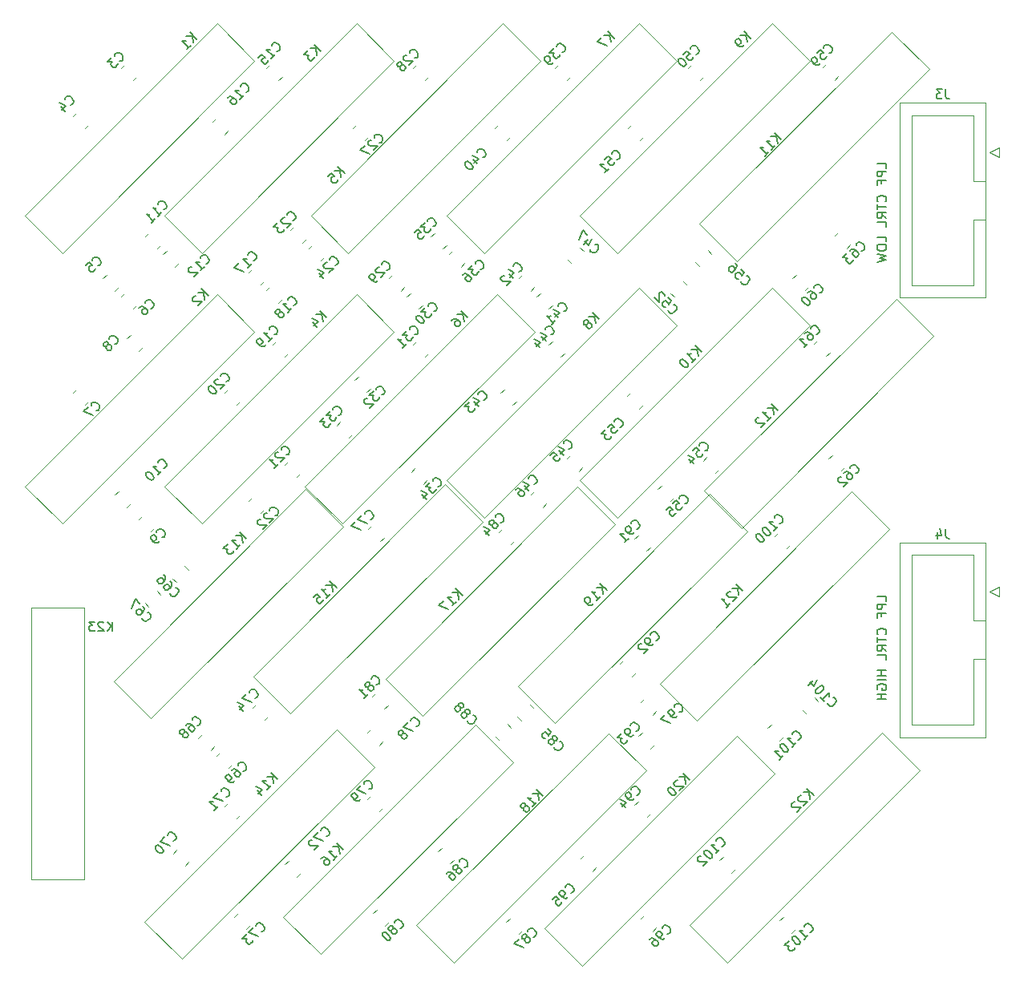
<source format=gbr>
%TF.GenerationSoftware,KiCad,Pcbnew,8.0.3*%
%TF.CreationDate,2024-07-11T18:12:52-04:00*%
%TF.ProjectId,K9HZ_100W_11band_LPF-Filter,4b39485a-5f31-4303-9057-5f313162616e,rev?*%
%TF.SameCoordinates,Original*%
%TF.FileFunction,Legend,Bot*%
%TF.FilePolarity,Positive*%
%FSLAX46Y46*%
G04 Gerber Fmt 4.6, Leading zero omitted, Abs format (unit mm)*
G04 Created by KiCad (PCBNEW 8.0.3) date 2024-07-11 18:12:52*
%MOMM*%
%LPD*%
G01*
G04 APERTURE LIST*
%ADD10C,0.150000*%
%ADD11C,0.120000*%
G04 APERTURE END LIST*
D10*
X258949819Y-59232969D02*
X258949819Y-58756779D01*
X258949819Y-58756779D02*
X257949819Y-58756779D01*
X258949819Y-59566303D02*
X257949819Y-59566303D01*
X257949819Y-59566303D02*
X257949819Y-59947255D01*
X257949819Y-59947255D02*
X257997438Y-60042493D01*
X257997438Y-60042493D02*
X258045057Y-60090112D01*
X258045057Y-60090112D02*
X258140295Y-60137731D01*
X258140295Y-60137731D02*
X258283152Y-60137731D01*
X258283152Y-60137731D02*
X258378390Y-60090112D01*
X258378390Y-60090112D02*
X258426009Y-60042493D01*
X258426009Y-60042493D02*
X258473628Y-59947255D01*
X258473628Y-59947255D02*
X258473628Y-59566303D01*
X258426009Y-60899636D02*
X258426009Y-60566303D01*
X258949819Y-60566303D02*
X257949819Y-60566303D01*
X257949819Y-60566303D02*
X257949819Y-61042493D01*
X258854580Y-62756779D02*
X258902200Y-62709160D01*
X258902200Y-62709160D02*
X258949819Y-62566303D01*
X258949819Y-62566303D02*
X258949819Y-62471065D01*
X258949819Y-62471065D02*
X258902200Y-62328208D01*
X258902200Y-62328208D02*
X258806961Y-62232970D01*
X258806961Y-62232970D02*
X258711723Y-62185351D01*
X258711723Y-62185351D02*
X258521247Y-62137732D01*
X258521247Y-62137732D02*
X258378390Y-62137732D01*
X258378390Y-62137732D02*
X258187914Y-62185351D01*
X258187914Y-62185351D02*
X258092676Y-62232970D01*
X258092676Y-62232970D02*
X257997438Y-62328208D01*
X257997438Y-62328208D02*
X257949819Y-62471065D01*
X257949819Y-62471065D02*
X257949819Y-62566303D01*
X257949819Y-62566303D02*
X257997438Y-62709160D01*
X257997438Y-62709160D02*
X258045057Y-62756779D01*
X257949819Y-63042494D02*
X257949819Y-63613922D01*
X258949819Y-63328208D02*
X257949819Y-63328208D01*
X258949819Y-64518684D02*
X258473628Y-64185351D01*
X258949819Y-63947256D02*
X257949819Y-63947256D01*
X257949819Y-63947256D02*
X257949819Y-64328208D01*
X257949819Y-64328208D02*
X257997438Y-64423446D01*
X257997438Y-64423446D02*
X258045057Y-64471065D01*
X258045057Y-64471065D02*
X258140295Y-64518684D01*
X258140295Y-64518684D02*
X258283152Y-64518684D01*
X258283152Y-64518684D02*
X258378390Y-64471065D01*
X258378390Y-64471065D02*
X258426009Y-64423446D01*
X258426009Y-64423446D02*
X258473628Y-64328208D01*
X258473628Y-64328208D02*
X258473628Y-63947256D01*
X258949819Y-65423446D02*
X258949819Y-64947256D01*
X258949819Y-64947256D02*
X257949819Y-64947256D01*
X258949819Y-66994875D02*
X258949819Y-66518685D01*
X258949819Y-66518685D02*
X257949819Y-66518685D01*
X257949819Y-67518685D02*
X257949819Y-67709161D01*
X257949819Y-67709161D02*
X257997438Y-67804399D01*
X257997438Y-67804399D02*
X258092676Y-67899637D01*
X258092676Y-67899637D02*
X258283152Y-67947256D01*
X258283152Y-67947256D02*
X258616485Y-67947256D01*
X258616485Y-67947256D02*
X258806961Y-67899637D01*
X258806961Y-67899637D02*
X258902200Y-67804399D01*
X258902200Y-67804399D02*
X258949819Y-67709161D01*
X258949819Y-67709161D02*
X258949819Y-67518685D01*
X258949819Y-67518685D02*
X258902200Y-67423447D01*
X258902200Y-67423447D02*
X258806961Y-67328209D01*
X258806961Y-67328209D02*
X258616485Y-67280590D01*
X258616485Y-67280590D02*
X258283152Y-67280590D01*
X258283152Y-67280590D02*
X258092676Y-67328209D01*
X258092676Y-67328209D02*
X257997438Y-67423447D01*
X257997438Y-67423447D02*
X257949819Y-67518685D01*
X257949819Y-68280590D02*
X258949819Y-68518685D01*
X258949819Y-68518685D02*
X258235533Y-68709161D01*
X258235533Y-68709161D02*
X258949819Y-68899637D01*
X258949819Y-68899637D02*
X257949819Y-69137733D01*
X258949819Y-104952969D02*
X258949819Y-104476779D01*
X258949819Y-104476779D02*
X257949819Y-104476779D01*
X258949819Y-105286303D02*
X257949819Y-105286303D01*
X257949819Y-105286303D02*
X257949819Y-105667255D01*
X257949819Y-105667255D02*
X257997438Y-105762493D01*
X257997438Y-105762493D02*
X258045057Y-105810112D01*
X258045057Y-105810112D02*
X258140295Y-105857731D01*
X258140295Y-105857731D02*
X258283152Y-105857731D01*
X258283152Y-105857731D02*
X258378390Y-105810112D01*
X258378390Y-105810112D02*
X258426009Y-105762493D01*
X258426009Y-105762493D02*
X258473628Y-105667255D01*
X258473628Y-105667255D02*
X258473628Y-105286303D01*
X258426009Y-106619636D02*
X258426009Y-106286303D01*
X258949819Y-106286303D02*
X257949819Y-106286303D01*
X257949819Y-106286303D02*
X257949819Y-106762493D01*
X258854580Y-108476779D02*
X258902200Y-108429160D01*
X258902200Y-108429160D02*
X258949819Y-108286303D01*
X258949819Y-108286303D02*
X258949819Y-108191065D01*
X258949819Y-108191065D02*
X258902200Y-108048208D01*
X258902200Y-108048208D02*
X258806961Y-107952970D01*
X258806961Y-107952970D02*
X258711723Y-107905351D01*
X258711723Y-107905351D02*
X258521247Y-107857732D01*
X258521247Y-107857732D02*
X258378390Y-107857732D01*
X258378390Y-107857732D02*
X258187914Y-107905351D01*
X258187914Y-107905351D02*
X258092676Y-107952970D01*
X258092676Y-107952970D02*
X257997438Y-108048208D01*
X257997438Y-108048208D02*
X257949819Y-108191065D01*
X257949819Y-108191065D02*
X257949819Y-108286303D01*
X257949819Y-108286303D02*
X257997438Y-108429160D01*
X257997438Y-108429160D02*
X258045057Y-108476779D01*
X257949819Y-108762494D02*
X257949819Y-109333922D01*
X258949819Y-109048208D02*
X257949819Y-109048208D01*
X258949819Y-110238684D02*
X258473628Y-109905351D01*
X258949819Y-109667256D02*
X257949819Y-109667256D01*
X257949819Y-109667256D02*
X257949819Y-110048208D01*
X257949819Y-110048208D02*
X257997438Y-110143446D01*
X257997438Y-110143446D02*
X258045057Y-110191065D01*
X258045057Y-110191065D02*
X258140295Y-110238684D01*
X258140295Y-110238684D02*
X258283152Y-110238684D01*
X258283152Y-110238684D02*
X258378390Y-110191065D01*
X258378390Y-110191065D02*
X258426009Y-110143446D01*
X258426009Y-110143446D02*
X258473628Y-110048208D01*
X258473628Y-110048208D02*
X258473628Y-109667256D01*
X258949819Y-111143446D02*
X258949819Y-110667256D01*
X258949819Y-110667256D02*
X257949819Y-110667256D01*
X258949819Y-112238685D02*
X257949819Y-112238685D01*
X258426009Y-112238685D02*
X258426009Y-112810113D01*
X258949819Y-112810113D02*
X257949819Y-112810113D01*
X258949819Y-113286304D02*
X257949819Y-113286304D01*
X257997438Y-114286303D02*
X257949819Y-114191065D01*
X257949819Y-114191065D02*
X257949819Y-114048208D01*
X257949819Y-114048208D02*
X257997438Y-113905351D01*
X257997438Y-113905351D02*
X258092676Y-113810113D01*
X258092676Y-113810113D02*
X258187914Y-113762494D01*
X258187914Y-113762494D02*
X258378390Y-113714875D01*
X258378390Y-113714875D02*
X258521247Y-113714875D01*
X258521247Y-113714875D02*
X258711723Y-113762494D01*
X258711723Y-113762494D02*
X258806961Y-113810113D01*
X258806961Y-113810113D02*
X258902200Y-113905351D01*
X258902200Y-113905351D02*
X258949819Y-114048208D01*
X258949819Y-114048208D02*
X258949819Y-114143446D01*
X258949819Y-114143446D02*
X258902200Y-114286303D01*
X258902200Y-114286303D02*
X258854580Y-114333922D01*
X258854580Y-114333922D02*
X258521247Y-114333922D01*
X258521247Y-114333922D02*
X258521247Y-114143446D01*
X258949819Y-114762494D02*
X257949819Y-114762494D01*
X258426009Y-114762494D02*
X258426009Y-115333922D01*
X258949819Y-115333922D02*
X257949819Y-115333922D01*
X192950772Y-139874047D02*
X193018116Y-139874047D01*
X193018116Y-139874047D02*
X193152803Y-139806703D01*
X193152803Y-139806703D02*
X193220146Y-139739360D01*
X193220146Y-139739360D02*
X193287490Y-139604673D01*
X193287490Y-139604673D02*
X193287490Y-139469986D01*
X193287490Y-139469986D02*
X193253818Y-139368971D01*
X193253818Y-139368971D02*
X193152803Y-139200612D01*
X193152803Y-139200612D02*
X193051788Y-139099597D01*
X193051788Y-139099597D02*
X192883429Y-138998581D01*
X192883429Y-138998581D02*
X192782414Y-138964910D01*
X192782414Y-138964910D02*
X192647727Y-138964910D01*
X192647727Y-138964910D02*
X192513040Y-139032253D01*
X192513040Y-139032253D02*
X192445696Y-139099597D01*
X192445696Y-139099597D02*
X192378353Y-139234284D01*
X192378353Y-139234284D02*
X192378353Y-139301627D01*
X192075307Y-139469986D02*
X191603902Y-139941390D01*
X191603902Y-139941390D02*
X192614055Y-140345451D01*
X191401872Y-140143421D02*
X190964139Y-140581154D01*
X190964139Y-140581154D02*
X191469215Y-140614826D01*
X191469215Y-140614826D02*
X191368200Y-140715841D01*
X191368200Y-140715841D02*
X191334528Y-140816856D01*
X191334528Y-140816856D02*
X191334528Y-140884200D01*
X191334528Y-140884200D02*
X191368200Y-140985215D01*
X191368200Y-140985215D02*
X191536559Y-141153574D01*
X191536559Y-141153574D02*
X191637574Y-141187245D01*
X191637574Y-141187245D02*
X191704917Y-141187245D01*
X191704917Y-141187245D02*
X191805933Y-141153574D01*
X191805933Y-141153574D02*
X192007963Y-140951543D01*
X192007963Y-140951543D02*
X192041635Y-140850528D01*
X192041635Y-140850528D02*
X192041635Y-140783184D01*
X237659525Y-94679764D02*
X237726869Y-94679764D01*
X237726869Y-94679764D02*
X237861556Y-94612420D01*
X237861556Y-94612420D02*
X237928899Y-94545077D01*
X237928899Y-94545077D02*
X237996243Y-94410390D01*
X237996243Y-94410390D02*
X237996243Y-94275703D01*
X237996243Y-94275703D02*
X237962571Y-94174688D01*
X237962571Y-94174688D02*
X237861556Y-94006329D01*
X237861556Y-94006329D02*
X237760541Y-93905314D01*
X237760541Y-93905314D02*
X237592182Y-93804298D01*
X237592182Y-93804298D02*
X237491167Y-93770627D01*
X237491167Y-93770627D02*
X237356480Y-93770627D01*
X237356480Y-93770627D02*
X237221793Y-93837970D01*
X237221793Y-93837970D02*
X237154449Y-93905314D01*
X237154449Y-93905314D02*
X237087106Y-94040001D01*
X237087106Y-94040001D02*
X237087106Y-94107344D01*
X236379999Y-94679764D02*
X236716716Y-94343046D01*
X236716716Y-94343046D02*
X237087106Y-94646092D01*
X237087106Y-94646092D02*
X237019762Y-94646092D01*
X237019762Y-94646092D02*
X236918747Y-94679764D01*
X236918747Y-94679764D02*
X236750388Y-94848123D01*
X236750388Y-94848123D02*
X236716716Y-94949138D01*
X236716716Y-94949138D02*
X236716716Y-95016481D01*
X236716716Y-95016481D02*
X236750388Y-95117497D01*
X236750388Y-95117497D02*
X236918747Y-95285855D01*
X236918747Y-95285855D02*
X237019762Y-95319527D01*
X237019762Y-95319527D02*
X237087106Y-95319527D01*
X237087106Y-95319527D02*
X237188121Y-95285855D01*
X237188121Y-95285855D02*
X237356480Y-95117497D01*
X237356480Y-95117497D02*
X237390151Y-95016481D01*
X237390151Y-95016481D02*
X237390151Y-94949138D01*
X235706564Y-95353199D02*
X236043281Y-95016481D01*
X236043281Y-95016481D02*
X236413670Y-95319527D01*
X236413670Y-95319527D02*
X236346327Y-95319527D01*
X236346327Y-95319527D02*
X236245312Y-95353199D01*
X236245312Y-95353199D02*
X236076953Y-95521558D01*
X236076953Y-95521558D02*
X236043281Y-95622573D01*
X236043281Y-95622573D02*
X236043281Y-95689917D01*
X236043281Y-95689917D02*
X236076953Y-95790932D01*
X236076953Y-95790932D02*
X236245312Y-95959291D01*
X236245312Y-95959291D02*
X236346327Y-95992962D01*
X236346327Y-95992962D02*
X236413670Y-95992962D01*
X236413670Y-95992962D02*
X236514686Y-95959291D01*
X236514686Y-95959291D02*
X236683044Y-95790932D01*
X236683044Y-95790932D02*
X236716716Y-95689917D01*
X236716716Y-95689917D02*
X236716716Y-95622573D01*
X221708830Y-92599693D02*
X221776174Y-92599693D01*
X221776174Y-92599693D02*
X221910861Y-92532349D01*
X221910861Y-92532349D02*
X221978204Y-92465006D01*
X221978204Y-92465006D02*
X222045548Y-92330319D01*
X222045548Y-92330319D02*
X222045548Y-92195632D01*
X222045548Y-92195632D02*
X222011876Y-92094617D01*
X222011876Y-92094617D02*
X221910861Y-91926258D01*
X221910861Y-91926258D02*
X221809846Y-91825243D01*
X221809846Y-91825243D02*
X221641487Y-91724227D01*
X221641487Y-91724227D02*
X221540472Y-91690556D01*
X221540472Y-91690556D02*
X221405785Y-91690556D01*
X221405785Y-91690556D02*
X221271098Y-91757899D01*
X221271098Y-91757899D02*
X221203754Y-91825243D01*
X221203754Y-91825243D02*
X221136411Y-91959930D01*
X221136411Y-91959930D02*
X221136411Y-92027273D01*
X220698678Y-92801723D02*
X221170082Y-93273128D01*
X220597663Y-92363991D02*
X221271098Y-92700708D01*
X221271098Y-92700708D02*
X220833365Y-93138441D01*
X219789540Y-93239456D02*
X219924227Y-93104769D01*
X219924227Y-93104769D02*
X220025243Y-93071098D01*
X220025243Y-93071098D02*
X220092586Y-93071098D01*
X220092586Y-93071098D02*
X220260945Y-93104769D01*
X220260945Y-93104769D02*
X220429304Y-93205785D01*
X220429304Y-93205785D02*
X220698678Y-93475159D01*
X220698678Y-93475159D02*
X220732349Y-93576174D01*
X220732349Y-93576174D02*
X220732349Y-93643517D01*
X220732349Y-93643517D02*
X220698678Y-93744533D01*
X220698678Y-93744533D02*
X220563991Y-93879220D01*
X220563991Y-93879220D02*
X220462975Y-93912891D01*
X220462975Y-93912891D02*
X220395632Y-93912891D01*
X220395632Y-93912891D02*
X220294617Y-93879220D01*
X220294617Y-93879220D02*
X220126258Y-93710861D01*
X220126258Y-93710861D02*
X220092586Y-93609846D01*
X220092586Y-93609846D02*
X220092586Y-93542502D01*
X220092586Y-93542502D02*
X220126258Y-93441487D01*
X220126258Y-93441487D02*
X220260945Y-93306800D01*
X220260945Y-93306800D02*
X220361960Y-93273128D01*
X220361960Y-93273128D02*
X220429304Y-93273128D01*
X220429304Y-93273128D02*
X220530319Y-93306800D01*
X182608830Y-90899693D02*
X182676174Y-90899693D01*
X182676174Y-90899693D02*
X182810861Y-90832349D01*
X182810861Y-90832349D02*
X182878204Y-90765006D01*
X182878204Y-90765006D02*
X182945548Y-90630319D01*
X182945548Y-90630319D02*
X182945548Y-90495632D01*
X182945548Y-90495632D02*
X182911876Y-90394617D01*
X182911876Y-90394617D02*
X182810861Y-90226258D01*
X182810861Y-90226258D02*
X182709846Y-90125243D01*
X182709846Y-90125243D02*
X182541487Y-90024227D01*
X182541487Y-90024227D02*
X182440472Y-89990556D01*
X182440472Y-89990556D02*
X182305785Y-89990556D01*
X182305785Y-89990556D02*
X182171098Y-90057899D01*
X182171098Y-90057899D02*
X182103754Y-90125243D01*
X182103754Y-90125243D02*
X182036411Y-90259930D01*
X182036411Y-90259930D02*
X182036411Y-90327273D01*
X182002739Y-91640471D02*
X182406800Y-91236410D01*
X182204769Y-91438441D02*
X181497663Y-90731334D01*
X181497663Y-90731334D02*
X181666021Y-90765006D01*
X181666021Y-90765006D02*
X181800708Y-90765006D01*
X181800708Y-90765006D02*
X181901724Y-90731334D01*
X180857899Y-91371098D02*
X180790556Y-91438441D01*
X180790556Y-91438441D02*
X180756884Y-91539456D01*
X180756884Y-91539456D02*
X180756884Y-91606800D01*
X180756884Y-91606800D02*
X180790556Y-91707815D01*
X180790556Y-91707815D02*
X180891571Y-91876174D01*
X180891571Y-91876174D02*
X181059930Y-92044533D01*
X181059930Y-92044533D02*
X181228288Y-92145548D01*
X181228288Y-92145548D02*
X181329304Y-92179220D01*
X181329304Y-92179220D02*
X181396647Y-92179220D01*
X181396647Y-92179220D02*
X181497662Y-92145548D01*
X181497662Y-92145548D02*
X181565006Y-92078204D01*
X181565006Y-92078204D02*
X181598678Y-91977189D01*
X181598678Y-91977189D02*
X181598678Y-91909846D01*
X181598678Y-91909846D02*
X181565006Y-91808830D01*
X181565006Y-91808830D02*
X181463991Y-91640472D01*
X181463991Y-91640472D02*
X181295632Y-91472113D01*
X181295632Y-91472113D02*
X181127273Y-91371098D01*
X181127273Y-91371098D02*
X181026258Y-91337426D01*
X181026258Y-91337426D02*
X180958914Y-91337426D01*
X180958914Y-91337426D02*
X180857899Y-91371098D01*
X194414160Y-95949764D02*
X194481504Y-95949764D01*
X194481504Y-95949764D02*
X194616191Y-95882420D01*
X194616191Y-95882420D02*
X194683534Y-95815077D01*
X194683534Y-95815077D02*
X194750878Y-95680390D01*
X194750878Y-95680390D02*
X194750878Y-95545703D01*
X194750878Y-95545703D02*
X194717206Y-95444688D01*
X194717206Y-95444688D02*
X194616191Y-95276329D01*
X194616191Y-95276329D02*
X194515176Y-95175314D01*
X194515176Y-95175314D02*
X194346817Y-95074298D01*
X194346817Y-95074298D02*
X194245802Y-95040627D01*
X194245802Y-95040627D02*
X194111115Y-95040627D01*
X194111115Y-95040627D02*
X193976428Y-95107970D01*
X193976428Y-95107970D02*
X193909084Y-95175314D01*
X193909084Y-95175314D02*
X193841741Y-95310001D01*
X193841741Y-95310001D02*
X193841741Y-95377344D01*
X193572367Y-95646718D02*
X193505023Y-95646718D01*
X193505023Y-95646718D02*
X193404008Y-95680390D01*
X193404008Y-95680390D02*
X193235649Y-95848749D01*
X193235649Y-95848749D02*
X193201977Y-95949764D01*
X193201977Y-95949764D02*
X193201977Y-96017107D01*
X193201977Y-96017107D02*
X193235649Y-96118123D01*
X193235649Y-96118123D02*
X193302993Y-96185466D01*
X193302993Y-96185466D02*
X193437680Y-96252810D01*
X193437680Y-96252810D02*
X194245802Y-96252810D01*
X194245802Y-96252810D02*
X193808069Y-96690542D01*
X192898931Y-96320153D02*
X192831588Y-96320153D01*
X192831588Y-96320153D02*
X192730573Y-96353825D01*
X192730573Y-96353825D02*
X192562214Y-96522184D01*
X192562214Y-96522184D02*
X192528542Y-96623199D01*
X192528542Y-96623199D02*
X192528542Y-96690543D01*
X192528542Y-96690543D02*
X192562214Y-96791558D01*
X192562214Y-96791558D02*
X192629557Y-96858901D01*
X192629557Y-96858901D02*
X192764244Y-96926245D01*
X192764244Y-96926245D02*
X193572366Y-96926245D01*
X193572366Y-96926245D02*
X193134634Y-97363978D01*
X250853604Y-139936047D02*
X250920948Y-139936047D01*
X250920948Y-139936047D02*
X251055635Y-139868703D01*
X251055635Y-139868703D02*
X251122978Y-139801360D01*
X251122978Y-139801360D02*
X251190322Y-139666673D01*
X251190322Y-139666673D02*
X251190322Y-139531986D01*
X251190322Y-139531986D02*
X251156650Y-139430971D01*
X251156650Y-139430971D02*
X251055635Y-139262612D01*
X251055635Y-139262612D02*
X250954620Y-139161596D01*
X250954620Y-139161596D02*
X250786261Y-139060581D01*
X250786261Y-139060581D02*
X250685246Y-139026909D01*
X250685246Y-139026909D02*
X250550559Y-139026909D01*
X250550559Y-139026909D02*
X250415872Y-139094253D01*
X250415872Y-139094253D02*
X250348528Y-139161596D01*
X250348528Y-139161596D02*
X250281185Y-139296283D01*
X250281185Y-139296283D02*
X250281185Y-139363627D01*
X250247513Y-140676825D02*
X250651574Y-140272764D01*
X250449543Y-140474795D02*
X249742437Y-139767688D01*
X249742437Y-139767688D02*
X249910795Y-139801360D01*
X249910795Y-139801360D02*
X250045482Y-139801360D01*
X250045482Y-139801360D02*
X250146498Y-139767688D01*
X249102673Y-140407451D02*
X249035330Y-140474795D01*
X249035330Y-140474795D02*
X249001658Y-140575810D01*
X249001658Y-140575810D02*
X249001658Y-140643154D01*
X249001658Y-140643154D02*
X249035330Y-140744169D01*
X249035330Y-140744169D02*
X249136345Y-140912528D01*
X249136345Y-140912528D02*
X249304704Y-141080886D01*
X249304704Y-141080886D02*
X249473063Y-141181902D01*
X249473063Y-141181902D02*
X249574078Y-141215573D01*
X249574078Y-141215573D02*
X249641421Y-141215573D01*
X249641421Y-141215573D02*
X249742437Y-141181902D01*
X249742437Y-141181902D02*
X249809780Y-141114558D01*
X249809780Y-141114558D02*
X249843452Y-141013543D01*
X249843452Y-141013543D02*
X249843452Y-140946199D01*
X249843452Y-140946199D02*
X249809780Y-140845184D01*
X249809780Y-140845184D02*
X249708765Y-140676825D01*
X249708765Y-140676825D02*
X249540406Y-140508467D01*
X249540406Y-140508467D02*
X249372047Y-140407451D01*
X249372047Y-140407451D02*
X249271032Y-140373780D01*
X249271032Y-140373780D02*
X249203689Y-140373780D01*
X249203689Y-140373780D02*
X249102673Y-140407451D01*
X248631269Y-140878856D02*
X248193536Y-141316589D01*
X248193536Y-141316589D02*
X248698612Y-141350260D01*
X248698612Y-141350260D02*
X248597597Y-141451276D01*
X248597597Y-141451276D02*
X248563925Y-141552291D01*
X248563925Y-141552291D02*
X248563925Y-141619634D01*
X248563925Y-141619634D02*
X248597597Y-141720650D01*
X248597597Y-141720650D02*
X248765956Y-141889008D01*
X248765956Y-141889008D02*
X248866971Y-141922680D01*
X248866971Y-141922680D02*
X248934315Y-141922680D01*
X248934315Y-141922680D02*
X249035330Y-141889008D01*
X249035330Y-141889008D02*
X249237360Y-141686978D01*
X249237360Y-141686978D02*
X249271032Y-141585963D01*
X249271032Y-141585963D02*
X249271032Y-141518619D01*
X235842232Y-140106470D02*
X235909576Y-140106470D01*
X235909576Y-140106470D02*
X236044263Y-140039126D01*
X236044263Y-140039126D02*
X236111606Y-139971783D01*
X236111606Y-139971783D02*
X236178950Y-139837096D01*
X236178950Y-139837096D02*
X236178950Y-139702409D01*
X236178950Y-139702409D02*
X236145278Y-139601394D01*
X236145278Y-139601394D02*
X236044263Y-139433035D01*
X236044263Y-139433035D02*
X235943248Y-139332020D01*
X235943248Y-139332020D02*
X235774889Y-139231004D01*
X235774889Y-139231004D02*
X235673874Y-139197333D01*
X235673874Y-139197333D02*
X235539187Y-139197333D01*
X235539187Y-139197333D02*
X235404500Y-139264676D01*
X235404500Y-139264676D02*
X235337156Y-139332020D01*
X235337156Y-139332020D02*
X235269813Y-139466707D01*
X235269813Y-139466707D02*
X235269813Y-139534050D01*
X235572858Y-140510531D02*
X235438171Y-140645218D01*
X235438171Y-140645218D02*
X235337156Y-140678890D01*
X235337156Y-140678890D02*
X235269813Y-140678890D01*
X235269813Y-140678890D02*
X235101454Y-140645218D01*
X235101454Y-140645218D02*
X234933095Y-140544203D01*
X234933095Y-140544203D02*
X234663721Y-140274829D01*
X234663721Y-140274829D02*
X234630049Y-140173813D01*
X234630049Y-140173813D02*
X234630049Y-140106470D01*
X234630049Y-140106470D02*
X234663721Y-140005455D01*
X234663721Y-140005455D02*
X234798408Y-139870768D01*
X234798408Y-139870768D02*
X234899423Y-139837096D01*
X234899423Y-139837096D02*
X234966767Y-139837096D01*
X234966767Y-139837096D02*
X235067782Y-139870768D01*
X235067782Y-139870768D02*
X235236141Y-140039126D01*
X235236141Y-140039126D02*
X235269813Y-140140142D01*
X235269813Y-140140142D02*
X235269813Y-140207485D01*
X235269813Y-140207485D02*
X235236141Y-140308500D01*
X235236141Y-140308500D02*
X235101454Y-140443187D01*
X235101454Y-140443187D02*
X235000439Y-140476859D01*
X235000439Y-140476859D02*
X234933095Y-140476859D01*
X234933095Y-140476859D02*
X234832080Y-140443187D01*
X233922942Y-140746233D02*
X234057629Y-140611546D01*
X234057629Y-140611546D02*
X234158645Y-140577875D01*
X234158645Y-140577875D02*
X234225988Y-140577875D01*
X234225988Y-140577875D02*
X234394347Y-140611546D01*
X234394347Y-140611546D02*
X234562706Y-140712562D01*
X234562706Y-140712562D02*
X234832080Y-140981936D01*
X234832080Y-140981936D02*
X234865751Y-141082951D01*
X234865751Y-141082951D02*
X234865751Y-141150294D01*
X234865751Y-141150294D02*
X234832080Y-141251310D01*
X234832080Y-141251310D02*
X234697393Y-141385997D01*
X234697393Y-141385997D02*
X234596377Y-141419668D01*
X234596377Y-141419668D02*
X234529034Y-141419668D01*
X234529034Y-141419668D02*
X234428019Y-141385997D01*
X234428019Y-141385997D02*
X234259660Y-141217638D01*
X234259660Y-141217638D02*
X234225988Y-141116623D01*
X234225988Y-141116623D02*
X234225988Y-141049279D01*
X234225988Y-141049279D02*
X234259660Y-140948264D01*
X234259660Y-140948264D02*
X234394347Y-140813577D01*
X234394347Y-140813577D02*
X234495362Y-140779905D01*
X234495362Y-140779905D02*
X234562706Y-140779905D01*
X234562706Y-140779905D02*
X234663721Y-140813577D01*
X221657525Y-140412075D02*
X221724869Y-140412075D01*
X221724869Y-140412075D02*
X221859556Y-140344731D01*
X221859556Y-140344731D02*
X221926899Y-140277388D01*
X221926899Y-140277388D02*
X221994243Y-140142701D01*
X221994243Y-140142701D02*
X221994243Y-140008014D01*
X221994243Y-140008014D02*
X221960571Y-139906999D01*
X221960571Y-139906999D02*
X221859556Y-139738640D01*
X221859556Y-139738640D02*
X221758541Y-139637625D01*
X221758541Y-139637625D02*
X221590182Y-139536609D01*
X221590182Y-139536609D02*
X221489167Y-139502938D01*
X221489167Y-139502938D02*
X221354480Y-139502938D01*
X221354480Y-139502938D02*
X221219793Y-139570281D01*
X221219793Y-139570281D02*
X221152449Y-139637625D01*
X221152449Y-139637625D02*
X221085106Y-139772312D01*
X221085106Y-139772312D02*
X221085106Y-139839655D01*
X220916747Y-140479418D02*
X220950419Y-140378403D01*
X220950419Y-140378403D02*
X220950419Y-140311060D01*
X220950419Y-140311060D02*
X220916747Y-140210044D01*
X220916747Y-140210044D02*
X220883075Y-140176373D01*
X220883075Y-140176373D02*
X220782060Y-140142701D01*
X220782060Y-140142701D02*
X220714716Y-140142701D01*
X220714716Y-140142701D02*
X220613701Y-140176373D01*
X220613701Y-140176373D02*
X220479014Y-140311060D01*
X220479014Y-140311060D02*
X220445342Y-140412075D01*
X220445342Y-140412075D02*
X220445342Y-140479418D01*
X220445342Y-140479418D02*
X220479014Y-140580434D01*
X220479014Y-140580434D02*
X220512686Y-140614105D01*
X220512686Y-140614105D02*
X220613701Y-140647777D01*
X220613701Y-140647777D02*
X220681045Y-140647777D01*
X220681045Y-140647777D02*
X220782060Y-140614105D01*
X220782060Y-140614105D02*
X220916747Y-140479418D01*
X220916747Y-140479418D02*
X221017762Y-140445747D01*
X221017762Y-140445747D02*
X221085106Y-140445747D01*
X221085106Y-140445747D02*
X221186121Y-140479418D01*
X221186121Y-140479418D02*
X221320808Y-140614105D01*
X221320808Y-140614105D02*
X221354480Y-140715121D01*
X221354480Y-140715121D02*
X221354480Y-140782464D01*
X221354480Y-140782464D02*
X221320808Y-140883479D01*
X221320808Y-140883479D02*
X221186121Y-141018166D01*
X221186121Y-141018166D02*
X221085106Y-141051838D01*
X221085106Y-141051838D02*
X221017762Y-141051838D01*
X221017762Y-141051838D02*
X220916747Y-141018166D01*
X220916747Y-141018166D02*
X220782060Y-140883479D01*
X220782060Y-140883479D02*
X220748388Y-140782464D01*
X220748388Y-140782464D02*
X220748388Y-140715121D01*
X220748388Y-140715121D02*
X220782060Y-140614105D01*
X220108625Y-140681449D02*
X219637220Y-141152854D01*
X219637220Y-141152854D02*
X220647373Y-141556915D01*
X207590887Y-139510764D02*
X207658231Y-139510764D01*
X207658231Y-139510764D02*
X207792918Y-139443420D01*
X207792918Y-139443420D02*
X207860261Y-139376077D01*
X207860261Y-139376077D02*
X207927605Y-139241390D01*
X207927605Y-139241390D02*
X207927605Y-139106703D01*
X207927605Y-139106703D02*
X207893933Y-139005688D01*
X207893933Y-139005688D02*
X207792918Y-138837329D01*
X207792918Y-138837329D02*
X207691903Y-138736314D01*
X207691903Y-138736314D02*
X207523544Y-138635298D01*
X207523544Y-138635298D02*
X207422529Y-138601627D01*
X207422529Y-138601627D02*
X207287842Y-138601627D01*
X207287842Y-138601627D02*
X207153155Y-138668970D01*
X207153155Y-138668970D02*
X207085811Y-138736314D01*
X207085811Y-138736314D02*
X207018468Y-138871001D01*
X207018468Y-138871001D02*
X207018468Y-138938344D01*
X206850109Y-139578107D02*
X206883781Y-139477092D01*
X206883781Y-139477092D02*
X206883781Y-139409749D01*
X206883781Y-139409749D02*
X206850109Y-139308733D01*
X206850109Y-139308733D02*
X206816437Y-139275062D01*
X206816437Y-139275062D02*
X206715422Y-139241390D01*
X206715422Y-139241390D02*
X206648078Y-139241390D01*
X206648078Y-139241390D02*
X206547063Y-139275062D01*
X206547063Y-139275062D02*
X206412376Y-139409749D01*
X206412376Y-139409749D02*
X206378704Y-139510764D01*
X206378704Y-139510764D02*
X206378704Y-139578107D01*
X206378704Y-139578107D02*
X206412376Y-139679123D01*
X206412376Y-139679123D02*
X206446048Y-139712794D01*
X206446048Y-139712794D02*
X206547063Y-139746466D01*
X206547063Y-139746466D02*
X206614407Y-139746466D01*
X206614407Y-139746466D02*
X206715422Y-139712794D01*
X206715422Y-139712794D02*
X206850109Y-139578107D01*
X206850109Y-139578107D02*
X206951124Y-139544436D01*
X206951124Y-139544436D02*
X207018468Y-139544436D01*
X207018468Y-139544436D02*
X207119483Y-139578107D01*
X207119483Y-139578107D02*
X207254170Y-139712794D01*
X207254170Y-139712794D02*
X207287842Y-139813810D01*
X207287842Y-139813810D02*
X207287842Y-139881153D01*
X207287842Y-139881153D02*
X207254170Y-139982168D01*
X207254170Y-139982168D02*
X207119483Y-140116855D01*
X207119483Y-140116855D02*
X207018468Y-140150527D01*
X207018468Y-140150527D02*
X206951124Y-140150527D01*
X206951124Y-140150527D02*
X206850109Y-140116855D01*
X206850109Y-140116855D02*
X206715422Y-139982168D01*
X206715422Y-139982168D02*
X206681750Y-139881153D01*
X206681750Y-139881153D02*
X206681750Y-139813810D01*
X206681750Y-139813810D02*
X206715422Y-139712794D01*
X205839956Y-139982169D02*
X205772613Y-140049512D01*
X205772613Y-140049512D02*
X205738941Y-140150527D01*
X205738941Y-140150527D02*
X205738941Y-140217871D01*
X205738941Y-140217871D02*
X205772613Y-140318886D01*
X205772613Y-140318886D02*
X205873628Y-140487245D01*
X205873628Y-140487245D02*
X206041987Y-140655604D01*
X206041987Y-140655604D02*
X206210345Y-140756619D01*
X206210345Y-140756619D02*
X206311361Y-140790291D01*
X206311361Y-140790291D02*
X206378704Y-140790291D01*
X206378704Y-140790291D02*
X206479719Y-140756619D01*
X206479719Y-140756619D02*
X206547063Y-140689275D01*
X206547063Y-140689275D02*
X206580735Y-140588260D01*
X206580735Y-140588260D02*
X206580735Y-140520917D01*
X206580735Y-140520917D02*
X206547063Y-140419901D01*
X206547063Y-140419901D02*
X206446048Y-140251543D01*
X206446048Y-140251543D02*
X206277689Y-140083184D01*
X206277689Y-140083184D02*
X206109330Y-139982169D01*
X206109330Y-139982169D02*
X206008315Y-139948497D01*
X206008315Y-139948497D02*
X205940971Y-139948497D01*
X205940971Y-139948497D02*
X205839956Y-139982169D01*
X255693525Y-91473491D02*
X255760869Y-91473491D01*
X255760869Y-91473491D02*
X255895556Y-91406147D01*
X255895556Y-91406147D02*
X255962899Y-91338804D01*
X255962899Y-91338804D02*
X256030243Y-91204117D01*
X256030243Y-91204117D02*
X256030243Y-91069430D01*
X256030243Y-91069430D02*
X255996571Y-90968415D01*
X255996571Y-90968415D02*
X255895556Y-90800056D01*
X255895556Y-90800056D02*
X255794541Y-90699041D01*
X255794541Y-90699041D02*
X255626182Y-90598025D01*
X255626182Y-90598025D02*
X255525167Y-90564354D01*
X255525167Y-90564354D02*
X255390480Y-90564354D01*
X255390480Y-90564354D02*
X255255793Y-90631697D01*
X255255793Y-90631697D02*
X255188449Y-90699041D01*
X255188449Y-90699041D02*
X255121106Y-90833728D01*
X255121106Y-90833728D02*
X255121106Y-90901071D01*
X254447671Y-91439819D02*
X254582358Y-91305132D01*
X254582358Y-91305132D02*
X254683373Y-91271460D01*
X254683373Y-91271460D02*
X254750716Y-91271460D01*
X254750716Y-91271460D02*
X254919075Y-91305132D01*
X254919075Y-91305132D02*
X255087434Y-91406147D01*
X255087434Y-91406147D02*
X255356808Y-91675521D01*
X255356808Y-91675521D02*
X255390480Y-91776537D01*
X255390480Y-91776537D02*
X255390480Y-91843880D01*
X255390480Y-91843880D02*
X255356808Y-91944895D01*
X255356808Y-91944895D02*
X255222121Y-92079582D01*
X255222121Y-92079582D02*
X255121106Y-92113254D01*
X255121106Y-92113254D02*
X255053762Y-92113254D01*
X255053762Y-92113254D02*
X254952747Y-92079582D01*
X254952747Y-92079582D02*
X254784388Y-91911224D01*
X254784388Y-91911224D02*
X254750716Y-91810208D01*
X254750716Y-91810208D02*
X254750716Y-91742865D01*
X254750716Y-91742865D02*
X254784388Y-91641850D01*
X254784388Y-91641850D02*
X254919075Y-91507163D01*
X254919075Y-91507163D02*
X255020090Y-91473491D01*
X255020090Y-91473491D02*
X255087434Y-91473491D01*
X255087434Y-91473491D02*
X255188449Y-91507163D01*
X254178296Y-91843880D02*
X254110953Y-91843880D01*
X254110953Y-91843880D02*
X254009938Y-91877552D01*
X254009938Y-91877552D02*
X253841579Y-92045911D01*
X253841579Y-92045911D02*
X253807907Y-92146926D01*
X253807907Y-92146926D02*
X253807907Y-92214270D01*
X253807907Y-92214270D02*
X253841579Y-92315285D01*
X253841579Y-92315285D02*
X253908922Y-92382628D01*
X253908922Y-92382628D02*
X254043609Y-92449972D01*
X254043609Y-92449972D02*
X254851731Y-92449972D01*
X254851731Y-92449972D02*
X254413999Y-92887705D01*
X239800682Y-89091545D02*
X239868026Y-89091545D01*
X239868026Y-89091545D02*
X240002713Y-89024201D01*
X240002713Y-89024201D02*
X240070056Y-88956858D01*
X240070056Y-88956858D02*
X240137400Y-88822171D01*
X240137400Y-88822171D02*
X240137400Y-88687484D01*
X240137400Y-88687484D02*
X240103728Y-88586469D01*
X240103728Y-88586469D02*
X240002713Y-88418110D01*
X240002713Y-88418110D02*
X239901698Y-88317095D01*
X239901698Y-88317095D02*
X239733339Y-88216079D01*
X239733339Y-88216079D02*
X239632324Y-88182408D01*
X239632324Y-88182408D02*
X239497637Y-88182408D01*
X239497637Y-88182408D02*
X239362950Y-88249751D01*
X239362950Y-88249751D02*
X239295606Y-88317095D01*
X239295606Y-88317095D02*
X239228263Y-88451782D01*
X239228263Y-88451782D02*
X239228263Y-88519125D01*
X238521156Y-89091545D02*
X238857873Y-88754827D01*
X238857873Y-88754827D02*
X239228263Y-89057873D01*
X239228263Y-89057873D02*
X239160919Y-89057873D01*
X239160919Y-89057873D02*
X239059904Y-89091545D01*
X239059904Y-89091545D02*
X238891545Y-89259904D01*
X238891545Y-89259904D02*
X238857873Y-89360919D01*
X238857873Y-89360919D02*
X238857873Y-89428262D01*
X238857873Y-89428262D02*
X238891545Y-89529278D01*
X238891545Y-89529278D02*
X239059904Y-89697636D01*
X239059904Y-89697636D02*
X239160919Y-89731308D01*
X239160919Y-89731308D02*
X239228263Y-89731308D01*
X239228263Y-89731308D02*
X239329278Y-89697636D01*
X239329278Y-89697636D02*
X239497637Y-89529278D01*
X239497637Y-89529278D02*
X239531308Y-89428262D01*
X239531308Y-89428262D02*
X239531308Y-89360919D01*
X238117095Y-89967011D02*
X238588499Y-90438415D01*
X238016079Y-89529278D02*
X238689514Y-89865995D01*
X238689514Y-89865995D02*
X238251782Y-90303728D01*
X225421591Y-88888468D02*
X225488935Y-88888468D01*
X225488935Y-88888468D02*
X225623622Y-88821124D01*
X225623622Y-88821124D02*
X225690965Y-88753781D01*
X225690965Y-88753781D02*
X225758309Y-88619094D01*
X225758309Y-88619094D02*
X225758309Y-88484407D01*
X225758309Y-88484407D02*
X225724637Y-88383392D01*
X225724637Y-88383392D02*
X225623622Y-88215033D01*
X225623622Y-88215033D02*
X225522607Y-88114018D01*
X225522607Y-88114018D02*
X225354248Y-88013002D01*
X225354248Y-88013002D02*
X225253233Y-87979331D01*
X225253233Y-87979331D02*
X225118546Y-87979331D01*
X225118546Y-87979331D02*
X224983859Y-88046674D01*
X224983859Y-88046674D02*
X224916515Y-88114018D01*
X224916515Y-88114018D02*
X224849172Y-88248705D01*
X224849172Y-88248705D02*
X224849172Y-88316048D01*
X224411439Y-89090498D02*
X224882843Y-89561903D01*
X224310424Y-88652766D02*
X224983859Y-88989483D01*
X224983859Y-88989483D02*
X224546126Y-89427216D01*
X223468630Y-89561903D02*
X223805347Y-89225185D01*
X223805347Y-89225185D02*
X224175736Y-89528231D01*
X224175736Y-89528231D02*
X224108393Y-89528231D01*
X224108393Y-89528231D02*
X224007378Y-89561903D01*
X224007378Y-89561903D02*
X223839019Y-89730262D01*
X223839019Y-89730262D02*
X223805347Y-89831277D01*
X223805347Y-89831277D02*
X223805347Y-89898621D01*
X223805347Y-89898621D02*
X223839019Y-89999636D01*
X223839019Y-89999636D02*
X224007378Y-90167995D01*
X224007378Y-90167995D02*
X224108393Y-90201666D01*
X224108393Y-90201666D02*
X224175736Y-90201666D01*
X224175736Y-90201666D02*
X224276752Y-90167995D01*
X224276752Y-90167995D02*
X224445110Y-89999636D01*
X224445110Y-89999636D02*
X224478782Y-89898621D01*
X224478782Y-89898621D02*
X224478782Y-89831277D01*
X211616978Y-92874047D02*
X211684322Y-92874047D01*
X211684322Y-92874047D02*
X211819009Y-92806703D01*
X211819009Y-92806703D02*
X211886352Y-92739360D01*
X211886352Y-92739360D02*
X211953696Y-92604673D01*
X211953696Y-92604673D02*
X211953696Y-92469986D01*
X211953696Y-92469986D02*
X211920024Y-92368971D01*
X211920024Y-92368971D02*
X211819009Y-92200612D01*
X211819009Y-92200612D02*
X211717994Y-92099597D01*
X211717994Y-92099597D02*
X211549635Y-91998581D01*
X211549635Y-91998581D02*
X211448620Y-91964910D01*
X211448620Y-91964910D02*
X211313933Y-91964910D01*
X211313933Y-91964910D02*
X211179246Y-92032253D01*
X211179246Y-92032253D02*
X211111902Y-92099597D01*
X211111902Y-92099597D02*
X211044559Y-92234284D01*
X211044559Y-92234284D02*
X211044559Y-92301627D01*
X210741513Y-92469986D02*
X210303780Y-92907719D01*
X210303780Y-92907719D02*
X210808856Y-92941390D01*
X210808856Y-92941390D02*
X210707841Y-93042406D01*
X210707841Y-93042406D02*
X210674169Y-93143421D01*
X210674169Y-93143421D02*
X210674169Y-93210764D01*
X210674169Y-93210764D02*
X210707841Y-93311780D01*
X210707841Y-93311780D02*
X210876200Y-93480138D01*
X210876200Y-93480138D02*
X210977215Y-93513810D01*
X210977215Y-93513810D02*
X211044559Y-93513810D01*
X211044559Y-93513810D02*
X211145574Y-93480138D01*
X211145574Y-93480138D02*
X211347604Y-93278108D01*
X211347604Y-93278108D02*
X211381276Y-93177093D01*
X211381276Y-93177093D02*
X211381276Y-93109749D01*
X209933391Y-93749513D02*
X210404795Y-94220917D01*
X209832375Y-93311780D02*
X210505810Y-93648497D01*
X210505810Y-93648497D02*
X210068078Y-94086230D01*
X195607864Y-89523468D02*
X195675208Y-89523468D01*
X195675208Y-89523468D02*
X195809895Y-89456124D01*
X195809895Y-89456124D02*
X195877238Y-89388781D01*
X195877238Y-89388781D02*
X195944582Y-89254094D01*
X195944582Y-89254094D02*
X195944582Y-89119407D01*
X195944582Y-89119407D02*
X195910910Y-89018392D01*
X195910910Y-89018392D02*
X195809895Y-88850033D01*
X195809895Y-88850033D02*
X195708880Y-88749018D01*
X195708880Y-88749018D02*
X195540521Y-88648002D01*
X195540521Y-88648002D02*
X195439506Y-88614331D01*
X195439506Y-88614331D02*
X195304819Y-88614331D01*
X195304819Y-88614331D02*
X195170132Y-88681674D01*
X195170132Y-88681674D02*
X195102788Y-88749018D01*
X195102788Y-88749018D02*
X195035445Y-88883705D01*
X195035445Y-88883705D02*
X195035445Y-88951048D01*
X194766071Y-89220422D02*
X194698727Y-89220422D01*
X194698727Y-89220422D02*
X194597712Y-89254094D01*
X194597712Y-89254094D02*
X194429353Y-89422453D01*
X194429353Y-89422453D02*
X194395681Y-89523468D01*
X194395681Y-89523468D02*
X194395681Y-89590811D01*
X194395681Y-89590811D02*
X194429353Y-89691827D01*
X194429353Y-89691827D02*
X194496697Y-89759170D01*
X194496697Y-89759170D02*
X194631384Y-89826514D01*
X194631384Y-89826514D02*
X195439506Y-89826514D01*
X195439506Y-89826514D02*
X195001773Y-90264246D01*
X194328338Y-90937682D02*
X194732399Y-90533621D01*
X194530368Y-90735651D02*
X193823261Y-90028544D01*
X193823261Y-90028544D02*
X193991620Y-90062216D01*
X193991620Y-90062216D02*
X194126307Y-90062216D01*
X194126307Y-90062216D02*
X194227322Y-90028544D01*
X182480260Y-98244559D02*
X182547604Y-98244559D01*
X182547604Y-98244559D02*
X182682291Y-98177215D01*
X182682291Y-98177215D02*
X182749634Y-98109872D01*
X182749634Y-98109872D02*
X182816978Y-97975185D01*
X182816978Y-97975185D02*
X182816978Y-97840498D01*
X182816978Y-97840498D02*
X182783306Y-97739483D01*
X182783306Y-97739483D02*
X182682291Y-97571124D01*
X182682291Y-97571124D02*
X182581276Y-97470109D01*
X182581276Y-97470109D02*
X182412917Y-97369093D01*
X182412917Y-97369093D02*
X182311902Y-97335422D01*
X182311902Y-97335422D02*
X182177215Y-97335422D01*
X182177215Y-97335422D02*
X182042528Y-97402765D01*
X182042528Y-97402765D02*
X181975184Y-97470109D01*
X181975184Y-97470109D02*
X181907841Y-97604796D01*
X181907841Y-97604796D02*
X181907841Y-97672139D01*
X182210886Y-98648620D02*
X182076199Y-98783307D01*
X182076199Y-98783307D02*
X181975184Y-98816979D01*
X181975184Y-98816979D02*
X181907841Y-98816979D01*
X181907841Y-98816979D02*
X181739482Y-98783307D01*
X181739482Y-98783307D02*
X181571123Y-98682292D01*
X181571123Y-98682292D02*
X181301749Y-98412918D01*
X181301749Y-98412918D02*
X181268077Y-98311902D01*
X181268077Y-98311902D02*
X181268077Y-98244559D01*
X181268077Y-98244559D02*
X181301749Y-98143544D01*
X181301749Y-98143544D02*
X181436436Y-98008857D01*
X181436436Y-98008857D02*
X181537451Y-97975185D01*
X181537451Y-97975185D02*
X181604795Y-97975185D01*
X181604795Y-97975185D02*
X181705810Y-98008857D01*
X181705810Y-98008857D02*
X181874169Y-98177215D01*
X181874169Y-98177215D02*
X181907841Y-98278231D01*
X181907841Y-98278231D02*
X181907841Y-98345574D01*
X181907841Y-98345574D02*
X181874169Y-98446589D01*
X181874169Y-98446589D02*
X181739482Y-98581276D01*
X181739482Y-98581276D02*
X181638467Y-98614948D01*
X181638467Y-98614948D02*
X181571123Y-98614948D01*
X181571123Y-98614948D02*
X181470108Y-98581276D01*
X199808830Y-129799693D02*
X199876174Y-129799693D01*
X199876174Y-129799693D02*
X200010861Y-129732349D01*
X200010861Y-129732349D02*
X200078204Y-129665006D01*
X200078204Y-129665006D02*
X200145548Y-129530319D01*
X200145548Y-129530319D02*
X200145548Y-129395632D01*
X200145548Y-129395632D02*
X200111876Y-129294617D01*
X200111876Y-129294617D02*
X200010861Y-129126258D01*
X200010861Y-129126258D02*
X199909846Y-129025243D01*
X199909846Y-129025243D02*
X199741487Y-128924227D01*
X199741487Y-128924227D02*
X199640472Y-128890556D01*
X199640472Y-128890556D02*
X199505785Y-128890556D01*
X199505785Y-128890556D02*
X199371098Y-128957899D01*
X199371098Y-128957899D02*
X199303754Y-129025243D01*
X199303754Y-129025243D02*
X199236411Y-129159930D01*
X199236411Y-129159930D02*
X199236411Y-129227273D01*
X198933365Y-129395632D02*
X198461960Y-129867036D01*
X198461960Y-129867036D02*
X199472113Y-130271097D01*
X198293601Y-130170082D02*
X198226258Y-130170082D01*
X198226258Y-130170082D02*
X198125243Y-130203754D01*
X198125243Y-130203754D02*
X197956884Y-130372113D01*
X197956884Y-130372113D02*
X197923212Y-130473128D01*
X197923212Y-130473128D02*
X197923212Y-130540472D01*
X197923212Y-130540472D02*
X197956884Y-130641487D01*
X197956884Y-130641487D02*
X198024227Y-130708830D01*
X198024227Y-130708830D02*
X198158914Y-130776174D01*
X198158914Y-130776174D02*
X198967036Y-130776174D01*
X198967036Y-130776174D02*
X198529304Y-131213907D01*
X201108830Y-85299693D02*
X201176174Y-85299693D01*
X201176174Y-85299693D02*
X201310861Y-85232349D01*
X201310861Y-85232349D02*
X201378204Y-85165006D01*
X201378204Y-85165006D02*
X201445548Y-85030319D01*
X201445548Y-85030319D02*
X201445548Y-84895632D01*
X201445548Y-84895632D02*
X201411876Y-84794617D01*
X201411876Y-84794617D02*
X201310861Y-84626258D01*
X201310861Y-84626258D02*
X201209846Y-84525243D01*
X201209846Y-84525243D02*
X201041487Y-84424227D01*
X201041487Y-84424227D02*
X200940472Y-84390556D01*
X200940472Y-84390556D02*
X200805785Y-84390556D01*
X200805785Y-84390556D02*
X200671098Y-84457899D01*
X200671098Y-84457899D02*
X200603754Y-84525243D01*
X200603754Y-84525243D02*
X200536411Y-84659930D01*
X200536411Y-84659930D02*
X200536411Y-84727273D01*
X200233365Y-84895632D02*
X199795632Y-85333365D01*
X199795632Y-85333365D02*
X200300708Y-85367036D01*
X200300708Y-85367036D02*
X200199693Y-85468052D01*
X200199693Y-85468052D02*
X200166021Y-85569067D01*
X200166021Y-85569067D02*
X200166021Y-85636410D01*
X200166021Y-85636410D02*
X200199693Y-85737426D01*
X200199693Y-85737426D02*
X200368052Y-85905784D01*
X200368052Y-85905784D02*
X200469067Y-85939456D01*
X200469067Y-85939456D02*
X200536411Y-85939456D01*
X200536411Y-85939456D02*
X200637426Y-85905784D01*
X200637426Y-85905784D02*
X200839456Y-85703754D01*
X200839456Y-85703754D02*
X200873128Y-85602739D01*
X200873128Y-85602739D02*
X200873128Y-85535395D01*
X199559930Y-85569067D02*
X199122197Y-86006800D01*
X199122197Y-86006800D02*
X199627273Y-86040472D01*
X199627273Y-86040472D02*
X199526258Y-86141487D01*
X199526258Y-86141487D02*
X199492586Y-86242502D01*
X199492586Y-86242502D02*
X199492586Y-86309846D01*
X199492586Y-86309846D02*
X199526258Y-86410861D01*
X199526258Y-86410861D02*
X199694617Y-86579220D01*
X199694617Y-86579220D02*
X199795632Y-86612891D01*
X199795632Y-86612891D02*
X199862975Y-86612891D01*
X199862975Y-86612891D02*
X199963991Y-86579220D01*
X199963991Y-86579220D02*
X200166021Y-86377189D01*
X200166021Y-86377189D02*
X200199693Y-86276174D01*
X200199693Y-86276174D02*
X200199693Y-86208830D01*
X223516591Y-76823468D02*
X223583935Y-76823468D01*
X223583935Y-76823468D02*
X223718622Y-76756124D01*
X223718622Y-76756124D02*
X223785965Y-76688781D01*
X223785965Y-76688781D02*
X223853309Y-76554094D01*
X223853309Y-76554094D02*
X223853309Y-76419407D01*
X223853309Y-76419407D02*
X223819637Y-76318392D01*
X223819637Y-76318392D02*
X223718622Y-76150033D01*
X223718622Y-76150033D02*
X223617607Y-76049018D01*
X223617607Y-76049018D02*
X223449248Y-75948002D01*
X223449248Y-75948002D02*
X223348233Y-75914331D01*
X223348233Y-75914331D02*
X223213546Y-75914331D01*
X223213546Y-75914331D02*
X223078859Y-75981674D01*
X223078859Y-75981674D02*
X223011515Y-76049018D01*
X223011515Y-76049018D02*
X222944172Y-76183705D01*
X222944172Y-76183705D02*
X222944172Y-76251048D01*
X222506439Y-77025498D02*
X222977843Y-77496903D01*
X222405424Y-76587766D02*
X223078859Y-76924483D01*
X223078859Y-76924483D02*
X222641126Y-77362216D01*
X221833004Y-77698934D02*
X222304408Y-78170338D01*
X221731988Y-77261201D02*
X222405423Y-77597918D01*
X222405423Y-77597918D02*
X221967691Y-78035651D01*
X205650772Y-83174047D02*
X205718116Y-83174047D01*
X205718116Y-83174047D02*
X205852803Y-83106703D01*
X205852803Y-83106703D02*
X205920146Y-83039360D01*
X205920146Y-83039360D02*
X205987490Y-82904673D01*
X205987490Y-82904673D02*
X205987490Y-82769986D01*
X205987490Y-82769986D02*
X205953818Y-82668971D01*
X205953818Y-82668971D02*
X205852803Y-82500612D01*
X205852803Y-82500612D02*
X205751788Y-82399597D01*
X205751788Y-82399597D02*
X205583429Y-82298581D01*
X205583429Y-82298581D02*
X205482414Y-82264910D01*
X205482414Y-82264910D02*
X205347727Y-82264910D01*
X205347727Y-82264910D02*
X205213040Y-82332253D01*
X205213040Y-82332253D02*
X205145696Y-82399597D01*
X205145696Y-82399597D02*
X205078353Y-82534284D01*
X205078353Y-82534284D02*
X205078353Y-82601627D01*
X204775307Y-82769986D02*
X204337574Y-83207719D01*
X204337574Y-83207719D02*
X204842650Y-83241390D01*
X204842650Y-83241390D02*
X204741635Y-83342406D01*
X204741635Y-83342406D02*
X204707963Y-83443421D01*
X204707963Y-83443421D02*
X204707963Y-83510764D01*
X204707963Y-83510764D02*
X204741635Y-83611780D01*
X204741635Y-83611780D02*
X204909994Y-83780138D01*
X204909994Y-83780138D02*
X205011009Y-83813810D01*
X205011009Y-83813810D02*
X205078353Y-83813810D01*
X205078353Y-83813810D02*
X205179368Y-83780138D01*
X205179368Y-83780138D02*
X205381398Y-83578108D01*
X205381398Y-83578108D02*
X205415070Y-83477093D01*
X205415070Y-83477093D02*
X205415070Y-83409749D01*
X204135543Y-83544436D02*
X204068200Y-83544436D01*
X204068200Y-83544436D02*
X203967185Y-83578108D01*
X203967185Y-83578108D02*
X203798826Y-83746467D01*
X203798826Y-83746467D02*
X203765154Y-83847482D01*
X203765154Y-83847482D02*
X203765154Y-83914826D01*
X203765154Y-83914826D02*
X203798826Y-84015841D01*
X203798826Y-84015841D02*
X203866169Y-84083184D01*
X203866169Y-84083184D02*
X204000856Y-84150528D01*
X204000856Y-84150528D02*
X204808978Y-84150528D01*
X204808978Y-84150528D02*
X204371246Y-84588261D01*
X189208830Y-81799693D02*
X189276174Y-81799693D01*
X189276174Y-81799693D02*
X189410861Y-81732349D01*
X189410861Y-81732349D02*
X189478204Y-81665006D01*
X189478204Y-81665006D02*
X189545548Y-81530319D01*
X189545548Y-81530319D02*
X189545548Y-81395632D01*
X189545548Y-81395632D02*
X189511876Y-81294617D01*
X189511876Y-81294617D02*
X189410861Y-81126258D01*
X189410861Y-81126258D02*
X189309846Y-81025243D01*
X189309846Y-81025243D02*
X189141487Y-80924227D01*
X189141487Y-80924227D02*
X189040472Y-80890556D01*
X189040472Y-80890556D02*
X188905785Y-80890556D01*
X188905785Y-80890556D02*
X188771098Y-80957899D01*
X188771098Y-80957899D02*
X188703754Y-81025243D01*
X188703754Y-81025243D02*
X188636411Y-81159930D01*
X188636411Y-81159930D02*
X188636411Y-81227273D01*
X188367037Y-81496647D02*
X188299693Y-81496647D01*
X188299693Y-81496647D02*
X188198678Y-81530319D01*
X188198678Y-81530319D02*
X188030319Y-81698678D01*
X188030319Y-81698678D02*
X187996647Y-81799693D01*
X187996647Y-81799693D02*
X187996647Y-81867036D01*
X187996647Y-81867036D02*
X188030319Y-81968052D01*
X188030319Y-81968052D02*
X188097663Y-82035395D01*
X188097663Y-82035395D02*
X188232350Y-82102739D01*
X188232350Y-82102739D02*
X189040472Y-82102739D01*
X189040472Y-82102739D02*
X188602739Y-82540471D01*
X187457899Y-82271098D02*
X187390556Y-82338441D01*
X187390556Y-82338441D02*
X187356884Y-82439456D01*
X187356884Y-82439456D02*
X187356884Y-82506800D01*
X187356884Y-82506800D02*
X187390556Y-82607815D01*
X187390556Y-82607815D02*
X187491571Y-82776174D01*
X187491571Y-82776174D02*
X187659930Y-82944533D01*
X187659930Y-82944533D02*
X187828288Y-83045548D01*
X187828288Y-83045548D02*
X187929304Y-83079220D01*
X187929304Y-83079220D02*
X187996647Y-83079220D01*
X187996647Y-83079220D02*
X188097662Y-83045548D01*
X188097662Y-83045548D02*
X188165006Y-82978204D01*
X188165006Y-82978204D02*
X188198678Y-82877189D01*
X188198678Y-82877189D02*
X188198678Y-82809846D01*
X188198678Y-82809846D02*
X188165006Y-82708830D01*
X188165006Y-82708830D02*
X188063991Y-82540472D01*
X188063991Y-82540472D02*
X187895632Y-82372113D01*
X187895632Y-82372113D02*
X187727273Y-82271098D01*
X187727273Y-82271098D02*
X187626258Y-82237426D01*
X187626258Y-82237426D02*
X187558914Y-82237426D01*
X187558914Y-82237426D02*
X187457899Y-82271098D01*
X225608830Y-135799693D02*
X225676174Y-135799693D01*
X225676174Y-135799693D02*
X225810861Y-135732349D01*
X225810861Y-135732349D02*
X225878204Y-135665006D01*
X225878204Y-135665006D02*
X225945548Y-135530319D01*
X225945548Y-135530319D02*
X225945548Y-135395632D01*
X225945548Y-135395632D02*
X225911876Y-135294617D01*
X225911876Y-135294617D02*
X225810861Y-135126258D01*
X225810861Y-135126258D02*
X225709846Y-135025243D01*
X225709846Y-135025243D02*
X225541487Y-134924227D01*
X225541487Y-134924227D02*
X225440472Y-134890556D01*
X225440472Y-134890556D02*
X225305785Y-134890556D01*
X225305785Y-134890556D02*
X225171098Y-134957899D01*
X225171098Y-134957899D02*
X225103754Y-135025243D01*
X225103754Y-135025243D02*
X225036411Y-135159930D01*
X225036411Y-135159930D02*
X225036411Y-135227273D01*
X225339456Y-136203754D02*
X225204769Y-136338441D01*
X225204769Y-136338441D02*
X225103754Y-136372113D01*
X225103754Y-136372113D02*
X225036411Y-136372113D01*
X225036411Y-136372113D02*
X224868052Y-136338441D01*
X224868052Y-136338441D02*
X224699693Y-136237426D01*
X224699693Y-136237426D02*
X224430319Y-135968052D01*
X224430319Y-135968052D02*
X224396647Y-135867036D01*
X224396647Y-135867036D02*
X224396647Y-135799693D01*
X224396647Y-135799693D02*
X224430319Y-135698678D01*
X224430319Y-135698678D02*
X224565006Y-135563991D01*
X224565006Y-135563991D02*
X224666021Y-135530319D01*
X224666021Y-135530319D02*
X224733365Y-135530319D01*
X224733365Y-135530319D02*
X224834380Y-135563991D01*
X224834380Y-135563991D02*
X225002739Y-135732349D01*
X225002739Y-135732349D02*
X225036411Y-135833365D01*
X225036411Y-135833365D02*
X225036411Y-135900708D01*
X225036411Y-135900708D02*
X225002739Y-136001723D01*
X225002739Y-136001723D02*
X224868052Y-136136410D01*
X224868052Y-136136410D02*
X224767037Y-136170082D01*
X224767037Y-136170082D02*
X224699693Y-136170082D01*
X224699693Y-136170082D02*
X224598678Y-136136410D01*
X223655869Y-136473128D02*
X223992586Y-136136410D01*
X223992586Y-136136410D02*
X224362975Y-136439456D01*
X224362975Y-136439456D02*
X224295632Y-136439456D01*
X224295632Y-136439456D02*
X224194617Y-136473128D01*
X224194617Y-136473128D02*
X224026258Y-136641487D01*
X224026258Y-136641487D02*
X223992586Y-136742502D01*
X223992586Y-136742502D02*
X223992586Y-136809846D01*
X223992586Y-136809846D02*
X224026258Y-136910861D01*
X224026258Y-136910861D02*
X224194617Y-137079220D01*
X224194617Y-137079220D02*
X224295632Y-137112891D01*
X224295632Y-137112891D02*
X224362975Y-137112891D01*
X224362975Y-137112891D02*
X224463991Y-137079220D01*
X224463991Y-137079220D02*
X224632349Y-136910861D01*
X224632349Y-136910861D02*
X224666021Y-136809846D01*
X224666021Y-136809846D02*
X224666021Y-136742502D01*
X177472112Y-77836411D02*
X177539456Y-77836411D01*
X177539456Y-77836411D02*
X177674143Y-77769067D01*
X177674143Y-77769067D02*
X177741486Y-77701724D01*
X177741486Y-77701724D02*
X177808830Y-77567037D01*
X177808830Y-77567037D02*
X177808830Y-77432350D01*
X177808830Y-77432350D02*
X177775158Y-77331335D01*
X177775158Y-77331335D02*
X177674143Y-77162976D01*
X177674143Y-77162976D02*
X177573128Y-77061961D01*
X177573128Y-77061961D02*
X177404769Y-76960945D01*
X177404769Y-76960945D02*
X177303754Y-76927274D01*
X177303754Y-76927274D02*
X177169067Y-76927274D01*
X177169067Y-76927274D02*
X177034380Y-76994617D01*
X177034380Y-76994617D02*
X176967036Y-77061961D01*
X176967036Y-77061961D02*
X176899693Y-77196648D01*
X176899693Y-77196648D02*
X176899693Y-77263991D01*
X176731334Y-77903754D02*
X176765006Y-77802739D01*
X176765006Y-77802739D02*
X176765006Y-77735396D01*
X176765006Y-77735396D02*
X176731334Y-77634380D01*
X176731334Y-77634380D02*
X176697662Y-77600709D01*
X176697662Y-77600709D02*
X176596647Y-77567037D01*
X176596647Y-77567037D02*
X176529303Y-77567037D01*
X176529303Y-77567037D02*
X176428288Y-77600709D01*
X176428288Y-77600709D02*
X176293601Y-77735396D01*
X176293601Y-77735396D02*
X176259929Y-77836411D01*
X176259929Y-77836411D02*
X176259929Y-77903754D01*
X176259929Y-77903754D02*
X176293601Y-78004770D01*
X176293601Y-78004770D02*
X176327273Y-78038441D01*
X176327273Y-78038441D02*
X176428288Y-78072113D01*
X176428288Y-78072113D02*
X176495632Y-78072113D01*
X176495632Y-78072113D02*
X176596647Y-78038441D01*
X176596647Y-78038441D02*
X176731334Y-77903754D01*
X176731334Y-77903754D02*
X176832349Y-77870083D01*
X176832349Y-77870083D02*
X176899693Y-77870083D01*
X176899693Y-77870083D02*
X177000708Y-77903754D01*
X177000708Y-77903754D02*
X177135395Y-78038441D01*
X177135395Y-78038441D02*
X177169067Y-78139457D01*
X177169067Y-78139457D02*
X177169067Y-78206800D01*
X177169067Y-78206800D02*
X177135395Y-78307815D01*
X177135395Y-78307815D02*
X177000708Y-78442502D01*
X177000708Y-78442502D02*
X176899693Y-78476174D01*
X176899693Y-78476174D02*
X176832349Y-78476174D01*
X176832349Y-78476174D02*
X176731334Y-78442502D01*
X176731334Y-78442502D02*
X176596647Y-78307815D01*
X176596647Y-78307815D02*
X176562975Y-78206800D01*
X176562975Y-78206800D02*
X176562975Y-78139457D01*
X176562975Y-78139457D02*
X176596647Y-78038441D01*
X189266888Y-125625339D02*
X189334232Y-125625339D01*
X189334232Y-125625339D02*
X189468919Y-125557995D01*
X189468919Y-125557995D02*
X189536262Y-125490652D01*
X189536262Y-125490652D02*
X189603606Y-125355965D01*
X189603606Y-125355965D02*
X189603606Y-125221278D01*
X189603606Y-125221278D02*
X189569934Y-125120263D01*
X189569934Y-125120263D02*
X189468919Y-124951904D01*
X189468919Y-124951904D02*
X189367904Y-124850889D01*
X189367904Y-124850889D02*
X189199545Y-124749873D01*
X189199545Y-124749873D02*
X189098530Y-124716202D01*
X189098530Y-124716202D02*
X188963843Y-124716202D01*
X188963843Y-124716202D02*
X188829156Y-124783545D01*
X188829156Y-124783545D02*
X188761812Y-124850889D01*
X188761812Y-124850889D02*
X188694469Y-124985576D01*
X188694469Y-124985576D02*
X188694469Y-125052919D01*
X188391423Y-125221278D02*
X187920018Y-125692682D01*
X187920018Y-125692682D02*
X188930171Y-126096743D01*
X187987362Y-127039553D02*
X188391423Y-126635492D01*
X188189392Y-126837522D02*
X187482285Y-126130415D01*
X187482285Y-126130415D02*
X187650644Y-126164087D01*
X187650644Y-126164087D02*
X187785331Y-126164087D01*
X187785331Y-126164087D02*
X187886346Y-126130415D01*
X241545547Y-130862976D02*
X241612891Y-130862976D01*
X241612891Y-130862976D02*
X241747578Y-130795632D01*
X241747578Y-130795632D02*
X241814921Y-130728289D01*
X241814921Y-130728289D02*
X241882265Y-130593602D01*
X241882265Y-130593602D02*
X241882265Y-130458915D01*
X241882265Y-130458915D02*
X241848593Y-130357900D01*
X241848593Y-130357900D02*
X241747578Y-130189541D01*
X241747578Y-130189541D02*
X241646563Y-130088525D01*
X241646563Y-130088525D02*
X241478204Y-129987510D01*
X241478204Y-129987510D02*
X241377189Y-129953838D01*
X241377189Y-129953838D02*
X241242502Y-129953838D01*
X241242502Y-129953838D02*
X241107815Y-130021182D01*
X241107815Y-130021182D02*
X241040471Y-130088525D01*
X241040471Y-130088525D02*
X240973128Y-130223212D01*
X240973128Y-130223212D02*
X240973128Y-130290556D01*
X240939456Y-131603754D02*
X241343517Y-131199693D01*
X241141486Y-131401724D02*
X240434380Y-130694617D01*
X240434380Y-130694617D02*
X240602738Y-130728289D01*
X240602738Y-130728289D02*
X240737425Y-130728289D01*
X240737425Y-130728289D02*
X240838441Y-130694617D01*
X239794616Y-131334380D02*
X239727273Y-131401724D01*
X239727273Y-131401724D02*
X239693601Y-131502739D01*
X239693601Y-131502739D02*
X239693601Y-131570083D01*
X239693601Y-131570083D02*
X239727273Y-131671098D01*
X239727273Y-131671098D02*
X239828288Y-131839457D01*
X239828288Y-131839457D02*
X239996647Y-132007815D01*
X239996647Y-132007815D02*
X240165006Y-132108831D01*
X240165006Y-132108831D02*
X240266021Y-132142502D01*
X240266021Y-132142502D02*
X240333364Y-132142502D01*
X240333364Y-132142502D02*
X240434380Y-132108831D01*
X240434380Y-132108831D02*
X240501723Y-132041487D01*
X240501723Y-132041487D02*
X240535395Y-131940472D01*
X240535395Y-131940472D02*
X240535395Y-131873128D01*
X240535395Y-131873128D02*
X240501723Y-131772113D01*
X240501723Y-131772113D02*
X240400708Y-131603754D01*
X240400708Y-131603754D02*
X240232349Y-131435396D01*
X240232349Y-131435396D02*
X240063990Y-131334380D01*
X240063990Y-131334380D02*
X239962975Y-131300709D01*
X239962975Y-131300709D02*
X239895632Y-131300709D01*
X239895632Y-131300709D02*
X239794616Y-131334380D01*
X239356884Y-131906800D02*
X239289540Y-131906800D01*
X239289540Y-131906800D02*
X239188525Y-131940472D01*
X239188525Y-131940472D02*
X239020166Y-132108831D01*
X239020166Y-132108831D02*
X238986494Y-132209846D01*
X238986494Y-132209846D02*
X238986494Y-132277189D01*
X238986494Y-132277189D02*
X239020166Y-132378205D01*
X239020166Y-132378205D02*
X239087510Y-132445548D01*
X239087510Y-132445548D02*
X239222197Y-132512892D01*
X239222197Y-132512892D02*
X240030319Y-132512892D01*
X240030319Y-132512892D02*
X239592586Y-132950624D01*
X214408830Y-133099693D02*
X214476174Y-133099693D01*
X214476174Y-133099693D02*
X214610861Y-133032349D01*
X214610861Y-133032349D02*
X214678204Y-132965006D01*
X214678204Y-132965006D02*
X214745548Y-132830319D01*
X214745548Y-132830319D02*
X214745548Y-132695632D01*
X214745548Y-132695632D02*
X214711876Y-132594617D01*
X214711876Y-132594617D02*
X214610861Y-132426258D01*
X214610861Y-132426258D02*
X214509846Y-132325243D01*
X214509846Y-132325243D02*
X214341487Y-132224227D01*
X214341487Y-132224227D02*
X214240472Y-132190556D01*
X214240472Y-132190556D02*
X214105785Y-132190556D01*
X214105785Y-132190556D02*
X213971098Y-132257899D01*
X213971098Y-132257899D02*
X213903754Y-132325243D01*
X213903754Y-132325243D02*
X213836411Y-132459930D01*
X213836411Y-132459930D02*
X213836411Y-132527273D01*
X213668052Y-133167036D02*
X213701724Y-133066021D01*
X213701724Y-133066021D02*
X213701724Y-132998678D01*
X213701724Y-132998678D02*
X213668052Y-132897662D01*
X213668052Y-132897662D02*
X213634380Y-132863991D01*
X213634380Y-132863991D02*
X213533365Y-132830319D01*
X213533365Y-132830319D02*
X213466021Y-132830319D01*
X213466021Y-132830319D02*
X213365006Y-132863991D01*
X213365006Y-132863991D02*
X213230319Y-132998678D01*
X213230319Y-132998678D02*
X213196647Y-133099693D01*
X213196647Y-133099693D02*
X213196647Y-133167036D01*
X213196647Y-133167036D02*
X213230319Y-133268052D01*
X213230319Y-133268052D02*
X213263991Y-133301723D01*
X213263991Y-133301723D02*
X213365006Y-133335395D01*
X213365006Y-133335395D02*
X213432350Y-133335395D01*
X213432350Y-133335395D02*
X213533365Y-133301723D01*
X213533365Y-133301723D02*
X213668052Y-133167036D01*
X213668052Y-133167036D02*
X213769067Y-133133365D01*
X213769067Y-133133365D02*
X213836411Y-133133365D01*
X213836411Y-133133365D02*
X213937426Y-133167036D01*
X213937426Y-133167036D02*
X214072113Y-133301723D01*
X214072113Y-133301723D02*
X214105785Y-133402739D01*
X214105785Y-133402739D02*
X214105785Y-133470082D01*
X214105785Y-133470082D02*
X214072113Y-133571097D01*
X214072113Y-133571097D02*
X213937426Y-133705784D01*
X213937426Y-133705784D02*
X213836411Y-133739456D01*
X213836411Y-133739456D02*
X213769067Y-133739456D01*
X213769067Y-133739456D02*
X213668052Y-133705784D01*
X213668052Y-133705784D02*
X213533365Y-133571097D01*
X213533365Y-133571097D02*
X213499693Y-133470082D01*
X213499693Y-133470082D02*
X213499693Y-133402739D01*
X213499693Y-133402739D02*
X213533365Y-133301723D01*
X212489540Y-133739456D02*
X212624227Y-133604769D01*
X212624227Y-133604769D02*
X212725243Y-133571098D01*
X212725243Y-133571098D02*
X212792586Y-133571098D01*
X212792586Y-133571098D02*
X212960945Y-133604769D01*
X212960945Y-133604769D02*
X213129304Y-133705785D01*
X213129304Y-133705785D02*
X213398678Y-133975159D01*
X213398678Y-133975159D02*
X213432349Y-134076174D01*
X213432349Y-134076174D02*
X213432349Y-134143517D01*
X213432349Y-134143517D02*
X213398678Y-134244533D01*
X213398678Y-134244533D02*
X213263991Y-134379220D01*
X213263991Y-134379220D02*
X213162975Y-134412891D01*
X213162975Y-134412891D02*
X213095632Y-134412891D01*
X213095632Y-134412891D02*
X212994617Y-134379220D01*
X212994617Y-134379220D02*
X212826258Y-134210861D01*
X212826258Y-134210861D02*
X212792586Y-134109846D01*
X212792586Y-134109846D02*
X212792586Y-134042502D01*
X212792586Y-134042502D02*
X212826258Y-133941487D01*
X212826258Y-133941487D02*
X212960945Y-133806800D01*
X212960945Y-133806800D02*
X213061960Y-133773128D01*
X213061960Y-133773128D02*
X213129304Y-133773128D01*
X213129304Y-133773128D02*
X213230319Y-133806800D01*
X204339591Y-124829468D02*
X204406935Y-124829468D01*
X204406935Y-124829468D02*
X204541622Y-124762124D01*
X204541622Y-124762124D02*
X204608965Y-124694781D01*
X204608965Y-124694781D02*
X204676309Y-124560094D01*
X204676309Y-124560094D02*
X204676309Y-124425407D01*
X204676309Y-124425407D02*
X204642637Y-124324392D01*
X204642637Y-124324392D02*
X204541622Y-124156033D01*
X204541622Y-124156033D02*
X204440607Y-124055018D01*
X204440607Y-124055018D02*
X204272248Y-123954002D01*
X204272248Y-123954002D02*
X204171233Y-123920331D01*
X204171233Y-123920331D02*
X204036546Y-123920331D01*
X204036546Y-123920331D02*
X203901859Y-123987674D01*
X203901859Y-123987674D02*
X203834515Y-124055018D01*
X203834515Y-124055018D02*
X203767172Y-124189705D01*
X203767172Y-124189705D02*
X203767172Y-124257048D01*
X203464126Y-124425407D02*
X202992721Y-124896811D01*
X202992721Y-124896811D02*
X204002874Y-125300872D01*
X203396782Y-125906964D02*
X203262095Y-126041651D01*
X203262095Y-126041651D02*
X203161080Y-126075323D01*
X203161080Y-126075323D02*
X203093736Y-126075323D01*
X203093736Y-126075323D02*
X202925378Y-126041651D01*
X202925378Y-126041651D02*
X202757019Y-125940636D01*
X202757019Y-125940636D02*
X202487645Y-125671262D01*
X202487645Y-125671262D02*
X202453973Y-125570247D01*
X202453973Y-125570247D02*
X202453973Y-125502903D01*
X202453973Y-125502903D02*
X202487645Y-125401888D01*
X202487645Y-125401888D02*
X202622332Y-125267201D01*
X202622332Y-125267201D02*
X202723347Y-125233529D01*
X202723347Y-125233529D02*
X202790691Y-125233529D01*
X202790691Y-125233529D02*
X202891706Y-125267201D01*
X202891706Y-125267201D02*
X203060065Y-125435560D01*
X203060065Y-125435560D02*
X203093736Y-125536575D01*
X203093736Y-125536575D02*
X203093736Y-125603918D01*
X203093736Y-125603918D02*
X203060065Y-125704934D01*
X203060065Y-125704934D02*
X202925378Y-125839621D01*
X202925378Y-125839621D02*
X202824362Y-125873292D01*
X202824362Y-125873292D02*
X202757019Y-125873292D01*
X202757019Y-125873292D02*
X202656004Y-125839621D01*
X251534476Y-76757751D02*
X251601820Y-76757751D01*
X251601820Y-76757751D02*
X251736507Y-76690407D01*
X251736507Y-76690407D02*
X251803850Y-76623064D01*
X251803850Y-76623064D02*
X251871194Y-76488377D01*
X251871194Y-76488377D02*
X251871194Y-76353690D01*
X251871194Y-76353690D02*
X251837522Y-76252675D01*
X251837522Y-76252675D02*
X251736507Y-76084316D01*
X251736507Y-76084316D02*
X251635492Y-75983301D01*
X251635492Y-75983301D02*
X251467133Y-75882285D01*
X251467133Y-75882285D02*
X251366118Y-75848614D01*
X251366118Y-75848614D02*
X251231431Y-75848614D01*
X251231431Y-75848614D02*
X251096744Y-75915957D01*
X251096744Y-75915957D02*
X251029400Y-75983301D01*
X251029400Y-75983301D02*
X250962057Y-76117988D01*
X250962057Y-76117988D02*
X250962057Y-76185331D01*
X250288622Y-76724079D02*
X250423309Y-76589392D01*
X250423309Y-76589392D02*
X250524324Y-76555720D01*
X250524324Y-76555720D02*
X250591667Y-76555720D01*
X250591667Y-76555720D02*
X250760026Y-76589392D01*
X250760026Y-76589392D02*
X250928385Y-76690407D01*
X250928385Y-76690407D02*
X251197759Y-76959781D01*
X251197759Y-76959781D02*
X251231431Y-77060797D01*
X251231431Y-77060797D02*
X251231431Y-77128140D01*
X251231431Y-77128140D02*
X251197759Y-77229155D01*
X251197759Y-77229155D02*
X251063072Y-77363842D01*
X251063072Y-77363842D02*
X250962057Y-77397514D01*
X250962057Y-77397514D02*
X250894713Y-77397514D01*
X250894713Y-77397514D02*
X250793698Y-77363842D01*
X250793698Y-77363842D02*
X250625339Y-77195484D01*
X250625339Y-77195484D02*
X250591667Y-77094468D01*
X250591667Y-77094468D02*
X250591667Y-77027125D01*
X250591667Y-77027125D02*
X250625339Y-76926110D01*
X250625339Y-76926110D02*
X250760026Y-76791423D01*
X250760026Y-76791423D02*
X250861041Y-76757751D01*
X250861041Y-76757751D02*
X250928385Y-76757751D01*
X250928385Y-76757751D02*
X251029400Y-76791423D01*
X250254950Y-78171965D02*
X250659011Y-77767904D01*
X250456980Y-77969934D02*
X249749873Y-77262827D01*
X249749873Y-77262827D02*
X249918232Y-77296499D01*
X249918232Y-77296499D02*
X250052919Y-77296499D01*
X250052919Y-77296499D02*
X250153934Y-77262827D01*
X230808830Y-86599693D02*
X230876174Y-86599693D01*
X230876174Y-86599693D02*
X231010861Y-86532349D01*
X231010861Y-86532349D02*
X231078204Y-86465006D01*
X231078204Y-86465006D02*
X231145548Y-86330319D01*
X231145548Y-86330319D02*
X231145548Y-86195632D01*
X231145548Y-86195632D02*
X231111876Y-86094617D01*
X231111876Y-86094617D02*
X231010861Y-85926258D01*
X231010861Y-85926258D02*
X230909846Y-85825243D01*
X230909846Y-85825243D02*
X230741487Y-85724227D01*
X230741487Y-85724227D02*
X230640472Y-85690556D01*
X230640472Y-85690556D02*
X230505785Y-85690556D01*
X230505785Y-85690556D02*
X230371098Y-85757899D01*
X230371098Y-85757899D02*
X230303754Y-85825243D01*
X230303754Y-85825243D02*
X230236411Y-85959930D01*
X230236411Y-85959930D02*
X230236411Y-86027273D01*
X229529304Y-86599693D02*
X229866021Y-86262975D01*
X229866021Y-86262975D02*
X230236411Y-86566021D01*
X230236411Y-86566021D02*
X230169067Y-86566021D01*
X230169067Y-86566021D02*
X230068052Y-86599693D01*
X230068052Y-86599693D02*
X229899693Y-86768052D01*
X229899693Y-86768052D02*
X229866021Y-86869067D01*
X229866021Y-86869067D02*
X229866021Y-86936410D01*
X229866021Y-86936410D02*
X229899693Y-87037426D01*
X229899693Y-87037426D02*
X230068052Y-87205784D01*
X230068052Y-87205784D02*
X230169067Y-87239456D01*
X230169067Y-87239456D02*
X230236411Y-87239456D01*
X230236411Y-87239456D02*
X230337426Y-87205784D01*
X230337426Y-87205784D02*
X230505785Y-87037426D01*
X230505785Y-87037426D02*
X230539456Y-86936410D01*
X230539456Y-86936410D02*
X230539456Y-86869067D01*
X229259930Y-86869067D02*
X228822197Y-87306800D01*
X228822197Y-87306800D02*
X229327273Y-87340472D01*
X229327273Y-87340472D02*
X229226258Y-87441487D01*
X229226258Y-87441487D02*
X229192586Y-87542502D01*
X229192586Y-87542502D02*
X229192586Y-87609846D01*
X229192586Y-87609846D02*
X229226258Y-87710861D01*
X229226258Y-87710861D02*
X229394617Y-87879220D01*
X229394617Y-87879220D02*
X229495632Y-87912891D01*
X229495632Y-87912891D02*
X229562975Y-87912891D01*
X229562975Y-87912891D02*
X229663991Y-87879220D01*
X229663991Y-87879220D02*
X229866021Y-87677189D01*
X229866021Y-87677189D02*
X229899693Y-87576174D01*
X229899693Y-87576174D02*
X229899693Y-87508830D01*
X175543260Y-84856482D02*
X175610604Y-84856482D01*
X175610604Y-84856482D02*
X175745291Y-84789138D01*
X175745291Y-84789138D02*
X175812634Y-84721795D01*
X175812634Y-84721795D02*
X175879978Y-84587108D01*
X175879978Y-84587108D02*
X175879978Y-84452421D01*
X175879978Y-84452421D02*
X175846306Y-84351406D01*
X175846306Y-84351406D02*
X175745291Y-84183047D01*
X175745291Y-84183047D02*
X175644276Y-84082032D01*
X175644276Y-84082032D02*
X175475917Y-83981016D01*
X175475917Y-83981016D02*
X175374902Y-83947345D01*
X175374902Y-83947345D02*
X175240215Y-83947345D01*
X175240215Y-83947345D02*
X175105528Y-84014688D01*
X175105528Y-84014688D02*
X175038184Y-84082032D01*
X175038184Y-84082032D02*
X174970841Y-84216719D01*
X174970841Y-84216719D02*
X174970841Y-84284062D01*
X174667795Y-84452421D02*
X174196390Y-84923825D01*
X174196390Y-84923825D02*
X175206543Y-85327886D01*
X194337864Y-76823468D02*
X194405208Y-76823468D01*
X194405208Y-76823468D02*
X194539895Y-76756124D01*
X194539895Y-76756124D02*
X194607238Y-76688781D01*
X194607238Y-76688781D02*
X194674582Y-76554094D01*
X194674582Y-76554094D02*
X194674582Y-76419407D01*
X194674582Y-76419407D02*
X194640910Y-76318392D01*
X194640910Y-76318392D02*
X194539895Y-76150033D01*
X194539895Y-76150033D02*
X194438880Y-76049018D01*
X194438880Y-76049018D02*
X194270521Y-75948002D01*
X194270521Y-75948002D02*
X194169506Y-75914331D01*
X194169506Y-75914331D02*
X194034819Y-75914331D01*
X194034819Y-75914331D02*
X193900132Y-75981674D01*
X193900132Y-75981674D02*
X193832788Y-76049018D01*
X193832788Y-76049018D02*
X193765445Y-76183705D01*
X193765445Y-76183705D02*
X193765445Y-76251048D01*
X193731773Y-77564246D02*
X194135834Y-77160185D01*
X193933803Y-77362216D02*
X193226697Y-76655109D01*
X193226697Y-76655109D02*
X193395055Y-76688781D01*
X193395055Y-76688781D02*
X193529742Y-76688781D01*
X193529742Y-76688781D02*
X193630758Y-76655109D01*
X193395055Y-77900964D02*
X193260368Y-78035651D01*
X193260368Y-78035651D02*
X193159353Y-78069323D01*
X193159353Y-78069323D02*
X193092009Y-78069323D01*
X193092009Y-78069323D02*
X192923651Y-78035651D01*
X192923651Y-78035651D02*
X192755292Y-77934636D01*
X192755292Y-77934636D02*
X192485918Y-77665262D01*
X192485918Y-77665262D02*
X192452246Y-77564247D01*
X192452246Y-77564247D02*
X192452246Y-77496903D01*
X192452246Y-77496903D02*
X192485918Y-77395888D01*
X192485918Y-77395888D02*
X192620605Y-77261201D01*
X192620605Y-77261201D02*
X192721620Y-77227529D01*
X192721620Y-77227529D02*
X192788964Y-77227529D01*
X192788964Y-77227529D02*
X192889979Y-77261201D01*
X192889979Y-77261201D02*
X193058338Y-77429560D01*
X193058338Y-77429560D02*
X193092009Y-77530575D01*
X193092009Y-77530575D02*
X193092009Y-77597918D01*
X193092009Y-77597918D02*
X193058338Y-77698934D01*
X193058338Y-77698934D02*
X192923651Y-77833621D01*
X192923651Y-77833621D02*
X192822635Y-77867292D01*
X192822635Y-77867292D02*
X192755292Y-77867292D01*
X192755292Y-77867292D02*
X192654277Y-77833621D01*
X209165591Y-76823468D02*
X209232935Y-76823468D01*
X209232935Y-76823468D02*
X209367622Y-76756124D01*
X209367622Y-76756124D02*
X209434965Y-76688781D01*
X209434965Y-76688781D02*
X209502309Y-76554094D01*
X209502309Y-76554094D02*
X209502309Y-76419407D01*
X209502309Y-76419407D02*
X209468637Y-76318392D01*
X209468637Y-76318392D02*
X209367622Y-76150033D01*
X209367622Y-76150033D02*
X209266607Y-76049018D01*
X209266607Y-76049018D02*
X209098248Y-75948002D01*
X209098248Y-75948002D02*
X208997233Y-75914331D01*
X208997233Y-75914331D02*
X208862546Y-75914331D01*
X208862546Y-75914331D02*
X208727859Y-75981674D01*
X208727859Y-75981674D02*
X208660515Y-76049018D01*
X208660515Y-76049018D02*
X208593172Y-76183705D01*
X208593172Y-76183705D02*
X208593172Y-76251048D01*
X208290126Y-76419407D02*
X207852393Y-76857140D01*
X207852393Y-76857140D02*
X208357469Y-76890811D01*
X208357469Y-76890811D02*
X208256454Y-76991827D01*
X208256454Y-76991827D02*
X208222782Y-77092842D01*
X208222782Y-77092842D02*
X208222782Y-77160185D01*
X208222782Y-77160185D02*
X208256454Y-77261201D01*
X208256454Y-77261201D02*
X208424813Y-77429559D01*
X208424813Y-77429559D02*
X208525828Y-77463231D01*
X208525828Y-77463231D02*
X208593172Y-77463231D01*
X208593172Y-77463231D02*
X208694187Y-77429559D01*
X208694187Y-77429559D02*
X208896217Y-77227529D01*
X208896217Y-77227529D02*
X208929889Y-77126514D01*
X208929889Y-77126514D02*
X208929889Y-77059170D01*
X207886065Y-78237682D02*
X208290126Y-77833621D01*
X208088095Y-78035651D02*
X207380988Y-77328544D01*
X207380988Y-77328544D02*
X207549347Y-77362216D01*
X207549347Y-77362216D02*
X207684034Y-77362216D01*
X207684034Y-77362216D02*
X207785049Y-77328544D01*
X183608830Y-130299693D02*
X183676174Y-130299693D01*
X183676174Y-130299693D02*
X183810861Y-130232349D01*
X183810861Y-130232349D02*
X183878204Y-130165006D01*
X183878204Y-130165006D02*
X183945548Y-130030319D01*
X183945548Y-130030319D02*
X183945548Y-129895632D01*
X183945548Y-129895632D02*
X183911876Y-129794617D01*
X183911876Y-129794617D02*
X183810861Y-129626258D01*
X183810861Y-129626258D02*
X183709846Y-129525243D01*
X183709846Y-129525243D02*
X183541487Y-129424227D01*
X183541487Y-129424227D02*
X183440472Y-129390556D01*
X183440472Y-129390556D02*
X183305785Y-129390556D01*
X183305785Y-129390556D02*
X183171098Y-129457899D01*
X183171098Y-129457899D02*
X183103754Y-129525243D01*
X183103754Y-129525243D02*
X183036411Y-129659930D01*
X183036411Y-129659930D02*
X183036411Y-129727273D01*
X182733365Y-129895632D02*
X182261960Y-130367036D01*
X182261960Y-130367036D02*
X183272113Y-130771097D01*
X181857899Y-130771098D02*
X181790556Y-130838441D01*
X181790556Y-130838441D02*
X181756884Y-130939456D01*
X181756884Y-130939456D02*
X181756884Y-131006800D01*
X181756884Y-131006800D02*
X181790556Y-131107815D01*
X181790556Y-131107815D02*
X181891571Y-131276174D01*
X181891571Y-131276174D02*
X182059930Y-131444533D01*
X182059930Y-131444533D02*
X182228288Y-131545548D01*
X182228288Y-131545548D02*
X182329304Y-131579220D01*
X182329304Y-131579220D02*
X182396647Y-131579220D01*
X182396647Y-131579220D02*
X182497662Y-131545548D01*
X182497662Y-131545548D02*
X182565006Y-131478204D01*
X182565006Y-131478204D02*
X182598678Y-131377189D01*
X182598678Y-131377189D02*
X182598678Y-131309846D01*
X182598678Y-131309846D02*
X182565006Y-131208830D01*
X182565006Y-131208830D02*
X182463991Y-131040472D01*
X182463991Y-131040472D02*
X182295632Y-130872113D01*
X182295632Y-130872113D02*
X182127273Y-130771098D01*
X182127273Y-130771098D02*
X182026258Y-130737426D01*
X182026258Y-130737426D02*
X181958914Y-130737426D01*
X181958914Y-130737426D02*
X181857899Y-130771098D01*
X216408830Y-83699693D02*
X216476174Y-83699693D01*
X216476174Y-83699693D02*
X216610861Y-83632349D01*
X216610861Y-83632349D02*
X216678204Y-83565006D01*
X216678204Y-83565006D02*
X216745548Y-83430319D01*
X216745548Y-83430319D02*
X216745548Y-83295632D01*
X216745548Y-83295632D02*
X216711876Y-83194617D01*
X216711876Y-83194617D02*
X216610861Y-83026258D01*
X216610861Y-83026258D02*
X216509846Y-82925243D01*
X216509846Y-82925243D02*
X216341487Y-82824227D01*
X216341487Y-82824227D02*
X216240472Y-82790556D01*
X216240472Y-82790556D02*
X216105785Y-82790556D01*
X216105785Y-82790556D02*
X215971098Y-82857899D01*
X215971098Y-82857899D02*
X215903754Y-82925243D01*
X215903754Y-82925243D02*
X215836411Y-83059930D01*
X215836411Y-83059930D02*
X215836411Y-83127273D01*
X215398678Y-83901723D02*
X215870082Y-84373128D01*
X215297663Y-83463991D02*
X215971098Y-83800708D01*
X215971098Y-83800708D02*
X215533365Y-84238441D01*
X214859930Y-83969067D02*
X214422197Y-84406800D01*
X214422197Y-84406800D02*
X214927273Y-84440472D01*
X214927273Y-84440472D02*
X214826258Y-84541487D01*
X214826258Y-84541487D02*
X214792586Y-84642502D01*
X214792586Y-84642502D02*
X214792586Y-84709846D01*
X214792586Y-84709846D02*
X214826258Y-84810861D01*
X214826258Y-84810861D02*
X214994617Y-84979220D01*
X214994617Y-84979220D02*
X215095632Y-85012891D01*
X215095632Y-85012891D02*
X215162975Y-85012891D01*
X215162975Y-85012891D02*
X215263991Y-84979220D01*
X215263991Y-84979220D02*
X215466021Y-84777189D01*
X215466021Y-84777189D02*
X215499693Y-84676174D01*
X215499693Y-84676174D02*
X215499693Y-84608830D01*
X232590936Y-125425174D02*
X232658280Y-125425174D01*
X232658280Y-125425174D02*
X232792967Y-125357830D01*
X232792967Y-125357830D02*
X232860310Y-125290487D01*
X232860310Y-125290487D02*
X232927654Y-125155800D01*
X232927654Y-125155800D02*
X232927654Y-125021113D01*
X232927654Y-125021113D02*
X232893982Y-124920098D01*
X232893982Y-124920098D02*
X232792967Y-124751739D01*
X232792967Y-124751739D02*
X232691952Y-124650724D01*
X232691952Y-124650724D02*
X232523593Y-124549708D01*
X232523593Y-124549708D02*
X232422578Y-124516037D01*
X232422578Y-124516037D02*
X232287891Y-124516037D01*
X232287891Y-124516037D02*
X232153204Y-124583380D01*
X232153204Y-124583380D02*
X232085860Y-124650724D01*
X232085860Y-124650724D02*
X232018517Y-124785411D01*
X232018517Y-124785411D02*
X232018517Y-124852754D01*
X232321562Y-125829235D02*
X232186875Y-125963922D01*
X232186875Y-125963922D02*
X232085860Y-125997594D01*
X232085860Y-125997594D02*
X232018517Y-125997594D01*
X232018517Y-125997594D02*
X231850158Y-125963922D01*
X231850158Y-125963922D02*
X231681799Y-125862907D01*
X231681799Y-125862907D02*
X231412425Y-125593533D01*
X231412425Y-125593533D02*
X231378753Y-125492517D01*
X231378753Y-125492517D02*
X231378753Y-125425174D01*
X231378753Y-125425174D02*
X231412425Y-125324159D01*
X231412425Y-125324159D02*
X231547112Y-125189472D01*
X231547112Y-125189472D02*
X231648127Y-125155800D01*
X231648127Y-125155800D02*
X231715471Y-125155800D01*
X231715471Y-125155800D02*
X231816486Y-125189472D01*
X231816486Y-125189472D02*
X231984845Y-125357830D01*
X231984845Y-125357830D02*
X232018517Y-125458846D01*
X232018517Y-125458846D02*
X232018517Y-125526189D01*
X232018517Y-125526189D02*
X231984845Y-125627204D01*
X231984845Y-125627204D02*
X231850158Y-125761891D01*
X231850158Y-125761891D02*
X231749143Y-125795563D01*
X231749143Y-125795563D02*
X231681799Y-125795563D01*
X231681799Y-125795563D02*
X231580784Y-125761891D01*
X230907349Y-126300640D02*
X231378753Y-126772044D01*
X230806333Y-125862907D02*
X231479768Y-126199624D01*
X231479768Y-126199624D02*
X231042036Y-126637357D01*
X192244229Y-115189779D02*
X192311573Y-115189779D01*
X192311573Y-115189779D02*
X192446260Y-115122435D01*
X192446260Y-115122435D02*
X192513603Y-115055092D01*
X192513603Y-115055092D02*
X192580947Y-114920405D01*
X192580947Y-114920405D02*
X192580947Y-114785718D01*
X192580947Y-114785718D02*
X192547275Y-114684703D01*
X192547275Y-114684703D02*
X192446260Y-114516344D01*
X192446260Y-114516344D02*
X192345245Y-114415329D01*
X192345245Y-114415329D02*
X192176886Y-114314313D01*
X192176886Y-114314313D02*
X192075871Y-114280642D01*
X192075871Y-114280642D02*
X191941184Y-114280642D01*
X191941184Y-114280642D02*
X191806497Y-114347985D01*
X191806497Y-114347985D02*
X191739153Y-114415329D01*
X191739153Y-114415329D02*
X191671810Y-114550016D01*
X191671810Y-114550016D02*
X191671810Y-114617359D01*
X191368764Y-114785718D02*
X190897359Y-115257122D01*
X190897359Y-115257122D02*
X191907512Y-115661183D01*
X190560642Y-116065245D02*
X191032046Y-116536649D01*
X190459626Y-115627512D02*
X191133061Y-115964229D01*
X191133061Y-115964229D02*
X190695329Y-116401962D01*
X252745171Y-115737399D02*
X252745171Y-115804743D01*
X252745171Y-115804743D02*
X252812515Y-115939430D01*
X252812515Y-115939430D02*
X252879858Y-116006773D01*
X252879858Y-116006773D02*
X253014545Y-116074117D01*
X253014545Y-116074117D02*
X253149232Y-116074117D01*
X253149232Y-116074117D02*
X253250247Y-116040445D01*
X253250247Y-116040445D02*
X253418606Y-115939430D01*
X253418606Y-115939430D02*
X253519622Y-115838415D01*
X253519622Y-115838415D02*
X253620637Y-115670056D01*
X253620637Y-115670056D02*
X253654309Y-115569041D01*
X253654309Y-115569041D02*
X253654309Y-115434354D01*
X253654309Y-115434354D02*
X253586965Y-115299667D01*
X253586965Y-115299667D02*
X253519622Y-115232323D01*
X253519622Y-115232323D02*
X253384935Y-115164980D01*
X253384935Y-115164980D02*
X253317591Y-115164980D01*
X252004393Y-115131308D02*
X252408454Y-115535369D01*
X252206423Y-115333338D02*
X252913530Y-114626232D01*
X252913530Y-114626232D02*
X252879858Y-114794590D01*
X252879858Y-114794590D02*
X252879858Y-114929277D01*
X252879858Y-114929277D02*
X252913530Y-115030293D01*
X252273767Y-113986468D02*
X252206423Y-113919125D01*
X252206423Y-113919125D02*
X252105408Y-113885453D01*
X252105408Y-113885453D02*
X252038064Y-113885453D01*
X252038064Y-113885453D02*
X251937049Y-113919125D01*
X251937049Y-113919125D02*
X251768690Y-114020140D01*
X251768690Y-114020140D02*
X251600332Y-114188499D01*
X251600332Y-114188499D02*
X251499316Y-114356858D01*
X251499316Y-114356858D02*
X251465645Y-114457873D01*
X251465645Y-114457873D02*
X251465645Y-114525216D01*
X251465645Y-114525216D02*
X251499316Y-114626232D01*
X251499316Y-114626232D02*
X251566660Y-114693575D01*
X251566660Y-114693575D02*
X251667675Y-114727247D01*
X251667675Y-114727247D02*
X251735019Y-114727247D01*
X251735019Y-114727247D02*
X251836034Y-114693575D01*
X251836034Y-114693575D02*
X252004393Y-114592560D01*
X252004393Y-114592560D02*
X252172751Y-114424201D01*
X252172751Y-114424201D02*
X252273767Y-114255842D01*
X252273767Y-114255842D02*
X252307438Y-114154827D01*
X252307438Y-114154827D02*
X252307438Y-114087484D01*
X252307438Y-114087484D02*
X252273767Y-113986468D01*
X251196271Y-113380377D02*
X250724866Y-113851781D01*
X251634003Y-113279362D02*
X251297286Y-113952797D01*
X251297286Y-113952797D02*
X250859553Y-113515064D01*
X237108830Y-116699693D02*
X237176174Y-116699693D01*
X237176174Y-116699693D02*
X237310861Y-116632349D01*
X237310861Y-116632349D02*
X237378204Y-116565006D01*
X237378204Y-116565006D02*
X237445548Y-116430319D01*
X237445548Y-116430319D02*
X237445548Y-116295632D01*
X237445548Y-116295632D02*
X237411876Y-116194617D01*
X237411876Y-116194617D02*
X237310861Y-116026258D01*
X237310861Y-116026258D02*
X237209846Y-115925243D01*
X237209846Y-115925243D02*
X237041487Y-115824227D01*
X237041487Y-115824227D02*
X236940472Y-115790556D01*
X236940472Y-115790556D02*
X236805785Y-115790556D01*
X236805785Y-115790556D02*
X236671098Y-115857899D01*
X236671098Y-115857899D02*
X236603754Y-115925243D01*
X236603754Y-115925243D02*
X236536411Y-116059930D01*
X236536411Y-116059930D02*
X236536411Y-116127273D01*
X236839456Y-117103754D02*
X236704769Y-117238441D01*
X236704769Y-117238441D02*
X236603754Y-117272113D01*
X236603754Y-117272113D02*
X236536411Y-117272113D01*
X236536411Y-117272113D02*
X236368052Y-117238441D01*
X236368052Y-117238441D02*
X236199693Y-117137426D01*
X236199693Y-117137426D02*
X235930319Y-116868052D01*
X235930319Y-116868052D02*
X235896647Y-116767036D01*
X235896647Y-116767036D02*
X235896647Y-116699693D01*
X235896647Y-116699693D02*
X235930319Y-116598678D01*
X235930319Y-116598678D02*
X236065006Y-116463991D01*
X236065006Y-116463991D02*
X236166021Y-116430319D01*
X236166021Y-116430319D02*
X236233365Y-116430319D01*
X236233365Y-116430319D02*
X236334380Y-116463991D01*
X236334380Y-116463991D02*
X236502739Y-116632349D01*
X236502739Y-116632349D02*
X236536411Y-116733365D01*
X236536411Y-116733365D02*
X236536411Y-116800708D01*
X236536411Y-116800708D02*
X236502739Y-116901723D01*
X236502739Y-116901723D02*
X236368052Y-117036410D01*
X236368052Y-117036410D02*
X236267037Y-117070082D01*
X236267037Y-117070082D02*
X236199693Y-117070082D01*
X236199693Y-117070082D02*
X236098678Y-117036410D01*
X235559930Y-116969067D02*
X235088525Y-117440472D01*
X235088525Y-117440472D02*
X236098678Y-117844533D01*
X243600306Y-71208830D02*
X243600306Y-71276174D01*
X243600306Y-71276174D02*
X243667650Y-71410861D01*
X243667650Y-71410861D02*
X243734993Y-71478204D01*
X243734993Y-71478204D02*
X243869680Y-71545548D01*
X243869680Y-71545548D02*
X244004367Y-71545548D01*
X244004367Y-71545548D02*
X244105382Y-71511876D01*
X244105382Y-71511876D02*
X244273741Y-71410861D01*
X244273741Y-71410861D02*
X244374756Y-71309846D01*
X244374756Y-71309846D02*
X244475772Y-71141487D01*
X244475772Y-71141487D02*
X244509443Y-71040472D01*
X244509443Y-71040472D02*
X244509443Y-70905785D01*
X244509443Y-70905785D02*
X244442100Y-70771098D01*
X244442100Y-70771098D02*
X244374756Y-70703754D01*
X244374756Y-70703754D02*
X244240069Y-70636411D01*
X244240069Y-70636411D02*
X244172726Y-70636411D01*
X243600306Y-69929304D02*
X243937024Y-70266021D01*
X243937024Y-70266021D02*
X243633978Y-70636411D01*
X243633978Y-70636411D02*
X243633978Y-70569067D01*
X243633978Y-70569067D02*
X243600306Y-70468052D01*
X243600306Y-70468052D02*
X243431947Y-70299693D01*
X243431947Y-70299693D02*
X243330932Y-70266021D01*
X243330932Y-70266021D02*
X243263589Y-70266021D01*
X243263589Y-70266021D02*
X243162573Y-70299693D01*
X243162573Y-70299693D02*
X242994215Y-70468052D01*
X242994215Y-70468052D02*
X242960543Y-70569067D01*
X242960543Y-70569067D02*
X242960543Y-70636411D01*
X242960543Y-70636411D02*
X242994215Y-70737426D01*
X242994215Y-70737426D02*
X243162573Y-70905785D01*
X243162573Y-70905785D02*
X243263589Y-70939456D01*
X243263589Y-70939456D02*
X243330932Y-70939456D01*
X242960543Y-69289540D02*
X243095230Y-69424227D01*
X243095230Y-69424227D02*
X243128901Y-69525243D01*
X243128901Y-69525243D02*
X243128901Y-69592586D01*
X243128901Y-69592586D02*
X243095230Y-69760945D01*
X243095230Y-69760945D02*
X242994214Y-69929304D01*
X242994214Y-69929304D02*
X242724840Y-70198678D01*
X242724840Y-70198678D02*
X242623825Y-70232349D01*
X242623825Y-70232349D02*
X242556482Y-70232349D01*
X242556482Y-70232349D02*
X242455466Y-70198678D01*
X242455466Y-70198678D02*
X242320779Y-70063991D01*
X242320779Y-70063991D02*
X242287108Y-69962975D01*
X242287108Y-69962975D02*
X242287108Y-69895632D01*
X242287108Y-69895632D02*
X242320779Y-69794617D01*
X242320779Y-69794617D02*
X242489138Y-69626258D01*
X242489138Y-69626258D02*
X242590153Y-69592586D01*
X242590153Y-69592586D02*
X242657497Y-69592586D01*
X242657497Y-69592586D02*
X242758512Y-69626258D01*
X242758512Y-69626258D02*
X242893199Y-69760945D01*
X242893199Y-69760945D02*
X242926871Y-69861960D01*
X242926871Y-69861960D02*
X242926871Y-69929304D01*
X242926871Y-69929304D02*
X242893199Y-70030319D01*
X216108830Y-69899693D02*
X216176174Y-69899693D01*
X216176174Y-69899693D02*
X216310861Y-69832349D01*
X216310861Y-69832349D02*
X216378204Y-69765006D01*
X216378204Y-69765006D02*
X216445548Y-69630319D01*
X216445548Y-69630319D02*
X216445548Y-69495632D01*
X216445548Y-69495632D02*
X216411876Y-69394617D01*
X216411876Y-69394617D02*
X216310861Y-69226258D01*
X216310861Y-69226258D02*
X216209846Y-69125243D01*
X216209846Y-69125243D02*
X216041487Y-69024227D01*
X216041487Y-69024227D02*
X215940472Y-68990556D01*
X215940472Y-68990556D02*
X215805785Y-68990556D01*
X215805785Y-68990556D02*
X215671098Y-69057899D01*
X215671098Y-69057899D02*
X215603754Y-69125243D01*
X215603754Y-69125243D02*
X215536411Y-69259930D01*
X215536411Y-69259930D02*
X215536411Y-69327273D01*
X215233365Y-69495632D02*
X214795632Y-69933365D01*
X214795632Y-69933365D02*
X215300708Y-69967036D01*
X215300708Y-69967036D02*
X215199693Y-70068052D01*
X215199693Y-70068052D02*
X215166021Y-70169067D01*
X215166021Y-70169067D02*
X215166021Y-70236410D01*
X215166021Y-70236410D02*
X215199693Y-70337426D01*
X215199693Y-70337426D02*
X215368052Y-70505784D01*
X215368052Y-70505784D02*
X215469067Y-70539456D01*
X215469067Y-70539456D02*
X215536411Y-70539456D01*
X215536411Y-70539456D02*
X215637426Y-70505784D01*
X215637426Y-70505784D02*
X215839456Y-70303754D01*
X215839456Y-70303754D02*
X215873128Y-70202739D01*
X215873128Y-70202739D02*
X215873128Y-70135395D01*
X214189540Y-70539456D02*
X214324227Y-70404769D01*
X214324227Y-70404769D02*
X214425243Y-70371098D01*
X214425243Y-70371098D02*
X214492586Y-70371098D01*
X214492586Y-70371098D02*
X214660945Y-70404769D01*
X214660945Y-70404769D02*
X214829304Y-70505785D01*
X214829304Y-70505785D02*
X215098678Y-70775159D01*
X215098678Y-70775159D02*
X215132349Y-70876174D01*
X215132349Y-70876174D02*
X215132349Y-70943517D01*
X215132349Y-70943517D02*
X215098678Y-71044533D01*
X215098678Y-71044533D02*
X214963991Y-71179220D01*
X214963991Y-71179220D02*
X214862975Y-71212891D01*
X214862975Y-71212891D02*
X214795632Y-71212891D01*
X214795632Y-71212891D02*
X214694617Y-71179220D01*
X214694617Y-71179220D02*
X214526258Y-71010861D01*
X214526258Y-71010861D02*
X214492586Y-70909846D01*
X214492586Y-70909846D02*
X214492586Y-70842502D01*
X214492586Y-70842502D02*
X214526258Y-70741487D01*
X214526258Y-70741487D02*
X214660945Y-70606800D01*
X214660945Y-70606800D02*
X214761960Y-70573128D01*
X214761960Y-70573128D02*
X214829304Y-70573128D01*
X214829304Y-70573128D02*
X214930319Y-70606800D01*
X211070591Y-65393468D02*
X211137935Y-65393468D01*
X211137935Y-65393468D02*
X211272622Y-65326124D01*
X211272622Y-65326124D02*
X211339965Y-65258781D01*
X211339965Y-65258781D02*
X211407309Y-65124094D01*
X211407309Y-65124094D02*
X211407309Y-64989407D01*
X211407309Y-64989407D02*
X211373637Y-64888392D01*
X211373637Y-64888392D02*
X211272622Y-64720033D01*
X211272622Y-64720033D02*
X211171607Y-64619018D01*
X211171607Y-64619018D02*
X211003248Y-64518002D01*
X211003248Y-64518002D02*
X210902233Y-64484331D01*
X210902233Y-64484331D02*
X210767546Y-64484331D01*
X210767546Y-64484331D02*
X210632859Y-64551674D01*
X210632859Y-64551674D02*
X210565515Y-64619018D01*
X210565515Y-64619018D02*
X210498172Y-64753705D01*
X210498172Y-64753705D02*
X210498172Y-64821048D01*
X210195126Y-64989407D02*
X209757393Y-65427140D01*
X209757393Y-65427140D02*
X210262469Y-65460811D01*
X210262469Y-65460811D02*
X210161454Y-65561827D01*
X210161454Y-65561827D02*
X210127782Y-65662842D01*
X210127782Y-65662842D02*
X210127782Y-65730185D01*
X210127782Y-65730185D02*
X210161454Y-65831201D01*
X210161454Y-65831201D02*
X210329813Y-65999559D01*
X210329813Y-65999559D02*
X210430828Y-66033231D01*
X210430828Y-66033231D02*
X210498172Y-66033231D01*
X210498172Y-66033231D02*
X210599187Y-65999559D01*
X210599187Y-65999559D02*
X210801217Y-65797529D01*
X210801217Y-65797529D02*
X210834889Y-65696514D01*
X210834889Y-65696514D02*
X210834889Y-65629170D01*
X209117630Y-66066903D02*
X209454347Y-65730185D01*
X209454347Y-65730185D02*
X209824736Y-66033231D01*
X209824736Y-66033231D02*
X209757393Y-66033231D01*
X209757393Y-66033231D02*
X209656378Y-66066903D01*
X209656378Y-66066903D02*
X209488019Y-66235262D01*
X209488019Y-66235262D02*
X209454347Y-66336277D01*
X209454347Y-66336277D02*
X209454347Y-66403621D01*
X209454347Y-66403621D02*
X209488019Y-66504636D01*
X209488019Y-66504636D02*
X209656378Y-66672995D01*
X209656378Y-66672995D02*
X209757393Y-66706666D01*
X209757393Y-66706666D02*
X209824736Y-66706666D01*
X209824736Y-66706666D02*
X209925752Y-66672995D01*
X209925752Y-66672995D02*
X210094110Y-66504636D01*
X210094110Y-66504636D02*
X210127782Y-66403621D01*
X210127782Y-66403621D02*
X210127782Y-66336277D01*
X205108830Y-113799693D02*
X205176174Y-113799693D01*
X205176174Y-113799693D02*
X205310861Y-113732349D01*
X205310861Y-113732349D02*
X205378204Y-113665006D01*
X205378204Y-113665006D02*
X205445548Y-113530319D01*
X205445548Y-113530319D02*
X205445548Y-113395632D01*
X205445548Y-113395632D02*
X205411876Y-113294617D01*
X205411876Y-113294617D02*
X205310861Y-113126258D01*
X205310861Y-113126258D02*
X205209846Y-113025243D01*
X205209846Y-113025243D02*
X205041487Y-112924227D01*
X205041487Y-112924227D02*
X204940472Y-112890556D01*
X204940472Y-112890556D02*
X204805785Y-112890556D01*
X204805785Y-112890556D02*
X204671098Y-112957899D01*
X204671098Y-112957899D02*
X204603754Y-113025243D01*
X204603754Y-113025243D02*
X204536411Y-113159930D01*
X204536411Y-113159930D02*
X204536411Y-113227273D01*
X204368052Y-113867036D02*
X204401724Y-113766021D01*
X204401724Y-113766021D02*
X204401724Y-113698678D01*
X204401724Y-113698678D02*
X204368052Y-113597662D01*
X204368052Y-113597662D02*
X204334380Y-113563991D01*
X204334380Y-113563991D02*
X204233365Y-113530319D01*
X204233365Y-113530319D02*
X204166021Y-113530319D01*
X204166021Y-113530319D02*
X204065006Y-113563991D01*
X204065006Y-113563991D02*
X203930319Y-113698678D01*
X203930319Y-113698678D02*
X203896647Y-113799693D01*
X203896647Y-113799693D02*
X203896647Y-113867036D01*
X203896647Y-113867036D02*
X203930319Y-113968052D01*
X203930319Y-113968052D02*
X203963991Y-114001723D01*
X203963991Y-114001723D02*
X204065006Y-114035395D01*
X204065006Y-114035395D02*
X204132350Y-114035395D01*
X204132350Y-114035395D02*
X204233365Y-114001723D01*
X204233365Y-114001723D02*
X204368052Y-113867036D01*
X204368052Y-113867036D02*
X204469067Y-113833365D01*
X204469067Y-113833365D02*
X204536411Y-113833365D01*
X204536411Y-113833365D02*
X204637426Y-113867036D01*
X204637426Y-113867036D02*
X204772113Y-114001723D01*
X204772113Y-114001723D02*
X204805785Y-114102739D01*
X204805785Y-114102739D02*
X204805785Y-114170082D01*
X204805785Y-114170082D02*
X204772113Y-114271097D01*
X204772113Y-114271097D02*
X204637426Y-114405784D01*
X204637426Y-114405784D02*
X204536411Y-114439456D01*
X204536411Y-114439456D02*
X204469067Y-114439456D01*
X204469067Y-114439456D02*
X204368052Y-114405784D01*
X204368052Y-114405784D02*
X204233365Y-114271097D01*
X204233365Y-114271097D02*
X204199693Y-114170082D01*
X204199693Y-114170082D02*
X204199693Y-114102739D01*
X204199693Y-114102739D02*
X204233365Y-114001723D01*
X203829304Y-115213907D02*
X204233365Y-114809846D01*
X204031334Y-115011876D02*
X203324227Y-114304769D01*
X203324227Y-114304769D02*
X203492586Y-114338441D01*
X203492586Y-114338441D02*
X203627273Y-114338441D01*
X203627273Y-114338441D02*
X203728288Y-114304769D01*
X256328525Y-67978491D02*
X256395869Y-67978491D01*
X256395869Y-67978491D02*
X256530556Y-67911147D01*
X256530556Y-67911147D02*
X256597899Y-67843804D01*
X256597899Y-67843804D02*
X256665243Y-67709117D01*
X256665243Y-67709117D02*
X256665243Y-67574430D01*
X256665243Y-67574430D02*
X256631571Y-67473415D01*
X256631571Y-67473415D02*
X256530556Y-67305056D01*
X256530556Y-67305056D02*
X256429541Y-67204041D01*
X256429541Y-67204041D02*
X256261182Y-67103025D01*
X256261182Y-67103025D02*
X256160167Y-67069354D01*
X256160167Y-67069354D02*
X256025480Y-67069354D01*
X256025480Y-67069354D02*
X255890793Y-67136697D01*
X255890793Y-67136697D02*
X255823449Y-67204041D01*
X255823449Y-67204041D02*
X255756106Y-67338728D01*
X255756106Y-67338728D02*
X255756106Y-67406071D01*
X255082671Y-67944819D02*
X255217358Y-67810132D01*
X255217358Y-67810132D02*
X255318373Y-67776460D01*
X255318373Y-67776460D02*
X255385716Y-67776460D01*
X255385716Y-67776460D02*
X255554075Y-67810132D01*
X255554075Y-67810132D02*
X255722434Y-67911147D01*
X255722434Y-67911147D02*
X255991808Y-68180521D01*
X255991808Y-68180521D02*
X256025480Y-68281537D01*
X256025480Y-68281537D02*
X256025480Y-68348880D01*
X256025480Y-68348880D02*
X255991808Y-68449895D01*
X255991808Y-68449895D02*
X255857121Y-68584582D01*
X255857121Y-68584582D02*
X255756106Y-68618254D01*
X255756106Y-68618254D02*
X255688762Y-68618254D01*
X255688762Y-68618254D02*
X255587747Y-68584582D01*
X255587747Y-68584582D02*
X255419388Y-68416224D01*
X255419388Y-68416224D02*
X255385716Y-68315208D01*
X255385716Y-68315208D02*
X255385716Y-68247865D01*
X255385716Y-68247865D02*
X255419388Y-68146850D01*
X255419388Y-68146850D02*
X255554075Y-68012163D01*
X255554075Y-68012163D02*
X255655090Y-67978491D01*
X255655090Y-67978491D02*
X255722434Y-67978491D01*
X255722434Y-67978491D02*
X255823449Y-68012163D01*
X254779625Y-68247865D02*
X254341892Y-68685598D01*
X254341892Y-68685598D02*
X254846968Y-68719270D01*
X254846968Y-68719270D02*
X254745953Y-68820285D01*
X254745953Y-68820285D02*
X254712281Y-68921300D01*
X254712281Y-68921300D02*
X254712281Y-68988644D01*
X254712281Y-68988644D02*
X254745953Y-69089659D01*
X254745953Y-69089659D02*
X254914312Y-69258018D01*
X254914312Y-69258018D02*
X255015327Y-69291689D01*
X255015327Y-69291689D02*
X255082670Y-69291689D01*
X255082670Y-69291689D02*
X255183686Y-69258018D01*
X255183686Y-69258018D02*
X255385716Y-69055987D01*
X255385716Y-69055987D02*
X255419388Y-68954972D01*
X255419388Y-68954972D02*
X255419388Y-68887628D01*
X214700306Y-117608830D02*
X214700306Y-117676174D01*
X214700306Y-117676174D02*
X214767650Y-117810861D01*
X214767650Y-117810861D02*
X214834993Y-117878204D01*
X214834993Y-117878204D02*
X214969680Y-117945548D01*
X214969680Y-117945548D02*
X215104367Y-117945548D01*
X215104367Y-117945548D02*
X215205382Y-117911876D01*
X215205382Y-117911876D02*
X215373741Y-117810861D01*
X215373741Y-117810861D02*
X215474756Y-117709846D01*
X215474756Y-117709846D02*
X215575772Y-117541487D01*
X215575772Y-117541487D02*
X215609443Y-117440472D01*
X215609443Y-117440472D02*
X215609443Y-117305785D01*
X215609443Y-117305785D02*
X215542100Y-117171098D01*
X215542100Y-117171098D02*
X215474756Y-117103754D01*
X215474756Y-117103754D02*
X215340069Y-117036411D01*
X215340069Y-117036411D02*
X215272726Y-117036411D01*
X214632963Y-116868052D02*
X214733978Y-116901724D01*
X214733978Y-116901724D02*
X214801321Y-116901724D01*
X214801321Y-116901724D02*
X214902337Y-116868052D01*
X214902337Y-116868052D02*
X214936008Y-116834380D01*
X214936008Y-116834380D02*
X214969680Y-116733365D01*
X214969680Y-116733365D02*
X214969680Y-116666021D01*
X214969680Y-116666021D02*
X214936008Y-116565006D01*
X214936008Y-116565006D02*
X214801321Y-116430319D01*
X214801321Y-116430319D02*
X214700306Y-116396647D01*
X214700306Y-116396647D02*
X214632963Y-116396647D01*
X214632963Y-116396647D02*
X214531947Y-116430319D01*
X214531947Y-116430319D02*
X214498276Y-116463991D01*
X214498276Y-116463991D02*
X214464604Y-116565006D01*
X214464604Y-116565006D02*
X214464604Y-116632350D01*
X214464604Y-116632350D02*
X214498276Y-116733365D01*
X214498276Y-116733365D02*
X214632963Y-116868052D01*
X214632963Y-116868052D02*
X214666634Y-116969067D01*
X214666634Y-116969067D02*
X214666634Y-117036411D01*
X214666634Y-117036411D02*
X214632963Y-117137426D01*
X214632963Y-117137426D02*
X214498276Y-117272113D01*
X214498276Y-117272113D02*
X214397260Y-117305785D01*
X214397260Y-117305785D02*
X214329917Y-117305785D01*
X214329917Y-117305785D02*
X214228902Y-117272113D01*
X214228902Y-117272113D02*
X214094215Y-117137426D01*
X214094215Y-117137426D02*
X214060543Y-117036411D01*
X214060543Y-117036411D02*
X214060543Y-116969067D01*
X214060543Y-116969067D02*
X214094215Y-116868052D01*
X214094215Y-116868052D02*
X214228902Y-116733365D01*
X214228902Y-116733365D02*
X214329917Y-116699693D01*
X214329917Y-116699693D02*
X214397260Y-116699693D01*
X214397260Y-116699693D02*
X214498276Y-116733365D01*
X213959527Y-116194617D02*
X214060543Y-116228288D01*
X214060543Y-116228288D02*
X214127886Y-116228288D01*
X214127886Y-116228288D02*
X214228901Y-116194617D01*
X214228901Y-116194617D02*
X214262573Y-116160945D01*
X214262573Y-116160945D02*
X214296245Y-116059930D01*
X214296245Y-116059930D02*
X214296245Y-115992586D01*
X214296245Y-115992586D02*
X214262573Y-115891571D01*
X214262573Y-115891571D02*
X214127886Y-115756884D01*
X214127886Y-115756884D02*
X214026871Y-115723212D01*
X214026871Y-115723212D02*
X213959527Y-115723212D01*
X213959527Y-115723212D02*
X213858512Y-115756884D01*
X213858512Y-115756884D02*
X213824840Y-115790556D01*
X213824840Y-115790556D02*
X213791169Y-115891571D01*
X213791169Y-115891571D02*
X213791169Y-115958914D01*
X213791169Y-115958914D02*
X213824840Y-116059930D01*
X213824840Y-116059930D02*
X213959527Y-116194617D01*
X213959527Y-116194617D02*
X213993199Y-116295632D01*
X213993199Y-116295632D02*
X213993199Y-116362975D01*
X213993199Y-116362975D02*
X213959527Y-116463991D01*
X213959527Y-116463991D02*
X213824840Y-116598678D01*
X213824840Y-116598678D02*
X213723825Y-116632349D01*
X213723825Y-116632349D02*
X213656482Y-116632349D01*
X213656482Y-116632349D02*
X213555466Y-116598678D01*
X213555466Y-116598678D02*
X213420779Y-116463991D01*
X213420779Y-116463991D02*
X213387108Y-116362975D01*
X213387108Y-116362975D02*
X213387108Y-116295632D01*
X213387108Y-116295632D02*
X213420779Y-116194617D01*
X213420779Y-116194617D02*
X213555466Y-116059930D01*
X213555466Y-116059930D02*
X213656482Y-116026258D01*
X213656482Y-116026258D02*
X213723825Y-116026258D01*
X213723825Y-116026258D02*
X213824840Y-116059930D01*
X200708830Y-69499693D02*
X200776174Y-69499693D01*
X200776174Y-69499693D02*
X200910861Y-69432349D01*
X200910861Y-69432349D02*
X200978204Y-69365006D01*
X200978204Y-69365006D02*
X201045548Y-69230319D01*
X201045548Y-69230319D02*
X201045548Y-69095632D01*
X201045548Y-69095632D02*
X201011876Y-68994617D01*
X201011876Y-68994617D02*
X200910861Y-68826258D01*
X200910861Y-68826258D02*
X200809846Y-68725243D01*
X200809846Y-68725243D02*
X200641487Y-68624227D01*
X200641487Y-68624227D02*
X200540472Y-68590556D01*
X200540472Y-68590556D02*
X200405785Y-68590556D01*
X200405785Y-68590556D02*
X200271098Y-68657899D01*
X200271098Y-68657899D02*
X200203754Y-68725243D01*
X200203754Y-68725243D02*
X200136411Y-68859930D01*
X200136411Y-68859930D02*
X200136411Y-68927273D01*
X199867037Y-69196647D02*
X199799693Y-69196647D01*
X199799693Y-69196647D02*
X199698678Y-69230319D01*
X199698678Y-69230319D02*
X199530319Y-69398678D01*
X199530319Y-69398678D02*
X199496647Y-69499693D01*
X199496647Y-69499693D02*
X199496647Y-69567036D01*
X199496647Y-69567036D02*
X199530319Y-69668052D01*
X199530319Y-69668052D02*
X199597663Y-69735395D01*
X199597663Y-69735395D02*
X199732350Y-69802739D01*
X199732350Y-69802739D02*
X200540472Y-69802739D01*
X200540472Y-69802739D02*
X200102739Y-70240471D01*
X199025243Y-70375159D02*
X199496647Y-70846563D01*
X198924227Y-69937426D02*
X199597662Y-70274143D01*
X199597662Y-70274143D02*
X199159930Y-70711876D01*
X196242864Y-64758468D02*
X196310208Y-64758468D01*
X196310208Y-64758468D02*
X196444895Y-64691124D01*
X196444895Y-64691124D02*
X196512238Y-64623781D01*
X196512238Y-64623781D02*
X196579582Y-64489094D01*
X196579582Y-64489094D02*
X196579582Y-64354407D01*
X196579582Y-64354407D02*
X196545910Y-64253392D01*
X196545910Y-64253392D02*
X196444895Y-64085033D01*
X196444895Y-64085033D02*
X196343880Y-63984018D01*
X196343880Y-63984018D02*
X196175521Y-63883002D01*
X196175521Y-63883002D02*
X196074506Y-63849331D01*
X196074506Y-63849331D02*
X195939819Y-63849331D01*
X195939819Y-63849331D02*
X195805132Y-63916674D01*
X195805132Y-63916674D02*
X195737788Y-63984018D01*
X195737788Y-63984018D02*
X195670445Y-64118705D01*
X195670445Y-64118705D02*
X195670445Y-64186048D01*
X195401071Y-64455422D02*
X195333727Y-64455422D01*
X195333727Y-64455422D02*
X195232712Y-64489094D01*
X195232712Y-64489094D02*
X195064353Y-64657453D01*
X195064353Y-64657453D02*
X195030681Y-64758468D01*
X195030681Y-64758468D02*
X195030681Y-64825811D01*
X195030681Y-64825811D02*
X195064353Y-64926827D01*
X195064353Y-64926827D02*
X195131697Y-64994170D01*
X195131697Y-64994170D02*
X195266384Y-65061514D01*
X195266384Y-65061514D02*
X196074506Y-65061514D01*
X196074506Y-65061514D02*
X195636773Y-65499246D01*
X194693964Y-65027842D02*
X194256231Y-65465575D01*
X194256231Y-65465575D02*
X194761307Y-65499247D01*
X194761307Y-65499247D02*
X194660292Y-65600262D01*
X194660292Y-65600262D02*
X194626620Y-65701277D01*
X194626620Y-65701277D02*
X194626620Y-65768621D01*
X194626620Y-65768621D02*
X194660292Y-65869636D01*
X194660292Y-65869636D02*
X194828651Y-66037995D01*
X194828651Y-66037995D02*
X194929666Y-66071666D01*
X194929666Y-66071666D02*
X194997009Y-66071666D01*
X194997009Y-66071666D02*
X195098025Y-66037995D01*
X195098025Y-66037995D02*
X195300055Y-65835964D01*
X195300055Y-65835964D02*
X195333727Y-65734949D01*
X195333727Y-65734949D02*
X195333727Y-65667605D01*
X187108830Y-69299693D02*
X187176174Y-69299693D01*
X187176174Y-69299693D02*
X187310861Y-69232349D01*
X187310861Y-69232349D02*
X187378204Y-69165006D01*
X187378204Y-69165006D02*
X187445548Y-69030319D01*
X187445548Y-69030319D02*
X187445548Y-68895632D01*
X187445548Y-68895632D02*
X187411876Y-68794617D01*
X187411876Y-68794617D02*
X187310861Y-68626258D01*
X187310861Y-68626258D02*
X187209846Y-68525243D01*
X187209846Y-68525243D02*
X187041487Y-68424227D01*
X187041487Y-68424227D02*
X186940472Y-68390556D01*
X186940472Y-68390556D02*
X186805785Y-68390556D01*
X186805785Y-68390556D02*
X186671098Y-68457899D01*
X186671098Y-68457899D02*
X186603754Y-68525243D01*
X186603754Y-68525243D02*
X186536411Y-68659930D01*
X186536411Y-68659930D02*
X186536411Y-68727273D01*
X186502739Y-70040471D02*
X186906800Y-69636410D01*
X186704769Y-69838441D02*
X185997663Y-69131334D01*
X185997663Y-69131334D02*
X186166021Y-69165006D01*
X186166021Y-69165006D02*
X186300708Y-69165006D01*
X186300708Y-69165006D02*
X186401724Y-69131334D01*
X185593601Y-69670082D02*
X185526258Y-69670082D01*
X185526258Y-69670082D02*
X185425243Y-69703754D01*
X185425243Y-69703754D02*
X185256884Y-69872113D01*
X185256884Y-69872113D02*
X185223212Y-69973128D01*
X185223212Y-69973128D02*
X185223212Y-70040472D01*
X185223212Y-70040472D02*
X185256884Y-70141487D01*
X185256884Y-70141487D02*
X185324227Y-70208830D01*
X185324227Y-70208830D02*
X185458914Y-70276174D01*
X185458914Y-70276174D02*
X186267036Y-70276174D01*
X186267036Y-70276174D02*
X185829304Y-70713907D01*
X182608830Y-63599693D02*
X182676174Y-63599693D01*
X182676174Y-63599693D02*
X182810861Y-63532349D01*
X182810861Y-63532349D02*
X182878204Y-63465006D01*
X182878204Y-63465006D02*
X182945548Y-63330319D01*
X182945548Y-63330319D02*
X182945548Y-63195632D01*
X182945548Y-63195632D02*
X182911876Y-63094617D01*
X182911876Y-63094617D02*
X182810861Y-62926258D01*
X182810861Y-62926258D02*
X182709846Y-62825243D01*
X182709846Y-62825243D02*
X182541487Y-62724227D01*
X182541487Y-62724227D02*
X182440472Y-62690556D01*
X182440472Y-62690556D02*
X182305785Y-62690556D01*
X182305785Y-62690556D02*
X182171098Y-62757899D01*
X182171098Y-62757899D02*
X182103754Y-62825243D01*
X182103754Y-62825243D02*
X182036411Y-62959930D01*
X182036411Y-62959930D02*
X182036411Y-63027273D01*
X182002739Y-64340471D02*
X182406800Y-63936410D01*
X182204769Y-64138441D02*
X181497663Y-63431334D01*
X181497663Y-63431334D02*
X181666021Y-63465006D01*
X181666021Y-63465006D02*
X181800708Y-63465006D01*
X181800708Y-63465006D02*
X181901724Y-63431334D01*
X181329304Y-65013907D02*
X181733365Y-64609846D01*
X181531334Y-64811876D02*
X180824227Y-64104769D01*
X180824227Y-64104769D02*
X180992586Y-64138441D01*
X180992586Y-64138441D02*
X181127273Y-64138441D01*
X181127273Y-64138441D02*
X181228288Y-64104769D01*
X227642248Y-67834476D02*
X227642248Y-67901820D01*
X227642248Y-67901820D02*
X227709592Y-68036507D01*
X227709592Y-68036507D02*
X227776935Y-68103850D01*
X227776935Y-68103850D02*
X227911622Y-68171194D01*
X227911622Y-68171194D02*
X228046309Y-68171194D01*
X228046309Y-68171194D02*
X228147324Y-68137522D01*
X228147324Y-68137522D02*
X228315683Y-68036507D01*
X228315683Y-68036507D02*
X228416698Y-67935492D01*
X228416698Y-67935492D02*
X228517714Y-67767133D01*
X228517714Y-67767133D02*
X228551385Y-67666118D01*
X228551385Y-67666118D02*
X228551385Y-67531431D01*
X228551385Y-67531431D02*
X228484042Y-67396744D01*
X228484042Y-67396744D02*
X228416698Y-67329400D01*
X228416698Y-67329400D02*
X228282011Y-67262057D01*
X228282011Y-67262057D02*
X228214668Y-67262057D01*
X227440218Y-66824324D02*
X226968813Y-67295728D01*
X227877950Y-66723309D02*
X227541233Y-67396744D01*
X227541233Y-67396744D02*
X227103500Y-66959011D01*
X227372874Y-66285576D02*
X226901469Y-65814171D01*
X226901469Y-65814171D02*
X226497408Y-66824324D01*
X211146887Y-74359764D02*
X211214231Y-74359764D01*
X211214231Y-74359764D02*
X211348918Y-74292420D01*
X211348918Y-74292420D02*
X211416261Y-74225077D01*
X211416261Y-74225077D02*
X211483605Y-74090390D01*
X211483605Y-74090390D02*
X211483605Y-73955703D01*
X211483605Y-73955703D02*
X211449933Y-73854688D01*
X211449933Y-73854688D02*
X211348918Y-73686329D01*
X211348918Y-73686329D02*
X211247903Y-73585314D01*
X211247903Y-73585314D02*
X211079544Y-73484298D01*
X211079544Y-73484298D02*
X210978529Y-73450627D01*
X210978529Y-73450627D02*
X210843842Y-73450627D01*
X210843842Y-73450627D02*
X210709155Y-73517970D01*
X210709155Y-73517970D02*
X210641811Y-73585314D01*
X210641811Y-73585314D02*
X210574468Y-73720001D01*
X210574468Y-73720001D02*
X210574468Y-73787344D01*
X210271422Y-73955703D02*
X209833689Y-74393436D01*
X209833689Y-74393436D02*
X210338765Y-74427107D01*
X210338765Y-74427107D02*
X210237750Y-74528123D01*
X210237750Y-74528123D02*
X210204078Y-74629138D01*
X210204078Y-74629138D02*
X210204078Y-74696481D01*
X210204078Y-74696481D02*
X210237750Y-74797497D01*
X210237750Y-74797497D02*
X210406109Y-74965855D01*
X210406109Y-74965855D02*
X210507124Y-74999527D01*
X210507124Y-74999527D02*
X210574468Y-74999527D01*
X210574468Y-74999527D02*
X210675483Y-74965855D01*
X210675483Y-74965855D02*
X210877513Y-74763825D01*
X210877513Y-74763825D02*
X210911185Y-74662810D01*
X210911185Y-74662810D02*
X210911185Y-74595466D01*
X209395956Y-74831169D02*
X209328613Y-74898512D01*
X209328613Y-74898512D02*
X209294941Y-74999527D01*
X209294941Y-74999527D02*
X209294941Y-75066871D01*
X209294941Y-75066871D02*
X209328613Y-75167886D01*
X209328613Y-75167886D02*
X209429628Y-75336245D01*
X209429628Y-75336245D02*
X209597987Y-75504604D01*
X209597987Y-75504604D02*
X209766345Y-75605619D01*
X209766345Y-75605619D02*
X209867361Y-75639291D01*
X209867361Y-75639291D02*
X209934704Y-75639291D01*
X209934704Y-75639291D02*
X210035719Y-75605619D01*
X210035719Y-75605619D02*
X210103063Y-75538275D01*
X210103063Y-75538275D02*
X210136735Y-75437260D01*
X210136735Y-75437260D02*
X210136735Y-75369917D01*
X210136735Y-75369917D02*
X210103063Y-75268901D01*
X210103063Y-75268901D02*
X210002048Y-75100543D01*
X210002048Y-75100543D02*
X209833689Y-74932184D01*
X209833689Y-74932184D02*
X209665330Y-74831169D01*
X209665330Y-74831169D02*
X209564315Y-74797497D01*
X209564315Y-74797497D02*
X209496971Y-74797497D01*
X209496971Y-74797497D02*
X209395956Y-74831169D01*
X196319160Y-73724764D02*
X196386504Y-73724764D01*
X196386504Y-73724764D02*
X196521191Y-73657420D01*
X196521191Y-73657420D02*
X196588534Y-73590077D01*
X196588534Y-73590077D02*
X196655878Y-73455390D01*
X196655878Y-73455390D02*
X196655878Y-73320703D01*
X196655878Y-73320703D02*
X196622206Y-73219688D01*
X196622206Y-73219688D02*
X196521191Y-73051329D01*
X196521191Y-73051329D02*
X196420176Y-72950314D01*
X196420176Y-72950314D02*
X196251817Y-72849298D01*
X196251817Y-72849298D02*
X196150802Y-72815627D01*
X196150802Y-72815627D02*
X196016115Y-72815627D01*
X196016115Y-72815627D02*
X195881428Y-72882970D01*
X195881428Y-72882970D02*
X195814084Y-72950314D01*
X195814084Y-72950314D02*
X195746741Y-73085001D01*
X195746741Y-73085001D02*
X195746741Y-73152344D01*
X195713069Y-74465542D02*
X196117130Y-74061481D01*
X195915099Y-74263512D02*
X195207993Y-73556405D01*
X195207993Y-73556405D02*
X195376351Y-73590077D01*
X195376351Y-73590077D02*
X195511038Y-73590077D01*
X195511038Y-73590077D02*
X195612054Y-73556405D01*
X194904947Y-74465543D02*
X194938618Y-74364527D01*
X194938618Y-74364527D02*
X194938618Y-74297184D01*
X194938618Y-74297184D02*
X194904947Y-74196169D01*
X194904947Y-74196169D02*
X194871275Y-74162497D01*
X194871275Y-74162497D02*
X194770260Y-74128825D01*
X194770260Y-74128825D02*
X194702916Y-74128825D01*
X194702916Y-74128825D02*
X194601901Y-74162497D01*
X194601901Y-74162497D02*
X194467214Y-74297184D01*
X194467214Y-74297184D02*
X194433542Y-74398199D01*
X194433542Y-74398199D02*
X194433542Y-74465543D01*
X194433542Y-74465543D02*
X194467214Y-74566558D01*
X194467214Y-74566558D02*
X194500886Y-74600230D01*
X194500886Y-74600230D02*
X194601901Y-74633901D01*
X194601901Y-74633901D02*
X194669244Y-74633901D01*
X194669244Y-74633901D02*
X194770260Y-74600230D01*
X194770260Y-74600230D02*
X194904947Y-74465543D01*
X194904947Y-74465543D02*
X195005962Y-74431871D01*
X195005962Y-74431871D02*
X195073305Y-74431871D01*
X195073305Y-74431871D02*
X195174321Y-74465543D01*
X195174321Y-74465543D02*
X195309008Y-74600230D01*
X195309008Y-74600230D02*
X195342679Y-74701245D01*
X195342679Y-74701245D02*
X195342679Y-74768588D01*
X195342679Y-74768588D02*
X195309008Y-74869604D01*
X195309008Y-74869604D02*
X195174321Y-75004291D01*
X195174321Y-75004291D02*
X195073305Y-75037962D01*
X195073305Y-75037962D02*
X195005962Y-75037962D01*
X195005962Y-75037962D02*
X194904947Y-75004291D01*
X194904947Y-75004291D02*
X194770260Y-74869604D01*
X194770260Y-74869604D02*
X194736588Y-74768588D01*
X194736588Y-74768588D02*
X194736588Y-74701245D01*
X194736588Y-74701245D02*
X194770260Y-74600230D01*
X181272112Y-74036411D02*
X181339456Y-74036411D01*
X181339456Y-74036411D02*
X181474143Y-73969067D01*
X181474143Y-73969067D02*
X181541486Y-73901724D01*
X181541486Y-73901724D02*
X181608830Y-73767037D01*
X181608830Y-73767037D02*
X181608830Y-73632350D01*
X181608830Y-73632350D02*
X181575158Y-73531335D01*
X181575158Y-73531335D02*
X181474143Y-73362976D01*
X181474143Y-73362976D02*
X181373128Y-73261961D01*
X181373128Y-73261961D02*
X181204769Y-73160945D01*
X181204769Y-73160945D02*
X181103754Y-73127274D01*
X181103754Y-73127274D02*
X180969067Y-73127274D01*
X180969067Y-73127274D02*
X180834380Y-73194617D01*
X180834380Y-73194617D02*
X180767036Y-73261961D01*
X180767036Y-73261961D02*
X180699693Y-73396648D01*
X180699693Y-73396648D02*
X180699693Y-73463991D01*
X180026258Y-74002739D02*
X180160945Y-73868052D01*
X180160945Y-73868052D02*
X180261960Y-73834380D01*
X180261960Y-73834380D02*
X180329303Y-73834380D01*
X180329303Y-73834380D02*
X180497662Y-73868052D01*
X180497662Y-73868052D02*
X180666021Y-73969067D01*
X180666021Y-73969067D02*
X180935395Y-74238441D01*
X180935395Y-74238441D02*
X180969067Y-74339457D01*
X180969067Y-74339457D02*
X180969067Y-74406800D01*
X180969067Y-74406800D02*
X180935395Y-74507815D01*
X180935395Y-74507815D02*
X180800708Y-74642502D01*
X180800708Y-74642502D02*
X180699693Y-74676174D01*
X180699693Y-74676174D02*
X180632349Y-74676174D01*
X180632349Y-74676174D02*
X180531334Y-74642502D01*
X180531334Y-74642502D02*
X180362975Y-74474144D01*
X180362975Y-74474144D02*
X180329303Y-74373128D01*
X180329303Y-74373128D02*
X180329303Y-74305785D01*
X180329303Y-74305785D02*
X180362975Y-74204770D01*
X180362975Y-74204770D02*
X180497662Y-74070083D01*
X180497662Y-74070083D02*
X180598677Y-74036411D01*
X180598677Y-74036411D02*
X180666021Y-74036411D01*
X180666021Y-74036411D02*
X180767036Y-74070083D01*
X220108830Y-70199693D02*
X220176174Y-70199693D01*
X220176174Y-70199693D02*
X220310861Y-70132349D01*
X220310861Y-70132349D02*
X220378204Y-70065006D01*
X220378204Y-70065006D02*
X220445548Y-69930319D01*
X220445548Y-69930319D02*
X220445548Y-69795632D01*
X220445548Y-69795632D02*
X220411876Y-69694617D01*
X220411876Y-69694617D02*
X220310861Y-69526258D01*
X220310861Y-69526258D02*
X220209846Y-69425243D01*
X220209846Y-69425243D02*
X220041487Y-69324227D01*
X220041487Y-69324227D02*
X219940472Y-69290556D01*
X219940472Y-69290556D02*
X219805785Y-69290556D01*
X219805785Y-69290556D02*
X219671098Y-69357899D01*
X219671098Y-69357899D02*
X219603754Y-69425243D01*
X219603754Y-69425243D02*
X219536411Y-69559930D01*
X219536411Y-69559930D02*
X219536411Y-69627273D01*
X219098678Y-70401723D02*
X219570082Y-70873128D01*
X218997663Y-69963991D02*
X219671098Y-70300708D01*
X219671098Y-70300708D02*
X219233365Y-70738441D01*
X218593601Y-70570082D02*
X218526258Y-70570082D01*
X218526258Y-70570082D02*
X218425243Y-70603754D01*
X218425243Y-70603754D02*
X218256884Y-70772113D01*
X218256884Y-70772113D02*
X218223212Y-70873128D01*
X218223212Y-70873128D02*
X218223212Y-70940472D01*
X218223212Y-70940472D02*
X218256884Y-71041487D01*
X218256884Y-71041487D02*
X218324227Y-71108830D01*
X218324227Y-71108830D02*
X218458914Y-71176174D01*
X218458914Y-71176174D02*
X219267036Y-71176174D01*
X219267036Y-71176174D02*
X218829304Y-71613907D01*
X232508830Y-118699693D02*
X232576174Y-118699693D01*
X232576174Y-118699693D02*
X232710861Y-118632349D01*
X232710861Y-118632349D02*
X232778204Y-118565006D01*
X232778204Y-118565006D02*
X232845548Y-118430319D01*
X232845548Y-118430319D02*
X232845548Y-118295632D01*
X232845548Y-118295632D02*
X232811876Y-118194617D01*
X232811876Y-118194617D02*
X232710861Y-118026258D01*
X232710861Y-118026258D02*
X232609846Y-117925243D01*
X232609846Y-117925243D02*
X232441487Y-117824227D01*
X232441487Y-117824227D02*
X232340472Y-117790556D01*
X232340472Y-117790556D02*
X232205785Y-117790556D01*
X232205785Y-117790556D02*
X232071098Y-117857899D01*
X232071098Y-117857899D02*
X232003754Y-117925243D01*
X232003754Y-117925243D02*
X231936411Y-118059930D01*
X231936411Y-118059930D02*
X231936411Y-118127273D01*
X232239456Y-119103754D02*
X232104769Y-119238441D01*
X232104769Y-119238441D02*
X232003754Y-119272113D01*
X232003754Y-119272113D02*
X231936411Y-119272113D01*
X231936411Y-119272113D02*
X231768052Y-119238441D01*
X231768052Y-119238441D02*
X231599693Y-119137426D01*
X231599693Y-119137426D02*
X231330319Y-118868052D01*
X231330319Y-118868052D02*
X231296647Y-118767036D01*
X231296647Y-118767036D02*
X231296647Y-118699693D01*
X231296647Y-118699693D02*
X231330319Y-118598678D01*
X231330319Y-118598678D02*
X231465006Y-118463991D01*
X231465006Y-118463991D02*
X231566021Y-118430319D01*
X231566021Y-118430319D02*
X231633365Y-118430319D01*
X231633365Y-118430319D02*
X231734380Y-118463991D01*
X231734380Y-118463991D02*
X231902739Y-118632349D01*
X231902739Y-118632349D02*
X231936411Y-118733365D01*
X231936411Y-118733365D02*
X231936411Y-118800708D01*
X231936411Y-118800708D02*
X231902739Y-118901723D01*
X231902739Y-118901723D02*
X231768052Y-119036410D01*
X231768052Y-119036410D02*
X231667037Y-119070082D01*
X231667037Y-119070082D02*
X231599693Y-119070082D01*
X231599693Y-119070082D02*
X231498678Y-119036410D01*
X230959930Y-118969067D02*
X230522197Y-119406800D01*
X230522197Y-119406800D02*
X231027273Y-119440472D01*
X231027273Y-119440472D02*
X230926258Y-119541487D01*
X230926258Y-119541487D02*
X230892586Y-119642502D01*
X230892586Y-119642502D02*
X230892586Y-119709846D01*
X230892586Y-119709846D02*
X230926258Y-119810861D01*
X230926258Y-119810861D02*
X231094617Y-119979220D01*
X231094617Y-119979220D02*
X231195632Y-120012891D01*
X231195632Y-120012891D02*
X231262975Y-120012891D01*
X231262975Y-120012891D02*
X231363991Y-119979220D01*
X231363991Y-119979220D02*
X231566021Y-119777189D01*
X231566021Y-119777189D02*
X231599693Y-119676174D01*
X231599693Y-119676174D02*
X231599693Y-119608830D01*
X191050525Y-122886075D02*
X191117869Y-122886075D01*
X191117869Y-122886075D02*
X191252556Y-122818731D01*
X191252556Y-122818731D02*
X191319899Y-122751388D01*
X191319899Y-122751388D02*
X191387243Y-122616701D01*
X191387243Y-122616701D02*
X191387243Y-122482014D01*
X191387243Y-122482014D02*
X191353571Y-122380999D01*
X191353571Y-122380999D02*
X191252556Y-122212640D01*
X191252556Y-122212640D02*
X191151541Y-122111625D01*
X191151541Y-122111625D02*
X190983182Y-122010609D01*
X190983182Y-122010609D02*
X190882167Y-121976938D01*
X190882167Y-121976938D02*
X190747480Y-121976938D01*
X190747480Y-121976938D02*
X190612793Y-122044281D01*
X190612793Y-122044281D02*
X190545449Y-122111625D01*
X190545449Y-122111625D02*
X190478106Y-122246312D01*
X190478106Y-122246312D02*
X190478106Y-122313655D01*
X189804671Y-122852403D02*
X189939358Y-122717716D01*
X189939358Y-122717716D02*
X190040373Y-122684044D01*
X190040373Y-122684044D02*
X190107716Y-122684044D01*
X190107716Y-122684044D02*
X190276075Y-122717716D01*
X190276075Y-122717716D02*
X190444434Y-122818731D01*
X190444434Y-122818731D02*
X190713808Y-123088105D01*
X190713808Y-123088105D02*
X190747480Y-123189121D01*
X190747480Y-123189121D02*
X190747480Y-123256464D01*
X190747480Y-123256464D02*
X190713808Y-123357479D01*
X190713808Y-123357479D02*
X190579121Y-123492166D01*
X190579121Y-123492166D02*
X190478106Y-123525838D01*
X190478106Y-123525838D02*
X190410762Y-123525838D01*
X190410762Y-123525838D02*
X190309747Y-123492166D01*
X190309747Y-123492166D02*
X190141388Y-123323808D01*
X190141388Y-123323808D02*
X190107716Y-123222792D01*
X190107716Y-123222792D02*
X190107716Y-123155449D01*
X190107716Y-123155449D02*
X190141388Y-123054434D01*
X190141388Y-123054434D02*
X190276075Y-122919747D01*
X190276075Y-122919747D02*
X190377090Y-122886075D01*
X190377090Y-122886075D02*
X190444434Y-122886075D01*
X190444434Y-122886075D02*
X190545449Y-122919747D01*
X190107716Y-123963571D02*
X189973029Y-124098258D01*
X189973029Y-124098258D02*
X189872014Y-124131930D01*
X189872014Y-124131930D02*
X189804670Y-124131930D01*
X189804670Y-124131930D02*
X189636312Y-124098258D01*
X189636312Y-124098258D02*
X189467953Y-123997243D01*
X189467953Y-123997243D02*
X189198579Y-123727869D01*
X189198579Y-123727869D02*
X189164907Y-123626854D01*
X189164907Y-123626854D02*
X189164907Y-123559510D01*
X189164907Y-123559510D02*
X189198579Y-123458495D01*
X189198579Y-123458495D02*
X189333266Y-123323808D01*
X189333266Y-123323808D02*
X189434281Y-123290136D01*
X189434281Y-123290136D02*
X189501625Y-123290136D01*
X189501625Y-123290136D02*
X189602640Y-123323808D01*
X189602640Y-123323808D02*
X189770999Y-123492167D01*
X189770999Y-123492167D02*
X189804670Y-123593182D01*
X189804670Y-123593182D02*
X189804670Y-123660525D01*
X189804670Y-123660525D02*
X189770999Y-123761541D01*
X189770999Y-123761541D02*
X189636312Y-123896228D01*
X189636312Y-123896228D02*
X189535296Y-123929899D01*
X189535296Y-123929899D02*
X189467953Y-123929899D01*
X189467953Y-123929899D02*
X189366938Y-123896228D01*
X249583604Y-119616047D02*
X249650948Y-119616047D01*
X249650948Y-119616047D02*
X249785635Y-119548703D01*
X249785635Y-119548703D02*
X249852978Y-119481360D01*
X249852978Y-119481360D02*
X249920322Y-119346673D01*
X249920322Y-119346673D02*
X249920322Y-119211986D01*
X249920322Y-119211986D02*
X249886650Y-119110971D01*
X249886650Y-119110971D02*
X249785635Y-118942612D01*
X249785635Y-118942612D02*
X249684620Y-118841596D01*
X249684620Y-118841596D02*
X249516261Y-118740581D01*
X249516261Y-118740581D02*
X249415246Y-118706909D01*
X249415246Y-118706909D02*
X249280559Y-118706909D01*
X249280559Y-118706909D02*
X249145872Y-118774253D01*
X249145872Y-118774253D02*
X249078528Y-118841596D01*
X249078528Y-118841596D02*
X249011185Y-118976283D01*
X249011185Y-118976283D02*
X249011185Y-119043627D01*
X248977513Y-120356825D02*
X249381574Y-119952764D01*
X249179543Y-120154795D02*
X248472437Y-119447688D01*
X248472437Y-119447688D02*
X248640795Y-119481360D01*
X248640795Y-119481360D02*
X248775482Y-119481360D01*
X248775482Y-119481360D02*
X248876498Y-119447688D01*
X247832673Y-120087451D02*
X247765330Y-120154795D01*
X247765330Y-120154795D02*
X247731658Y-120255810D01*
X247731658Y-120255810D02*
X247731658Y-120323154D01*
X247731658Y-120323154D02*
X247765330Y-120424169D01*
X247765330Y-120424169D02*
X247866345Y-120592528D01*
X247866345Y-120592528D02*
X248034704Y-120760886D01*
X248034704Y-120760886D02*
X248203063Y-120861902D01*
X248203063Y-120861902D02*
X248304078Y-120895573D01*
X248304078Y-120895573D02*
X248371421Y-120895573D01*
X248371421Y-120895573D02*
X248472437Y-120861902D01*
X248472437Y-120861902D02*
X248539780Y-120794558D01*
X248539780Y-120794558D02*
X248573452Y-120693543D01*
X248573452Y-120693543D02*
X248573452Y-120626199D01*
X248573452Y-120626199D02*
X248539780Y-120525184D01*
X248539780Y-120525184D02*
X248438765Y-120356825D01*
X248438765Y-120356825D02*
X248270406Y-120188467D01*
X248270406Y-120188467D02*
X248102047Y-120087451D01*
X248102047Y-120087451D02*
X248001032Y-120053780D01*
X248001032Y-120053780D02*
X247933689Y-120053780D01*
X247933689Y-120053780D02*
X247832673Y-120087451D01*
X247630643Y-121703695D02*
X248034704Y-121299634D01*
X247832673Y-121501665D02*
X247125567Y-120794558D01*
X247125567Y-120794558D02*
X247293925Y-120828230D01*
X247293925Y-120828230D02*
X247428612Y-120828230D01*
X247428612Y-120828230D02*
X247529628Y-120794558D01*
X223900306Y-120408830D02*
X223900306Y-120476174D01*
X223900306Y-120476174D02*
X223967650Y-120610861D01*
X223967650Y-120610861D02*
X224034993Y-120678204D01*
X224034993Y-120678204D02*
X224169680Y-120745548D01*
X224169680Y-120745548D02*
X224304367Y-120745548D01*
X224304367Y-120745548D02*
X224405382Y-120711876D01*
X224405382Y-120711876D02*
X224573741Y-120610861D01*
X224573741Y-120610861D02*
X224674756Y-120509846D01*
X224674756Y-120509846D02*
X224775772Y-120341487D01*
X224775772Y-120341487D02*
X224809443Y-120240472D01*
X224809443Y-120240472D02*
X224809443Y-120105785D01*
X224809443Y-120105785D02*
X224742100Y-119971098D01*
X224742100Y-119971098D02*
X224674756Y-119903754D01*
X224674756Y-119903754D02*
X224540069Y-119836411D01*
X224540069Y-119836411D02*
X224472726Y-119836411D01*
X223832963Y-119668052D02*
X223933978Y-119701724D01*
X223933978Y-119701724D02*
X224001321Y-119701724D01*
X224001321Y-119701724D02*
X224102337Y-119668052D01*
X224102337Y-119668052D02*
X224136008Y-119634380D01*
X224136008Y-119634380D02*
X224169680Y-119533365D01*
X224169680Y-119533365D02*
X224169680Y-119466021D01*
X224169680Y-119466021D02*
X224136008Y-119365006D01*
X224136008Y-119365006D02*
X224001321Y-119230319D01*
X224001321Y-119230319D02*
X223900306Y-119196647D01*
X223900306Y-119196647D02*
X223832963Y-119196647D01*
X223832963Y-119196647D02*
X223731947Y-119230319D01*
X223731947Y-119230319D02*
X223698276Y-119263991D01*
X223698276Y-119263991D02*
X223664604Y-119365006D01*
X223664604Y-119365006D02*
X223664604Y-119432350D01*
X223664604Y-119432350D02*
X223698276Y-119533365D01*
X223698276Y-119533365D02*
X223832963Y-119668052D01*
X223832963Y-119668052D02*
X223866634Y-119769067D01*
X223866634Y-119769067D02*
X223866634Y-119836411D01*
X223866634Y-119836411D02*
X223832963Y-119937426D01*
X223832963Y-119937426D02*
X223698276Y-120072113D01*
X223698276Y-120072113D02*
X223597260Y-120105785D01*
X223597260Y-120105785D02*
X223529917Y-120105785D01*
X223529917Y-120105785D02*
X223428902Y-120072113D01*
X223428902Y-120072113D02*
X223294215Y-119937426D01*
X223294215Y-119937426D02*
X223260543Y-119836411D01*
X223260543Y-119836411D02*
X223260543Y-119769067D01*
X223260543Y-119769067D02*
X223294215Y-119668052D01*
X223294215Y-119668052D02*
X223428902Y-119533365D01*
X223428902Y-119533365D02*
X223529917Y-119499693D01*
X223529917Y-119499693D02*
X223597260Y-119499693D01*
X223597260Y-119499693D02*
X223698276Y-119533365D01*
X223226871Y-118455869D02*
X223563589Y-118792586D01*
X223563589Y-118792586D02*
X223260543Y-119162975D01*
X223260543Y-119162975D02*
X223260543Y-119095632D01*
X223260543Y-119095632D02*
X223226871Y-118994617D01*
X223226871Y-118994617D02*
X223058512Y-118826258D01*
X223058512Y-118826258D02*
X222957497Y-118792586D01*
X222957497Y-118792586D02*
X222890153Y-118792586D01*
X222890153Y-118792586D02*
X222789138Y-118826258D01*
X222789138Y-118826258D02*
X222620779Y-118994617D01*
X222620779Y-118994617D02*
X222587108Y-119095632D01*
X222587108Y-119095632D02*
X222587108Y-119162975D01*
X222587108Y-119162975D02*
X222620779Y-119263991D01*
X222620779Y-119263991D02*
X222789138Y-119432349D01*
X222789138Y-119432349D02*
X222890153Y-119466021D01*
X222890153Y-119466021D02*
X222957497Y-119466021D01*
X209308830Y-118199693D02*
X209376174Y-118199693D01*
X209376174Y-118199693D02*
X209510861Y-118132349D01*
X209510861Y-118132349D02*
X209578204Y-118065006D01*
X209578204Y-118065006D02*
X209645548Y-117930319D01*
X209645548Y-117930319D02*
X209645548Y-117795632D01*
X209645548Y-117795632D02*
X209611876Y-117694617D01*
X209611876Y-117694617D02*
X209510861Y-117526258D01*
X209510861Y-117526258D02*
X209409846Y-117425243D01*
X209409846Y-117425243D02*
X209241487Y-117324227D01*
X209241487Y-117324227D02*
X209140472Y-117290556D01*
X209140472Y-117290556D02*
X209005785Y-117290556D01*
X209005785Y-117290556D02*
X208871098Y-117357899D01*
X208871098Y-117357899D02*
X208803754Y-117425243D01*
X208803754Y-117425243D02*
X208736411Y-117559930D01*
X208736411Y-117559930D02*
X208736411Y-117627273D01*
X208433365Y-117795632D02*
X207961960Y-118267036D01*
X207961960Y-118267036D02*
X208972113Y-118671097D01*
X207894617Y-118940472D02*
X207928288Y-118839456D01*
X207928288Y-118839456D02*
X207928288Y-118772113D01*
X207928288Y-118772113D02*
X207894617Y-118671098D01*
X207894617Y-118671098D02*
X207860945Y-118637426D01*
X207860945Y-118637426D02*
X207759930Y-118603754D01*
X207759930Y-118603754D02*
X207692586Y-118603754D01*
X207692586Y-118603754D02*
X207591571Y-118637426D01*
X207591571Y-118637426D02*
X207456884Y-118772113D01*
X207456884Y-118772113D02*
X207423212Y-118873128D01*
X207423212Y-118873128D02*
X207423212Y-118940472D01*
X207423212Y-118940472D02*
X207456884Y-119041487D01*
X207456884Y-119041487D02*
X207490556Y-119075159D01*
X207490556Y-119075159D02*
X207591571Y-119108830D01*
X207591571Y-119108830D02*
X207658914Y-119108830D01*
X207658914Y-119108830D02*
X207759930Y-119075159D01*
X207759930Y-119075159D02*
X207894617Y-118940472D01*
X207894617Y-118940472D02*
X207995632Y-118906800D01*
X207995632Y-118906800D02*
X208062975Y-118906800D01*
X208062975Y-118906800D02*
X208163991Y-118940472D01*
X208163991Y-118940472D02*
X208298678Y-119075159D01*
X208298678Y-119075159D02*
X208332349Y-119176174D01*
X208332349Y-119176174D02*
X208332349Y-119243517D01*
X208332349Y-119243517D02*
X208298678Y-119344533D01*
X208298678Y-119344533D02*
X208163991Y-119479220D01*
X208163991Y-119479220D02*
X208062975Y-119512891D01*
X208062975Y-119512891D02*
X207995632Y-119512891D01*
X207995632Y-119512891D02*
X207894617Y-119479220D01*
X207894617Y-119479220D02*
X207759930Y-119344533D01*
X207759930Y-119344533D02*
X207726258Y-119243517D01*
X207726258Y-119243517D02*
X207726258Y-119176174D01*
X207726258Y-119176174D02*
X207759930Y-119075159D01*
X251883525Y-72423491D02*
X251950869Y-72423491D01*
X251950869Y-72423491D02*
X252085556Y-72356147D01*
X252085556Y-72356147D02*
X252152899Y-72288804D01*
X252152899Y-72288804D02*
X252220243Y-72154117D01*
X252220243Y-72154117D02*
X252220243Y-72019430D01*
X252220243Y-72019430D02*
X252186571Y-71918415D01*
X252186571Y-71918415D02*
X252085556Y-71750056D01*
X252085556Y-71750056D02*
X251984541Y-71649041D01*
X251984541Y-71649041D02*
X251816182Y-71548025D01*
X251816182Y-71548025D02*
X251715167Y-71514354D01*
X251715167Y-71514354D02*
X251580480Y-71514354D01*
X251580480Y-71514354D02*
X251445793Y-71581697D01*
X251445793Y-71581697D02*
X251378449Y-71649041D01*
X251378449Y-71649041D02*
X251311106Y-71783728D01*
X251311106Y-71783728D02*
X251311106Y-71851071D01*
X250637671Y-72389819D02*
X250772358Y-72255132D01*
X250772358Y-72255132D02*
X250873373Y-72221460D01*
X250873373Y-72221460D02*
X250940716Y-72221460D01*
X250940716Y-72221460D02*
X251109075Y-72255132D01*
X251109075Y-72255132D02*
X251277434Y-72356147D01*
X251277434Y-72356147D02*
X251546808Y-72625521D01*
X251546808Y-72625521D02*
X251580480Y-72726537D01*
X251580480Y-72726537D02*
X251580480Y-72793880D01*
X251580480Y-72793880D02*
X251546808Y-72894895D01*
X251546808Y-72894895D02*
X251412121Y-73029582D01*
X251412121Y-73029582D02*
X251311106Y-73063254D01*
X251311106Y-73063254D02*
X251243762Y-73063254D01*
X251243762Y-73063254D02*
X251142747Y-73029582D01*
X251142747Y-73029582D02*
X250974388Y-72861224D01*
X250974388Y-72861224D02*
X250940716Y-72760208D01*
X250940716Y-72760208D02*
X250940716Y-72692865D01*
X250940716Y-72692865D02*
X250974388Y-72591850D01*
X250974388Y-72591850D02*
X251109075Y-72457163D01*
X251109075Y-72457163D02*
X251210090Y-72423491D01*
X251210090Y-72423491D02*
X251277434Y-72423491D01*
X251277434Y-72423491D02*
X251378449Y-72457163D01*
X250132594Y-72894896D02*
X250065251Y-72962239D01*
X250065251Y-72962239D02*
X250031579Y-73063254D01*
X250031579Y-73063254D02*
X250031579Y-73130598D01*
X250031579Y-73130598D02*
X250065251Y-73231613D01*
X250065251Y-73231613D02*
X250166266Y-73399972D01*
X250166266Y-73399972D02*
X250334625Y-73568331D01*
X250334625Y-73568331D02*
X250502983Y-73669346D01*
X250502983Y-73669346D02*
X250603999Y-73703018D01*
X250603999Y-73703018D02*
X250671342Y-73703018D01*
X250671342Y-73703018D02*
X250772357Y-73669346D01*
X250772357Y-73669346D02*
X250839701Y-73602002D01*
X250839701Y-73602002D02*
X250873373Y-73500987D01*
X250873373Y-73500987D02*
X250873373Y-73433644D01*
X250873373Y-73433644D02*
X250839701Y-73332628D01*
X250839701Y-73332628D02*
X250738686Y-73164270D01*
X250738686Y-73164270D02*
X250570327Y-72995911D01*
X250570327Y-72995911D02*
X250401968Y-72894896D01*
X250401968Y-72894896D02*
X250300953Y-72861224D01*
X250300953Y-72861224D02*
X250233609Y-72861224D01*
X250233609Y-72861224D02*
X250132594Y-72894896D01*
X235900306Y-74208830D02*
X235900306Y-74276174D01*
X235900306Y-74276174D02*
X235967650Y-74410861D01*
X235967650Y-74410861D02*
X236034993Y-74478204D01*
X236034993Y-74478204D02*
X236169680Y-74545548D01*
X236169680Y-74545548D02*
X236304367Y-74545548D01*
X236304367Y-74545548D02*
X236405382Y-74511876D01*
X236405382Y-74511876D02*
X236573741Y-74410861D01*
X236573741Y-74410861D02*
X236674756Y-74309846D01*
X236674756Y-74309846D02*
X236775772Y-74141487D01*
X236775772Y-74141487D02*
X236809443Y-74040472D01*
X236809443Y-74040472D02*
X236809443Y-73905785D01*
X236809443Y-73905785D02*
X236742100Y-73771098D01*
X236742100Y-73771098D02*
X236674756Y-73703754D01*
X236674756Y-73703754D02*
X236540069Y-73636411D01*
X236540069Y-73636411D02*
X236472726Y-73636411D01*
X235900306Y-72929304D02*
X236237024Y-73266021D01*
X236237024Y-73266021D02*
X235933978Y-73636411D01*
X235933978Y-73636411D02*
X235933978Y-73569067D01*
X235933978Y-73569067D02*
X235900306Y-73468052D01*
X235900306Y-73468052D02*
X235731947Y-73299693D01*
X235731947Y-73299693D02*
X235630932Y-73266021D01*
X235630932Y-73266021D02*
X235563589Y-73266021D01*
X235563589Y-73266021D02*
X235462573Y-73299693D01*
X235462573Y-73299693D02*
X235294215Y-73468052D01*
X235294215Y-73468052D02*
X235260543Y-73569067D01*
X235260543Y-73569067D02*
X235260543Y-73636411D01*
X235260543Y-73636411D02*
X235294215Y-73737426D01*
X235294215Y-73737426D02*
X235462573Y-73905785D01*
X235462573Y-73905785D02*
X235563589Y-73939456D01*
X235563589Y-73939456D02*
X235630932Y-73939456D01*
X235529917Y-72693601D02*
X235529917Y-72626258D01*
X235529917Y-72626258D02*
X235496245Y-72525243D01*
X235496245Y-72525243D02*
X235327886Y-72356884D01*
X235327886Y-72356884D02*
X235226871Y-72323212D01*
X235226871Y-72323212D02*
X235159527Y-72323212D01*
X235159527Y-72323212D02*
X235058512Y-72356884D01*
X235058512Y-72356884D02*
X234991169Y-72424227D01*
X234991169Y-72424227D02*
X234923825Y-72558914D01*
X234923825Y-72558914D02*
X234923825Y-73367036D01*
X234923825Y-73367036D02*
X234486092Y-72929304D01*
X192108830Y-68999693D02*
X192176174Y-68999693D01*
X192176174Y-68999693D02*
X192310861Y-68932349D01*
X192310861Y-68932349D02*
X192378204Y-68865006D01*
X192378204Y-68865006D02*
X192445548Y-68730319D01*
X192445548Y-68730319D02*
X192445548Y-68595632D01*
X192445548Y-68595632D02*
X192411876Y-68494617D01*
X192411876Y-68494617D02*
X192310861Y-68326258D01*
X192310861Y-68326258D02*
X192209846Y-68225243D01*
X192209846Y-68225243D02*
X192041487Y-68124227D01*
X192041487Y-68124227D02*
X191940472Y-68090556D01*
X191940472Y-68090556D02*
X191805785Y-68090556D01*
X191805785Y-68090556D02*
X191671098Y-68157899D01*
X191671098Y-68157899D02*
X191603754Y-68225243D01*
X191603754Y-68225243D02*
X191536411Y-68359930D01*
X191536411Y-68359930D02*
X191536411Y-68427273D01*
X191502739Y-69740471D02*
X191906800Y-69336410D01*
X191704769Y-69538441D02*
X190997663Y-68831334D01*
X190997663Y-68831334D02*
X191166021Y-68865006D01*
X191166021Y-68865006D02*
X191300708Y-68865006D01*
X191300708Y-68865006D02*
X191401724Y-68831334D01*
X190559930Y-69269067D02*
X190088525Y-69740472D01*
X190088525Y-69740472D02*
X191098678Y-70144533D01*
X175672112Y-69536411D02*
X175739456Y-69536411D01*
X175739456Y-69536411D02*
X175874143Y-69469067D01*
X175874143Y-69469067D02*
X175941486Y-69401724D01*
X175941486Y-69401724D02*
X176008830Y-69267037D01*
X176008830Y-69267037D02*
X176008830Y-69132350D01*
X176008830Y-69132350D02*
X175975158Y-69031335D01*
X175975158Y-69031335D02*
X175874143Y-68862976D01*
X175874143Y-68862976D02*
X175773128Y-68761961D01*
X175773128Y-68761961D02*
X175604769Y-68660945D01*
X175604769Y-68660945D02*
X175503754Y-68627274D01*
X175503754Y-68627274D02*
X175369067Y-68627274D01*
X175369067Y-68627274D02*
X175234380Y-68694617D01*
X175234380Y-68694617D02*
X175167036Y-68761961D01*
X175167036Y-68761961D02*
X175099693Y-68896648D01*
X175099693Y-68896648D02*
X175099693Y-68963991D01*
X174392586Y-69536411D02*
X174729303Y-69199693D01*
X174729303Y-69199693D02*
X175099693Y-69502739D01*
X175099693Y-69502739D02*
X175032349Y-69502739D01*
X175032349Y-69502739D02*
X174931334Y-69536411D01*
X174931334Y-69536411D02*
X174762975Y-69704770D01*
X174762975Y-69704770D02*
X174729303Y-69805785D01*
X174729303Y-69805785D02*
X174729303Y-69873128D01*
X174729303Y-69873128D02*
X174762975Y-69974144D01*
X174762975Y-69974144D02*
X174931334Y-70142502D01*
X174931334Y-70142502D02*
X175032349Y-70176174D01*
X175032349Y-70176174D02*
X175099693Y-70176174D01*
X175099693Y-70176174D02*
X175200708Y-70142502D01*
X175200708Y-70142502D02*
X175369067Y-69974144D01*
X175369067Y-69974144D02*
X175402738Y-69873128D01*
X175402738Y-69873128D02*
X175402738Y-69805785D01*
X206208830Y-69999693D02*
X206276174Y-69999693D01*
X206276174Y-69999693D02*
X206410861Y-69932349D01*
X206410861Y-69932349D02*
X206478204Y-69865006D01*
X206478204Y-69865006D02*
X206545548Y-69730319D01*
X206545548Y-69730319D02*
X206545548Y-69595632D01*
X206545548Y-69595632D02*
X206511876Y-69494617D01*
X206511876Y-69494617D02*
X206410861Y-69326258D01*
X206410861Y-69326258D02*
X206309846Y-69225243D01*
X206309846Y-69225243D02*
X206141487Y-69124227D01*
X206141487Y-69124227D02*
X206040472Y-69090556D01*
X206040472Y-69090556D02*
X205905785Y-69090556D01*
X205905785Y-69090556D02*
X205771098Y-69157899D01*
X205771098Y-69157899D02*
X205703754Y-69225243D01*
X205703754Y-69225243D02*
X205636411Y-69359930D01*
X205636411Y-69359930D02*
X205636411Y-69427273D01*
X205367037Y-69696647D02*
X205299693Y-69696647D01*
X205299693Y-69696647D02*
X205198678Y-69730319D01*
X205198678Y-69730319D02*
X205030319Y-69898678D01*
X205030319Y-69898678D02*
X204996647Y-69999693D01*
X204996647Y-69999693D02*
X204996647Y-70067036D01*
X204996647Y-70067036D02*
X205030319Y-70168052D01*
X205030319Y-70168052D02*
X205097663Y-70235395D01*
X205097663Y-70235395D02*
X205232350Y-70302739D01*
X205232350Y-70302739D02*
X206040472Y-70302739D01*
X206040472Y-70302739D02*
X205602739Y-70740471D01*
X205266021Y-71077189D02*
X205131334Y-71211876D01*
X205131334Y-71211876D02*
X205030319Y-71245548D01*
X205030319Y-71245548D02*
X204962975Y-71245548D01*
X204962975Y-71245548D02*
X204794617Y-71211876D01*
X204794617Y-71211876D02*
X204626258Y-71110861D01*
X204626258Y-71110861D02*
X204356884Y-70841487D01*
X204356884Y-70841487D02*
X204323212Y-70740472D01*
X204323212Y-70740472D02*
X204323212Y-70673128D01*
X204323212Y-70673128D02*
X204356884Y-70572113D01*
X204356884Y-70572113D02*
X204491571Y-70437426D01*
X204491571Y-70437426D02*
X204592586Y-70403754D01*
X204592586Y-70403754D02*
X204659930Y-70403754D01*
X204659930Y-70403754D02*
X204760945Y-70437426D01*
X204760945Y-70437426D02*
X204929304Y-70605785D01*
X204929304Y-70605785D02*
X204962975Y-70706800D01*
X204962975Y-70706800D02*
X204962975Y-70774143D01*
X204962975Y-70774143D02*
X204929304Y-70875159D01*
X204929304Y-70875159D02*
X204794617Y-71009846D01*
X204794617Y-71009846D02*
X204693601Y-71043517D01*
X204693601Y-71043517D02*
X204626258Y-71043517D01*
X204626258Y-71043517D02*
X204525243Y-71009846D01*
X224862887Y-74359764D02*
X224930231Y-74359764D01*
X224930231Y-74359764D02*
X225064918Y-74292420D01*
X225064918Y-74292420D02*
X225132261Y-74225077D01*
X225132261Y-74225077D02*
X225199605Y-74090390D01*
X225199605Y-74090390D02*
X225199605Y-73955703D01*
X225199605Y-73955703D02*
X225165933Y-73854688D01*
X225165933Y-73854688D02*
X225064918Y-73686329D01*
X225064918Y-73686329D02*
X224963903Y-73585314D01*
X224963903Y-73585314D02*
X224795544Y-73484298D01*
X224795544Y-73484298D02*
X224694529Y-73450627D01*
X224694529Y-73450627D02*
X224559842Y-73450627D01*
X224559842Y-73450627D02*
X224425155Y-73517970D01*
X224425155Y-73517970D02*
X224357811Y-73585314D01*
X224357811Y-73585314D02*
X224290468Y-73720001D01*
X224290468Y-73720001D02*
X224290468Y-73787344D01*
X223852735Y-74561794D02*
X224324139Y-75033199D01*
X223751720Y-74124062D02*
X224425155Y-74460779D01*
X224425155Y-74460779D02*
X223987422Y-74898512D01*
X223583361Y-75773978D02*
X223987422Y-75369917D01*
X223785391Y-75571947D02*
X223078284Y-74864840D01*
X223078284Y-74864840D02*
X223246643Y-74898512D01*
X223246643Y-74898512D02*
X223381330Y-74898512D01*
X223381330Y-74898512D02*
X223482345Y-74864840D01*
X186208830Y-118099693D02*
X186276174Y-118099693D01*
X186276174Y-118099693D02*
X186410861Y-118032349D01*
X186410861Y-118032349D02*
X186478204Y-117965006D01*
X186478204Y-117965006D02*
X186545548Y-117830319D01*
X186545548Y-117830319D02*
X186545548Y-117695632D01*
X186545548Y-117695632D02*
X186511876Y-117594617D01*
X186511876Y-117594617D02*
X186410861Y-117426258D01*
X186410861Y-117426258D02*
X186309846Y-117325243D01*
X186309846Y-117325243D02*
X186141487Y-117224227D01*
X186141487Y-117224227D02*
X186040472Y-117190556D01*
X186040472Y-117190556D02*
X185905785Y-117190556D01*
X185905785Y-117190556D02*
X185771098Y-117257899D01*
X185771098Y-117257899D02*
X185703754Y-117325243D01*
X185703754Y-117325243D02*
X185636411Y-117459930D01*
X185636411Y-117459930D02*
X185636411Y-117527273D01*
X184962976Y-118066021D02*
X185097663Y-117931334D01*
X185097663Y-117931334D02*
X185198678Y-117897662D01*
X185198678Y-117897662D02*
X185266021Y-117897662D01*
X185266021Y-117897662D02*
X185434380Y-117931334D01*
X185434380Y-117931334D02*
X185602739Y-118032349D01*
X185602739Y-118032349D02*
X185872113Y-118301723D01*
X185872113Y-118301723D02*
X185905785Y-118402739D01*
X185905785Y-118402739D02*
X185905785Y-118470082D01*
X185905785Y-118470082D02*
X185872113Y-118571097D01*
X185872113Y-118571097D02*
X185737426Y-118705784D01*
X185737426Y-118705784D02*
X185636411Y-118739456D01*
X185636411Y-118739456D02*
X185569067Y-118739456D01*
X185569067Y-118739456D02*
X185468052Y-118705784D01*
X185468052Y-118705784D02*
X185299693Y-118537426D01*
X185299693Y-118537426D02*
X185266021Y-118436410D01*
X185266021Y-118436410D02*
X185266021Y-118369067D01*
X185266021Y-118369067D02*
X185299693Y-118268052D01*
X185299693Y-118268052D02*
X185434380Y-118133365D01*
X185434380Y-118133365D02*
X185535395Y-118099693D01*
X185535395Y-118099693D02*
X185602739Y-118099693D01*
X185602739Y-118099693D02*
X185703754Y-118133365D01*
X184794617Y-118840472D02*
X184828288Y-118739456D01*
X184828288Y-118739456D02*
X184828288Y-118672113D01*
X184828288Y-118672113D02*
X184794617Y-118571098D01*
X184794617Y-118571098D02*
X184760945Y-118537426D01*
X184760945Y-118537426D02*
X184659930Y-118503754D01*
X184659930Y-118503754D02*
X184592586Y-118503754D01*
X184592586Y-118503754D02*
X184491571Y-118537426D01*
X184491571Y-118537426D02*
X184356884Y-118672113D01*
X184356884Y-118672113D02*
X184323212Y-118773128D01*
X184323212Y-118773128D02*
X184323212Y-118840472D01*
X184323212Y-118840472D02*
X184356884Y-118941487D01*
X184356884Y-118941487D02*
X184390556Y-118975159D01*
X184390556Y-118975159D02*
X184491571Y-119008830D01*
X184491571Y-119008830D02*
X184558914Y-119008830D01*
X184558914Y-119008830D02*
X184659930Y-118975159D01*
X184659930Y-118975159D02*
X184794617Y-118840472D01*
X184794617Y-118840472D02*
X184895632Y-118806800D01*
X184895632Y-118806800D02*
X184962975Y-118806800D01*
X184962975Y-118806800D02*
X185063991Y-118840472D01*
X185063991Y-118840472D02*
X185198678Y-118975159D01*
X185198678Y-118975159D02*
X185232349Y-119076174D01*
X185232349Y-119076174D02*
X185232349Y-119143517D01*
X185232349Y-119143517D02*
X185198678Y-119244533D01*
X185198678Y-119244533D02*
X185063991Y-119379220D01*
X185063991Y-119379220D02*
X184962975Y-119412891D01*
X184962975Y-119412891D02*
X184895632Y-119412891D01*
X184895632Y-119412891D02*
X184794617Y-119379220D01*
X184794617Y-119379220D02*
X184659930Y-119244533D01*
X184659930Y-119244533D02*
X184626258Y-119143517D01*
X184626258Y-119143517D02*
X184626258Y-119076174D01*
X184626258Y-119076174D02*
X184659930Y-118975159D01*
X234608830Y-109099693D02*
X234676174Y-109099693D01*
X234676174Y-109099693D02*
X234810861Y-109032349D01*
X234810861Y-109032349D02*
X234878204Y-108965006D01*
X234878204Y-108965006D02*
X234945548Y-108830319D01*
X234945548Y-108830319D02*
X234945548Y-108695632D01*
X234945548Y-108695632D02*
X234911876Y-108594617D01*
X234911876Y-108594617D02*
X234810861Y-108426258D01*
X234810861Y-108426258D02*
X234709846Y-108325243D01*
X234709846Y-108325243D02*
X234541487Y-108224227D01*
X234541487Y-108224227D02*
X234440472Y-108190556D01*
X234440472Y-108190556D02*
X234305785Y-108190556D01*
X234305785Y-108190556D02*
X234171098Y-108257899D01*
X234171098Y-108257899D02*
X234103754Y-108325243D01*
X234103754Y-108325243D02*
X234036411Y-108459930D01*
X234036411Y-108459930D02*
X234036411Y-108527273D01*
X234339456Y-109503754D02*
X234204769Y-109638441D01*
X234204769Y-109638441D02*
X234103754Y-109672113D01*
X234103754Y-109672113D02*
X234036411Y-109672113D01*
X234036411Y-109672113D02*
X233868052Y-109638441D01*
X233868052Y-109638441D02*
X233699693Y-109537426D01*
X233699693Y-109537426D02*
X233430319Y-109268052D01*
X233430319Y-109268052D02*
X233396647Y-109167036D01*
X233396647Y-109167036D02*
X233396647Y-109099693D01*
X233396647Y-109099693D02*
X233430319Y-108998678D01*
X233430319Y-108998678D02*
X233565006Y-108863991D01*
X233565006Y-108863991D02*
X233666021Y-108830319D01*
X233666021Y-108830319D02*
X233733365Y-108830319D01*
X233733365Y-108830319D02*
X233834380Y-108863991D01*
X233834380Y-108863991D02*
X234002739Y-109032349D01*
X234002739Y-109032349D02*
X234036411Y-109133365D01*
X234036411Y-109133365D02*
X234036411Y-109200708D01*
X234036411Y-109200708D02*
X234002739Y-109301723D01*
X234002739Y-109301723D02*
X233868052Y-109436410D01*
X233868052Y-109436410D02*
X233767037Y-109470082D01*
X233767037Y-109470082D02*
X233699693Y-109470082D01*
X233699693Y-109470082D02*
X233598678Y-109436410D01*
X233093601Y-109470082D02*
X233026258Y-109470082D01*
X233026258Y-109470082D02*
X232925243Y-109503754D01*
X232925243Y-109503754D02*
X232756884Y-109672113D01*
X232756884Y-109672113D02*
X232723212Y-109773128D01*
X232723212Y-109773128D02*
X232723212Y-109840472D01*
X232723212Y-109840472D02*
X232756884Y-109941487D01*
X232756884Y-109941487D02*
X232824227Y-110008830D01*
X232824227Y-110008830D02*
X232958914Y-110076174D01*
X232958914Y-110076174D02*
X233767036Y-110076174D01*
X233767036Y-110076174D02*
X233329304Y-110513907D01*
X209165591Y-47613468D02*
X209232935Y-47613468D01*
X209232935Y-47613468D02*
X209367622Y-47546124D01*
X209367622Y-47546124D02*
X209434965Y-47478781D01*
X209434965Y-47478781D02*
X209502309Y-47344094D01*
X209502309Y-47344094D02*
X209502309Y-47209407D01*
X209502309Y-47209407D02*
X209468637Y-47108392D01*
X209468637Y-47108392D02*
X209367622Y-46940033D01*
X209367622Y-46940033D02*
X209266607Y-46839018D01*
X209266607Y-46839018D02*
X209098248Y-46738002D01*
X209098248Y-46738002D02*
X208997233Y-46704331D01*
X208997233Y-46704331D02*
X208862546Y-46704331D01*
X208862546Y-46704331D02*
X208727859Y-46771674D01*
X208727859Y-46771674D02*
X208660515Y-46839018D01*
X208660515Y-46839018D02*
X208593172Y-46973705D01*
X208593172Y-46973705D02*
X208593172Y-47041048D01*
X208323798Y-47310422D02*
X208256454Y-47310422D01*
X208256454Y-47310422D02*
X208155439Y-47344094D01*
X208155439Y-47344094D02*
X207987080Y-47512453D01*
X207987080Y-47512453D02*
X207953408Y-47613468D01*
X207953408Y-47613468D02*
X207953408Y-47680811D01*
X207953408Y-47680811D02*
X207987080Y-47781827D01*
X207987080Y-47781827D02*
X208054424Y-47849170D01*
X208054424Y-47849170D02*
X208189111Y-47916514D01*
X208189111Y-47916514D02*
X208997233Y-47916514D01*
X208997233Y-47916514D02*
X208559500Y-48354246D01*
X207751378Y-48354247D02*
X207785049Y-48253231D01*
X207785049Y-48253231D02*
X207785049Y-48185888D01*
X207785049Y-48185888D02*
X207751378Y-48084873D01*
X207751378Y-48084873D02*
X207717706Y-48051201D01*
X207717706Y-48051201D02*
X207616691Y-48017529D01*
X207616691Y-48017529D02*
X207549347Y-48017529D01*
X207549347Y-48017529D02*
X207448332Y-48051201D01*
X207448332Y-48051201D02*
X207313645Y-48185888D01*
X207313645Y-48185888D02*
X207279973Y-48286903D01*
X207279973Y-48286903D02*
X207279973Y-48354247D01*
X207279973Y-48354247D02*
X207313645Y-48455262D01*
X207313645Y-48455262D02*
X207347317Y-48488934D01*
X207347317Y-48488934D02*
X207448332Y-48522605D01*
X207448332Y-48522605D02*
X207515675Y-48522605D01*
X207515675Y-48522605D02*
X207616691Y-48488934D01*
X207616691Y-48488934D02*
X207751378Y-48354247D01*
X207751378Y-48354247D02*
X207852393Y-48320575D01*
X207852393Y-48320575D02*
X207919736Y-48320575D01*
X207919736Y-48320575D02*
X208020752Y-48354247D01*
X208020752Y-48354247D02*
X208155439Y-48488934D01*
X208155439Y-48488934D02*
X208189110Y-48589949D01*
X208189110Y-48589949D02*
X208189110Y-48657292D01*
X208189110Y-48657292D02*
X208155439Y-48758308D01*
X208155439Y-48758308D02*
X208020752Y-48892995D01*
X208020752Y-48892995D02*
X207919736Y-48926666D01*
X207919736Y-48926666D02*
X207852393Y-48926666D01*
X207852393Y-48926666D02*
X207751378Y-48892995D01*
X207751378Y-48892995D02*
X207616691Y-48758308D01*
X207616691Y-48758308D02*
X207583019Y-48657292D01*
X207583019Y-48657292D02*
X207583019Y-48589949D01*
X207583019Y-48589949D02*
X207616691Y-48488934D01*
X247692199Y-96757628D02*
X247759543Y-96757628D01*
X247759543Y-96757628D02*
X247894230Y-96690284D01*
X247894230Y-96690284D02*
X247961573Y-96622941D01*
X247961573Y-96622941D02*
X248028917Y-96488254D01*
X248028917Y-96488254D02*
X248028917Y-96353567D01*
X248028917Y-96353567D02*
X247995245Y-96252552D01*
X247995245Y-96252552D02*
X247894230Y-96084193D01*
X247894230Y-96084193D02*
X247793215Y-95983177D01*
X247793215Y-95983177D02*
X247624856Y-95882162D01*
X247624856Y-95882162D02*
X247523841Y-95848490D01*
X247523841Y-95848490D02*
X247389154Y-95848490D01*
X247389154Y-95848490D02*
X247254467Y-95915834D01*
X247254467Y-95915834D02*
X247187123Y-95983177D01*
X247187123Y-95983177D02*
X247119780Y-96117864D01*
X247119780Y-96117864D02*
X247119780Y-96185208D01*
X247086108Y-97498406D02*
X247490169Y-97094345D01*
X247288138Y-97296376D02*
X246581032Y-96589269D01*
X246581032Y-96589269D02*
X246749390Y-96622941D01*
X246749390Y-96622941D02*
X246884077Y-96622941D01*
X246884077Y-96622941D02*
X246985093Y-96589269D01*
X245941268Y-97229032D02*
X245873925Y-97296376D01*
X245873925Y-97296376D02*
X245840253Y-97397391D01*
X245840253Y-97397391D02*
X245840253Y-97464735D01*
X245840253Y-97464735D02*
X245873925Y-97565750D01*
X245873925Y-97565750D02*
X245974940Y-97734109D01*
X245974940Y-97734109D02*
X246143299Y-97902467D01*
X246143299Y-97902467D02*
X246311658Y-98003483D01*
X246311658Y-98003483D02*
X246412673Y-98037154D01*
X246412673Y-98037154D02*
X246480016Y-98037154D01*
X246480016Y-98037154D02*
X246581032Y-98003483D01*
X246581032Y-98003483D02*
X246648375Y-97936139D01*
X246648375Y-97936139D02*
X246682047Y-97835124D01*
X246682047Y-97835124D02*
X246682047Y-97767780D01*
X246682047Y-97767780D02*
X246648375Y-97666765D01*
X246648375Y-97666765D02*
X246547360Y-97498406D01*
X246547360Y-97498406D02*
X246379001Y-97330048D01*
X246379001Y-97330048D02*
X246210642Y-97229032D01*
X246210642Y-97229032D02*
X246109627Y-97195361D01*
X246109627Y-97195361D02*
X246042284Y-97195361D01*
X246042284Y-97195361D02*
X245941268Y-97229032D01*
X245267833Y-97902467D02*
X245200490Y-97969811D01*
X245200490Y-97969811D02*
X245166818Y-98070826D01*
X245166818Y-98070826D02*
X245166818Y-98138170D01*
X245166818Y-98138170D02*
X245200490Y-98239185D01*
X245200490Y-98239185D02*
X245301505Y-98407544D01*
X245301505Y-98407544D02*
X245469864Y-98575902D01*
X245469864Y-98575902D02*
X245638223Y-98676918D01*
X245638223Y-98676918D02*
X245739238Y-98710589D01*
X245739238Y-98710589D02*
X245806581Y-98710589D01*
X245806581Y-98710589D02*
X245907597Y-98676918D01*
X245907597Y-98676918D02*
X245974940Y-98609574D01*
X245974940Y-98609574D02*
X246008612Y-98508559D01*
X246008612Y-98508559D02*
X246008612Y-98441215D01*
X246008612Y-98441215D02*
X245974940Y-98340200D01*
X245974940Y-98340200D02*
X245873925Y-98171841D01*
X245873925Y-98171841D02*
X245705566Y-98003483D01*
X245705566Y-98003483D02*
X245537207Y-97902467D01*
X245537207Y-97902467D02*
X245436192Y-97868796D01*
X245436192Y-97868796D02*
X245368849Y-97868796D01*
X245368849Y-97868796D02*
X245267833Y-97902467D01*
X232572682Y-97322945D02*
X232640026Y-97322945D01*
X232640026Y-97322945D02*
X232774713Y-97255601D01*
X232774713Y-97255601D02*
X232842056Y-97188258D01*
X232842056Y-97188258D02*
X232909400Y-97053571D01*
X232909400Y-97053571D02*
X232909400Y-96918884D01*
X232909400Y-96918884D02*
X232875728Y-96817869D01*
X232875728Y-96817869D02*
X232774713Y-96649510D01*
X232774713Y-96649510D02*
X232673698Y-96548495D01*
X232673698Y-96548495D02*
X232505339Y-96447479D01*
X232505339Y-96447479D02*
X232404324Y-96413808D01*
X232404324Y-96413808D02*
X232269637Y-96413808D01*
X232269637Y-96413808D02*
X232134950Y-96481151D01*
X232134950Y-96481151D02*
X232067606Y-96548495D01*
X232067606Y-96548495D02*
X232000263Y-96683182D01*
X232000263Y-96683182D02*
X232000263Y-96750525D01*
X232303308Y-97727006D02*
X232168621Y-97861693D01*
X232168621Y-97861693D02*
X232067606Y-97895365D01*
X232067606Y-97895365D02*
X232000263Y-97895365D01*
X232000263Y-97895365D02*
X231831904Y-97861693D01*
X231831904Y-97861693D02*
X231663545Y-97760678D01*
X231663545Y-97760678D02*
X231394171Y-97491304D01*
X231394171Y-97491304D02*
X231360499Y-97390288D01*
X231360499Y-97390288D02*
X231360499Y-97322945D01*
X231360499Y-97322945D02*
X231394171Y-97221930D01*
X231394171Y-97221930D02*
X231528858Y-97087243D01*
X231528858Y-97087243D02*
X231629873Y-97053571D01*
X231629873Y-97053571D02*
X231697217Y-97053571D01*
X231697217Y-97053571D02*
X231798232Y-97087243D01*
X231798232Y-97087243D02*
X231966591Y-97255601D01*
X231966591Y-97255601D02*
X232000263Y-97356617D01*
X232000263Y-97356617D02*
X232000263Y-97423960D01*
X232000263Y-97423960D02*
X231966591Y-97524975D01*
X231966591Y-97524975D02*
X231831904Y-97659662D01*
X231831904Y-97659662D02*
X231730889Y-97693334D01*
X231730889Y-97693334D02*
X231663545Y-97693334D01*
X231663545Y-97693334D02*
X231562530Y-97659662D01*
X231293156Y-98737159D02*
X231697217Y-98333098D01*
X231495186Y-98535128D02*
X230788079Y-97828021D01*
X230788079Y-97828021D02*
X230956438Y-97861693D01*
X230956438Y-97861693D02*
X231091125Y-97861693D01*
X231091125Y-97861693D02*
X231192140Y-97828021D01*
X218221682Y-96662545D02*
X218289026Y-96662545D01*
X218289026Y-96662545D02*
X218423713Y-96595201D01*
X218423713Y-96595201D02*
X218491056Y-96527858D01*
X218491056Y-96527858D02*
X218558400Y-96393171D01*
X218558400Y-96393171D02*
X218558400Y-96258484D01*
X218558400Y-96258484D02*
X218524728Y-96157469D01*
X218524728Y-96157469D02*
X218423713Y-95989110D01*
X218423713Y-95989110D02*
X218322698Y-95888095D01*
X218322698Y-95888095D02*
X218154339Y-95787079D01*
X218154339Y-95787079D02*
X218053324Y-95753408D01*
X218053324Y-95753408D02*
X217918637Y-95753408D01*
X217918637Y-95753408D02*
X217783950Y-95820751D01*
X217783950Y-95820751D02*
X217716606Y-95888095D01*
X217716606Y-95888095D02*
X217649263Y-96022782D01*
X217649263Y-96022782D02*
X217649263Y-96090125D01*
X217480904Y-96729888D02*
X217514576Y-96628873D01*
X217514576Y-96628873D02*
X217514576Y-96561530D01*
X217514576Y-96561530D02*
X217480904Y-96460514D01*
X217480904Y-96460514D02*
X217447232Y-96426843D01*
X217447232Y-96426843D02*
X217346217Y-96393171D01*
X217346217Y-96393171D02*
X217278873Y-96393171D01*
X217278873Y-96393171D02*
X217177858Y-96426843D01*
X217177858Y-96426843D02*
X217043171Y-96561530D01*
X217043171Y-96561530D02*
X217009499Y-96662545D01*
X217009499Y-96662545D02*
X217009499Y-96729888D01*
X217009499Y-96729888D02*
X217043171Y-96830904D01*
X217043171Y-96830904D02*
X217076843Y-96864575D01*
X217076843Y-96864575D02*
X217177858Y-96898247D01*
X217177858Y-96898247D02*
X217245202Y-96898247D01*
X217245202Y-96898247D02*
X217346217Y-96864575D01*
X217346217Y-96864575D02*
X217480904Y-96729888D01*
X217480904Y-96729888D02*
X217581919Y-96696217D01*
X217581919Y-96696217D02*
X217649263Y-96696217D01*
X217649263Y-96696217D02*
X217750278Y-96729888D01*
X217750278Y-96729888D02*
X217884965Y-96864575D01*
X217884965Y-96864575D02*
X217918637Y-96965591D01*
X217918637Y-96965591D02*
X217918637Y-97032934D01*
X217918637Y-97032934D02*
X217884965Y-97133949D01*
X217884965Y-97133949D02*
X217750278Y-97268636D01*
X217750278Y-97268636D02*
X217649263Y-97302308D01*
X217649263Y-97302308D02*
X217581919Y-97302308D01*
X217581919Y-97302308D02*
X217480904Y-97268636D01*
X217480904Y-97268636D02*
X217346217Y-97133949D01*
X217346217Y-97133949D02*
X217312545Y-97032934D01*
X217312545Y-97032934D02*
X217312545Y-96965591D01*
X217312545Y-96965591D02*
X217346217Y-96864575D01*
X216538095Y-97538011D02*
X217009499Y-98009415D01*
X216437079Y-97100278D02*
X217110514Y-97436995D01*
X217110514Y-97436995D02*
X216672782Y-97874728D01*
X204454882Y-96306945D02*
X204522226Y-96306945D01*
X204522226Y-96306945D02*
X204656913Y-96239601D01*
X204656913Y-96239601D02*
X204724256Y-96172258D01*
X204724256Y-96172258D02*
X204791600Y-96037571D01*
X204791600Y-96037571D02*
X204791600Y-95902884D01*
X204791600Y-95902884D02*
X204757928Y-95801869D01*
X204757928Y-95801869D02*
X204656913Y-95633510D01*
X204656913Y-95633510D02*
X204555898Y-95532495D01*
X204555898Y-95532495D02*
X204387539Y-95431479D01*
X204387539Y-95431479D02*
X204286524Y-95397808D01*
X204286524Y-95397808D02*
X204151837Y-95397808D01*
X204151837Y-95397808D02*
X204017150Y-95465151D01*
X204017150Y-95465151D02*
X203949806Y-95532495D01*
X203949806Y-95532495D02*
X203882463Y-95667182D01*
X203882463Y-95667182D02*
X203882463Y-95734525D01*
X203579417Y-95902884D02*
X203108012Y-96374288D01*
X203108012Y-96374288D02*
X204118165Y-96778349D01*
X202905982Y-96576319D02*
X202434577Y-97047724D01*
X202434577Y-97047724D02*
X203444730Y-97451785D01*
X180375158Y-106741178D02*
X180375158Y-106808522D01*
X180375158Y-106808522D02*
X180442502Y-106943209D01*
X180442502Y-106943209D02*
X180509845Y-107010552D01*
X180509845Y-107010552D02*
X180644532Y-107077896D01*
X180644532Y-107077896D02*
X180779219Y-107077896D01*
X180779219Y-107077896D02*
X180880234Y-107044224D01*
X180880234Y-107044224D02*
X181048593Y-106943209D01*
X181048593Y-106943209D02*
X181149608Y-106842194D01*
X181149608Y-106842194D02*
X181250624Y-106673835D01*
X181250624Y-106673835D02*
X181284295Y-106572820D01*
X181284295Y-106572820D02*
X181284295Y-106438133D01*
X181284295Y-106438133D02*
X181216952Y-106303446D01*
X181216952Y-106303446D02*
X181149608Y-106236102D01*
X181149608Y-106236102D02*
X181014921Y-106168759D01*
X181014921Y-106168759D02*
X180947578Y-106168759D01*
X180408830Y-105495324D02*
X180543517Y-105630011D01*
X180543517Y-105630011D02*
X180577189Y-105731026D01*
X180577189Y-105731026D02*
X180577189Y-105798369D01*
X180577189Y-105798369D02*
X180543517Y-105966728D01*
X180543517Y-105966728D02*
X180442502Y-106135087D01*
X180442502Y-106135087D02*
X180173128Y-106404461D01*
X180173128Y-106404461D02*
X180072112Y-106438133D01*
X180072112Y-106438133D02*
X180004769Y-106438133D01*
X180004769Y-106438133D02*
X179903754Y-106404461D01*
X179903754Y-106404461D02*
X179769067Y-106269774D01*
X179769067Y-106269774D02*
X179735395Y-106168759D01*
X179735395Y-106168759D02*
X179735395Y-106101415D01*
X179735395Y-106101415D02*
X179769067Y-106000400D01*
X179769067Y-106000400D02*
X179937425Y-105832041D01*
X179937425Y-105832041D02*
X180038441Y-105798369D01*
X180038441Y-105798369D02*
X180105784Y-105798369D01*
X180105784Y-105798369D02*
X180206799Y-105832041D01*
X180206799Y-105832041D02*
X180341486Y-105966728D01*
X180341486Y-105966728D02*
X180375158Y-106067743D01*
X180375158Y-106067743D02*
X180375158Y-106135087D01*
X180375158Y-106135087D02*
X180341486Y-106236102D01*
X180105784Y-105192278D02*
X179634379Y-104720873D01*
X179634379Y-104720873D02*
X179230318Y-105731026D01*
X252908830Y-47099693D02*
X252976174Y-47099693D01*
X252976174Y-47099693D02*
X253110861Y-47032349D01*
X253110861Y-47032349D02*
X253178204Y-46965006D01*
X253178204Y-46965006D02*
X253245548Y-46830319D01*
X253245548Y-46830319D02*
X253245548Y-46695632D01*
X253245548Y-46695632D02*
X253211876Y-46594617D01*
X253211876Y-46594617D02*
X253110861Y-46426258D01*
X253110861Y-46426258D02*
X253009846Y-46325243D01*
X253009846Y-46325243D02*
X252841487Y-46224227D01*
X252841487Y-46224227D02*
X252740472Y-46190556D01*
X252740472Y-46190556D02*
X252605785Y-46190556D01*
X252605785Y-46190556D02*
X252471098Y-46257899D01*
X252471098Y-46257899D02*
X252403754Y-46325243D01*
X252403754Y-46325243D02*
X252336411Y-46459930D01*
X252336411Y-46459930D02*
X252336411Y-46527273D01*
X251629304Y-47099693D02*
X251966021Y-46762975D01*
X251966021Y-46762975D02*
X252336411Y-47066021D01*
X252336411Y-47066021D02*
X252269067Y-47066021D01*
X252269067Y-47066021D02*
X252168052Y-47099693D01*
X252168052Y-47099693D02*
X251999693Y-47268052D01*
X251999693Y-47268052D02*
X251966021Y-47369067D01*
X251966021Y-47369067D02*
X251966021Y-47436410D01*
X251966021Y-47436410D02*
X251999693Y-47537426D01*
X251999693Y-47537426D02*
X252168052Y-47705784D01*
X252168052Y-47705784D02*
X252269067Y-47739456D01*
X252269067Y-47739456D02*
X252336411Y-47739456D01*
X252336411Y-47739456D02*
X252437426Y-47705784D01*
X252437426Y-47705784D02*
X252605785Y-47537426D01*
X252605785Y-47537426D02*
X252639456Y-47436410D01*
X252639456Y-47436410D02*
X252639456Y-47369067D01*
X251966021Y-48177189D02*
X251831334Y-48311876D01*
X251831334Y-48311876D02*
X251730319Y-48345548D01*
X251730319Y-48345548D02*
X251662975Y-48345548D01*
X251662975Y-48345548D02*
X251494617Y-48311876D01*
X251494617Y-48311876D02*
X251326258Y-48210861D01*
X251326258Y-48210861D02*
X251056884Y-47941487D01*
X251056884Y-47941487D02*
X251023212Y-47840472D01*
X251023212Y-47840472D02*
X251023212Y-47773128D01*
X251023212Y-47773128D02*
X251056884Y-47672113D01*
X251056884Y-47672113D02*
X251191571Y-47537426D01*
X251191571Y-47537426D02*
X251292586Y-47503754D01*
X251292586Y-47503754D02*
X251359930Y-47503754D01*
X251359930Y-47503754D02*
X251460945Y-47537426D01*
X251460945Y-47537426D02*
X251629304Y-47705785D01*
X251629304Y-47705785D02*
X251662975Y-47806800D01*
X251662975Y-47806800D02*
X251662975Y-47874143D01*
X251662975Y-47874143D02*
X251629304Y-47975159D01*
X251629304Y-47975159D02*
X251494617Y-48109846D01*
X251494617Y-48109846D02*
X251393601Y-48143517D01*
X251393601Y-48143517D02*
X251326258Y-48143517D01*
X251326258Y-48143517D02*
X251225243Y-48109846D01*
X230508830Y-58299693D02*
X230576174Y-58299693D01*
X230576174Y-58299693D02*
X230710861Y-58232349D01*
X230710861Y-58232349D02*
X230778204Y-58165006D01*
X230778204Y-58165006D02*
X230845548Y-58030319D01*
X230845548Y-58030319D02*
X230845548Y-57895632D01*
X230845548Y-57895632D02*
X230811876Y-57794617D01*
X230811876Y-57794617D02*
X230710861Y-57626258D01*
X230710861Y-57626258D02*
X230609846Y-57525243D01*
X230609846Y-57525243D02*
X230441487Y-57424227D01*
X230441487Y-57424227D02*
X230340472Y-57390556D01*
X230340472Y-57390556D02*
X230205785Y-57390556D01*
X230205785Y-57390556D02*
X230071098Y-57457899D01*
X230071098Y-57457899D02*
X230003754Y-57525243D01*
X230003754Y-57525243D02*
X229936411Y-57659930D01*
X229936411Y-57659930D02*
X229936411Y-57727273D01*
X229229304Y-58299693D02*
X229566021Y-57962975D01*
X229566021Y-57962975D02*
X229936411Y-58266021D01*
X229936411Y-58266021D02*
X229869067Y-58266021D01*
X229869067Y-58266021D02*
X229768052Y-58299693D01*
X229768052Y-58299693D02*
X229599693Y-58468052D01*
X229599693Y-58468052D02*
X229566021Y-58569067D01*
X229566021Y-58569067D02*
X229566021Y-58636410D01*
X229566021Y-58636410D02*
X229599693Y-58737426D01*
X229599693Y-58737426D02*
X229768052Y-58905784D01*
X229768052Y-58905784D02*
X229869067Y-58939456D01*
X229869067Y-58939456D02*
X229936411Y-58939456D01*
X229936411Y-58939456D02*
X230037426Y-58905784D01*
X230037426Y-58905784D02*
X230205785Y-58737426D01*
X230205785Y-58737426D02*
X230239456Y-58636410D01*
X230239456Y-58636410D02*
X230239456Y-58569067D01*
X229229304Y-59713907D02*
X229633365Y-59309846D01*
X229431334Y-59511876D02*
X228724227Y-58804769D01*
X228724227Y-58804769D02*
X228892586Y-58838441D01*
X228892586Y-58838441D02*
X229027273Y-58838441D01*
X229027273Y-58838441D02*
X229128288Y-58804769D01*
X216308830Y-58099693D02*
X216376174Y-58099693D01*
X216376174Y-58099693D02*
X216510861Y-58032349D01*
X216510861Y-58032349D02*
X216578204Y-57965006D01*
X216578204Y-57965006D02*
X216645548Y-57830319D01*
X216645548Y-57830319D02*
X216645548Y-57695632D01*
X216645548Y-57695632D02*
X216611876Y-57594617D01*
X216611876Y-57594617D02*
X216510861Y-57426258D01*
X216510861Y-57426258D02*
X216409846Y-57325243D01*
X216409846Y-57325243D02*
X216241487Y-57224227D01*
X216241487Y-57224227D02*
X216140472Y-57190556D01*
X216140472Y-57190556D02*
X216005785Y-57190556D01*
X216005785Y-57190556D02*
X215871098Y-57257899D01*
X215871098Y-57257899D02*
X215803754Y-57325243D01*
X215803754Y-57325243D02*
X215736411Y-57459930D01*
X215736411Y-57459930D02*
X215736411Y-57527273D01*
X215298678Y-58301723D02*
X215770082Y-58773128D01*
X215197663Y-57863991D02*
X215871098Y-58200708D01*
X215871098Y-58200708D02*
X215433365Y-58638441D01*
X214557899Y-58571098D02*
X214490556Y-58638441D01*
X214490556Y-58638441D02*
X214456884Y-58739456D01*
X214456884Y-58739456D02*
X214456884Y-58806800D01*
X214456884Y-58806800D02*
X214490556Y-58907815D01*
X214490556Y-58907815D02*
X214591571Y-59076174D01*
X214591571Y-59076174D02*
X214759930Y-59244533D01*
X214759930Y-59244533D02*
X214928288Y-59345548D01*
X214928288Y-59345548D02*
X215029304Y-59379220D01*
X215029304Y-59379220D02*
X215096647Y-59379220D01*
X215096647Y-59379220D02*
X215197662Y-59345548D01*
X215197662Y-59345548D02*
X215265006Y-59278204D01*
X215265006Y-59278204D02*
X215298678Y-59177189D01*
X215298678Y-59177189D02*
X215298678Y-59109846D01*
X215298678Y-59109846D02*
X215265006Y-59008830D01*
X215265006Y-59008830D02*
X215163991Y-58840472D01*
X215163991Y-58840472D02*
X214995632Y-58672113D01*
X214995632Y-58672113D02*
X214827273Y-58571098D01*
X214827273Y-58571098D02*
X214726258Y-58537426D01*
X214726258Y-58537426D02*
X214658914Y-58537426D01*
X214658914Y-58537426D02*
X214557899Y-58571098D01*
X205431887Y-56579764D02*
X205499231Y-56579764D01*
X205499231Y-56579764D02*
X205633918Y-56512420D01*
X205633918Y-56512420D02*
X205701261Y-56445077D01*
X205701261Y-56445077D02*
X205768605Y-56310390D01*
X205768605Y-56310390D02*
X205768605Y-56175703D01*
X205768605Y-56175703D02*
X205734933Y-56074688D01*
X205734933Y-56074688D02*
X205633918Y-55906329D01*
X205633918Y-55906329D02*
X205532903Y-55805314D01*
X205532903Y-55805314D02*
X205364544Y-55704298D01*
X205364544Y-55704298D02*
X205263529Y-55670627D01*
X205263529Y-55670627D02*
X205128842Y-55670627D01*
X205128842Y-55670627D02*
X204994155Y-55737970D01*
X204994155Y-55737970D02*
X204926811Y-55805314D01*
X204926811Y-55805314D02*
X204859468Y-55940001D01*
X204859468Y-55940001D02*
X204859468Y-56007344D01*
X204590094Y-56276718D02*
X204522750Y-56276718D01*
X204522750Y-56276718D02*
X204421735Y-56310390D01*
X204421735Y-56310390D02*
X204253376Y-56478749D01*
X204253376Y-56478749D02*
X204219704Y-56579764D01*
X204219704Y-56579764D02*
X204219704Y-56647107D01*
X204219704Y-56647107D02*
X204253376Y-56748123D01*
X204253376Y-56748123D02*
X204320720Y-56815466D01*
X204320720Y-56815466D02*
X204455407Y-56882810D01*
X204455407Y-56882810D02*
X205263529Y-56882810D01*
X205263529Y-56882810D02*
X204825796Y-57320542D01*
X203882987Y-56849138D02*
X203411582Y-57320543D01*
X203411582Y-57320543D02*
X204421735Y-57724604D01*
X191308830Y-51199693D02*
X191376174Y-51199693D01*
X191376174Y-51199693D02*
X191510861Y-51132349D01*
X191510861Y-51132349D02*
X191578204Y-51065006D01*
X191578204Y-51065006D02*
X191645548Y-50930319D01*
X191645548Y-50930319D02*
X191645548Y-50795632D01*
X191645548Y-50795632D02*
X191611876Y-50694617D01*
X191611876Y-50694617D02*
X191510861Y-50526258D01*
X191510861Y-50526258D02*
X191409846Y-50425243D01*
X191409846Y-50425243D02*
X191241487Y-50324227D01*
X191241487Y-50324227D02*
X191140472Y-50290556D01*
X191140472Y-50290556D02*
X191005785Y-50290556D01*
X191005785Y-50290556D02*
X190871098Y-50357899D01*
X190871098Y-50357899D02*
X190803754Y-50425243D01*
X190803754Y-50425243D02*
X190736411Y-50559930D01*
X190736411Y-50559930D02*
X190736411Y-50627273D01*
X190702739Y-51940471D02*
X191106800Y-51536410D01*
X190904769Y-51738441D02*
X190197663Y-51031334D01*
X190197663Y-51031334D02*
X190366021Y-51065006D01*
X190366021Y-51065006D02*
X190500708Y-51065006D01*
X190500708Y-51065006D02*
X190601724Y-51031334D01*
X189389540Y-51839456D02*
X189524227Y-51704769D01*
X189524227Y-51704769D02*
X189625243Y-51671098D01*
X189625243Y-51671098D02*
X189692586Y-51671098D01*
X189692586Y-51671098D02*
X189860945Y-51704769D01*
X189860945Y-51704769D02*
X190029304Y-51805785D01*
X190029304Y-51805785D02*
X190298678Y-52075159D01*
X190298678Y-52075159D02*
X190332349Y-52176174D01*
X190332349Y-52176174D02*
X190332349Y-52243517D01*
X190332349Y-52243517D02*
X190298678Y-52344533D01*
X190298678Y-52344533D02*
X190163991Y-52479220D01*
X190163991Y-52479220D02*
X190062975Y-52512891D01*
X190062975Y-52512891D02*
X189995632Y-52512891D01*
X189995632Y-52512891D02*
X189894617Y-52479220D01*
X189894617Y-52479220D02*
X189726258Y-52310861D01*
X189726258Y-52310861D02*
X189692586Y-52209846D01*
X189692586Y-52209846D02*
X189692586Y-52142502D01*
X189692586Y-52142502D02*
X189726258Y-52041487D01*
X189726258Y-52041487D02*
X189860945Y-51906800D01*
X189860945Y-51906800D02*
X189961960Y-51873128D01*
X189961960Y-51873128D02*
X190029304Y-51873128D01*
X190029304Y-51873128D02*
X190130319Y-51906800D01*
X172772112Y-52536411D02*
X172839456Y-52536411D01*
X172839456Y-52536411D02*
X172974143Y-52469067D01*
X172974143Y-52469067D02*
X173041486Y-52401724D01*
X173041486Y-52401724D02*
X173108830Y-52267037D01*
X173108830Y-52267037D02*
X173108830Y-52132350D01*
X173108830Y-52132350D02*
X173075158Y-52031335D01*
X173075158Y-52031335D02*
X172974143Y-51862976D01*
X172974143Y-51862976D02*
X172873128Y-51761961D01*
X172873128Y-51761961D02*
X172704769Y-51660945D01*
X172704769Y-51660945D02*
X172603754Y-51627274D01*
X172603754Y-51627274D02*
X172469067Y-51627274D01*
X172469067Y-51627274D02*
X172334380Y-51694617D01*
X172334380Y-51694617D02*
X172267036Y-51761961D01*
X172267036Y-51761961D02*
X172199693Y-51896648D01*
X172199693Y-51896648D02*
X172199693Y-51963991D01*
X171761960Y-52738441D02*
X172233364Y-53209846D01*
X171660945Y-52300709D02*
X172334380Y-52637426D01*
X172334380Y-52637426D02*
X171896647Y-53075159D01*
X178006964Y-47950186D02*
X178074308Y-47950186D01*
X178074308Y-47950186D02*
X178208995Y-47882842D01*
X178208995Y-47882842D02*
X178276338Y-47815499D01*
X178276338Y-47815499D02*
X178343682Y-47680812D01*
X178343682Y-47680812D02*
X178343682Y-47546125D01*
X178343682Y-47546125D02*
X178310010Y-47445110D01*
X178310010Y-47445110D02*
X178208995Y-47276751D01*
X178208995Y-47276751D02*
X178107980Y-47175736D01*
X178107980Y-47175736D02*
X177939621Y-47074720D01*
X177939621Y-47074720D02*
X177838606Y-47041049D01*
X177838606Y-47041049D02*
X177703919Y-47041049D01*
X177703919Y-47041049D02*
X177569232Y-47108392D01*
X177569232Y-47108392D02*
X177501888Y-47175736D01*
X177501888Y-47175736D02*
X177434545Y-47310423D01*
X177434545Y-47310423D02*
X177434545Y-47377766D01*
X177131499Y-47546125D02*
X176693766Y-47983858D01*
X176693766Y-47983858D02*
X177198842Y-48017529D01*
X177198842Y-48017529D02*
X177097827Y-48118545D01*
X177097827Y-48118545D02*
X177064155Y-48219560D01*
X177064155Y-48219560D02*
X177064155Y-48286903D01*
X177064155Y-48286903D02*
X177097827Y-48387919D01*
X177097827Y-48387919D02*
X177266186Y-48556277D01*
X177266186Y-48556277D02*
X177367201Y-48589949D01*
X177367201Y-48589949D02*
X177434545Y-48589949D01*
X177434545Y-48589949D02*
X177535560Y-48556277D01*
X177535560Y-48556277D02*
X177737590Y-48354247D01*
X177737590Y-48354247D02*
X177771262Y-48253232D01*
X177771262Y-48253232D02*
X177771262Y-48185888D01*
X238808830Y-47199693D02*
X238876174Y-47199693D01*
X238876174Y-47199693D02*
X239010861Y-47132349D01*
X239010861Y-47132349D02*
X239078204Y-47065006D01*
X239078204Y-47065006D02*
X239145548Y-46930319D01*
X239145548Y-46930319D02*
X239145548Y-46795632D01*
X239145548Y-46795632D02*
X239111876Y-46694617D01*
X239111876Y-46694617D02*
X239010861Y-46526258D01*
X239010861Y-46526258D02*
X238909846Y-46425243D01*
X238909846Y-46425243D02*
X238741487Y-46324227D01*
X238741487Y-46324227D02*
X238640472Y-46290556D01*
X238640472Y-46290556D02*
X238505785Y-46290556D01*
X238505785Y-46290556D02*
X238371098Y-46357899D01*
X238371098Y-46357899D02*
X238303754Y-46425243D01*
X238303754Y-46425243D02*
X238236411Y-46559930D01*
X238236411Y-46559930D02*
X238236411Y-46627273D01*
X237529304Y-47199693D02*
X237866021Y-46862975D01*
X237866021Y-46862975D02*
X238236411Y-47166021D01*
X238236411Y-47166021D02*
X238169067Y-47166021D01*
X238169067Y-47166021D02*
X238068052Y-47199693D01*
X238068052Y-47199693D02*
X237899693Y-47368052D01*
X237899693Y-47368052D02*
X237866021Y-47469067D01*
X237866021Y-47469067D02*
X237866021Y-47536410D01*
X237866021Y-47536410D02*
X237899693Y-47637426D01*
X237899693Y-47637426D02*
X238068052Y-47805784D01*
X238068052Y-47805784D02*
X238169067Y-47839456D01*
X238169067Y-47839456D02*
X238236411Y-47839456D01*
X238236411Y-47839456D02*
X238337426Y-47805784D01*
X238337426Y-47805784D02*
X238505785Y-47637426D01*
X238505785Y-47637426D02*
X238539456Y-47536410D01*
X238539456Y-47536410D02*
X238539456Y-47469067D01*
X237057899Y-47671098D02*
X236990556Y-47738441D01*
X236990556Y-47738441D02*
X236956884Y-47839456D01*
X236956884Y-47839456D02*
X236956884Y-47906800D01*
X236956884Y-47906800D02*
X236990556Y-48007815D01*
X236990556Y-48007815D02*
X237091571Y-48176174D01*
X237091571Y-48176174D02*
X237259930Y-48344533D01*
X237259930Y-48344533D02*
X237428288Y-48445548D01*
X237428288Y-48445548D02*
X237529304Y-48479220D01*
X237529304Y-48479220D02*
X237596647Y-48479220D01*
X237596647Y-48479220D02*
X237697662Y-48445548D01*
X237697662Y-48445548D02*
X237765006Y-48378204D01*
X237765006Y-48378204D02*
X237798678Y-48277189D01*
X237798678Y-48277189D02*
X237798678Y-48209846D01*
X237798678Y-48209846D02*
X237765006Y-48108830D01*
X237765006Y-48108830D02*
X237663991Y-47940472D01*
X237663991Y-47940472D02*
X237495632Y-47772113D01*
X237495632Y-47772113D02*
X237327273Y-47671098D01*
X237327273Y-47671098D02*
X237226258Y-47637426D01*
X237226258Y-47637426D02*
X237158914Y-47637426D01*
X237158914Y-47637426D02*
X237057899Y-47671098D01*
X194608830Y-46899693D02*
X194676174Y-46899693D01*
X194676174Y-46899693D02*
X194810861Y-46832349D01*
X194810861Y-46832349D02*
X194878204Y-46765006D01*
X194878204Y-46765006D02*
X194945548Y-46630319D01*
X194945548Y-46630319D02*
X194945548Y-46495632D01*
X194945548Y-46495632D02*
X194911876Y-46394617D01*
X194911876Y-46394617D02*
X194810861Y-46226258D01*
X194810861Y-46226258D02*
X194709846Y-46125243D01*
X194709846Y-46125243D02*
X194541487Y-46024227D01*
X194541487Y-46024227D02*
X194440472Y-45990556D01*
X194440472Y-45990556D02*
X194305785Y-45990556D01*
X194305785Y-45990556D02*
X194171098Y-46057899D01*
X194171098Y-46057899D02*
X194103754Y-46125243D01*
X194103754Y-46125243D02*
X194036411Y-46259930D01*
X194036411Y-46259930D02*
X194036411Y-46327273D01*
X194002739Y-47640471D02*
X194406800Y-47236410D01*
X194204769Y-47438441D02*
X193497663Y-46731334D01*
X193497663Y-46731334D02*
X193666021Y-46765006D01*
X193666021Y-46765006D02*
X193800708Y-46765006D01*
X193800708Y-46765006D02*
X193901724Y-46731334D01*
X192655869Y-47573128D02*
X192992586Y-47236410D01*
X192992586Y-47236410D02*
X193362975Y-47539456D01*
X193362975Y-47539456D02*
X193295632Y-47539456D01*
X193295632Y-47539456D02*
X193194617Y-47573128D01*
X193194617Y-47573128D02*
X193026258Y-47741487D01*
X193026258Y-47741487D02*
X192992586Y-47842502D01*
X192992586Y-47842502D02*
X192992586Y-47909846D01*
X192992586Y-47909846D02*
X193026258Y-48010861D01*
X193026258Y-48010861D02*
X193194617Y-48179220D01*
X193194617Y-48179220D02*
X193295632Y-48212891D01*
X193295632Y-48212891D02*
X193362975Y-48212891D01*
X193362975Y-48212891D02*
X193463991Y-48179220D01*
X193463991Y-48179220D02*
X193632349Y-48010861D01*
X193632349Y-48010861D02*
X193666021Y-47909846D01*
X193666021Y-47909846D02*
X193666021Y-47842502D01*
X224708830Y-46999693D02*
X224776174Y-46999693D01*
X224776174Y-46999693D02*
X224910861Y-46932349D01*
X224910861Y-46932349D02*
X224978204Y-46865006D01*
X224978204Y-46865006D02*
X225045548Y-46730319D01*
X225045548Y-46730319D02*
X225045548Y-46595632D01*
X225045548Y-46595632D02*
X225011876Y-46494617D01*
X225011876Y-46494617D02*
X224910861Y-46326258D01*
X224910861Y-46326258D02*
X224809846Y-46225243D01*
X224809846Y-46225243D02*
X224641487Y-46124227D01*
X224641487Y-46124227D02*
X224540472Y-46090556D01*
X224540472Y-46090556D02*
X224405785Y-46090556D01*
X224405785Y-46090556D02*
X224271098Y-46157899D01*
X224271098Y-46157899D02*
X224203754Y-46225243D01*
X224203754Y-46225243D02*
X224136411Y-46359930D01*
X224136411Y-46359930D02*
X224136411Y-46427273D01*
X223833365Y-46595632D02*
X223395632Y-47033365D01*
X223395632Y-47033365D02*
X223900708Y-47067036D01*
X223900708Y-47067036D02*
X223799693Y-47168052D01*
X223799693Y-47168052D02*
X223766021Y-47269067D01*
X223766021Y-47269067D02*
X223766021Y-47336410D01*
X223766021Y-47336410D02*
X223799693Y-47437426D01*
X223799693Y-47437426D02*
X223968052Y-47605784D01*
X223968052Y-47605784D02*
X224069067Y-47639456D01*
X224069067Y-47639456D02*
X224136411Y-47639456D01*
X224136411Y-47639456D02*
X224237426Y-47605784D01*
X224237426Y-47605784D02*
X224439456Y-47403754D01*
X224439456Y-47403754D02*
X224473128Y-47302739D01*
X224473128Y-47302739D02*
X224473128Y-47235395D01*
X223766021Y-48077189D02*
X223631334Y-48211876D01*
X223631334Y-48211876D02*
X223530319Y-48245548D01*
X223530319Y-48245548D02*
X223462975Y-48245548D01*
X223462975Y-48245548D02*
X223294617Y-48211876D01*
X223294617Y-48211876D02*
X223126258Y-48110861D01*
X223126258Y-48110861D02*
X222856884Y-47841487D01*
X222856884Y-47841487D02*
X222823212Y-47740472D01*
X222823212Y-47740472D02*
X222823212Y-47673128D01*
X222823212Y-47673128D02*
X222856884Y-47572113D01*
X222856884Y-47572113D02*
X222991571Y-47437426D01*
X222991571Y-47437426D02*
X223092586Y-47403754D01*
X223092586Y-47403754D02*
X223159930Y-47403754D01*
X223159930Y-47403754D02*
X223260945Y-47437426D01*
X223260945Y-47437426D02*
X223429304Y-47605785D01*
X223429304Y-47605785D02*
X223462975Y-47706800D01*
X223462975Y-47706800D02*
X223462975Y-47774143D01*
X223462975Y-47774143D02*
X223429304Y-47875159D01*
X223429304Y-47875159D02*
X223294617Y-48009846D01*
X223294617Y-48009846D02*
X223193601Y-48043517D01*
X223193601Y-48043517D02*
X223126258Y-48043517D01*
X223126258Y-48043517D02*
X223025243Y-48009846D01*
X183296158Y-104124978D02*
X183296158Y-104192322D01*
X183296158Y-104192322D02*
X183363502Y-104327009D01*
X183363502Y-104327009D02*
X183430845Y-104394352D01*
X183430845Y-104394352D02*
X183565532Y-104461696D01*
X183565532Y-104461696D02*
X183700219Y-104461696D01*
X183700219Y-104461696D02*
X183801234Y-104428024D01*
X183801234Y-104428024D02*
X183969593Y-104327009D01*
X183969593Y-104327009D02*
X184070608Y-104225994D01*
X184070608Y-104225994D02*
X184171624Y-104057635D01*
X184171624Y-104057635D02*
X184205295Y-103956620D01*
X184205295Y-103956620D02*
X184205295Y-103821933D01*
X184205295Y-103821933D02*
X184137952Y-103687246D01*
X184137952Y-103687246D02*
X184070608Y-103619902D01*
X184070608Y-103619902D02*
X183935921Y-103552559D01*
X183935921Y-103552559D02*
X183868578Y-103552559D01*
X183329830Y-102879124D02*
X183464517Y-103013811D01*
X183464517Y-103013811D02*
X183498189Y-103114826D01*
X183498189Y-103114826D02*
X183498189Y-103182169D01*
X183498189Y-103182169D02*
X183464517Y-103350528D01*
X183464517Y-103350528D02*
X183363502Y-103518887D01*
X183363502Y-103518887D02*
X183094128Y-103788261D01*
X183094128Y-103788261D02*
X182993112Y-103821933D01*
X182993112Y-103821933D02*
X182925769Y-103821933D01*
X182925769Y-103821933D02*
X182824754Y-103788261D01*
X182824754Y-103788261D02*
X182690067Y-103653574D01*
X182690067Y-103653574D02*
X182656395Y-103552559D01*
X182656395Y-103552559D02*
X182656395Y-103485215D01*
X182656395Y-103485215D02*
X182690067Y-103384200D01*
X182690067Y-103384200D02*
X182858425Y-103215841D01*
X182858425Y-103215841D02*
X182959441Y-103182169D01*
X182959441Y-103182169D02*
X183026784Y-103182169D01*
X183026784Y-103182169D02*
X183127799Y-103215841D01*
X183127799Y-103215841D02*
X183262486Y-103350528D01*
X183262486Y-103350528D02*
X183296158Y-103451543D01*
X183296158Y-103451543D02*
X183296158Y-103518887D01*
X183296158Y-103518887D02*
X183262486Y-103619902D01*
X182656395Y-102205688D02*
X182791082Y-102340375D01*
X182791082Y-102340375D02*
X182824753Y-102441391D01*
X182824753Y-102441391D02*
X182824753Y-102508734D01*
X182824753Y-102508734D02*
X182791082Y-102677093D01*
X182791082Y-102677093D02*
X182690066Y-102845452D01*
X182690066Y-102845452D02*
X182420692Y-103114826D01*
X182420692Y-103114826D02*
X182319677Y-103148497D01*
X182319677Y-103148497D02*
X182252334Y-103148497D01*
X182252334Y-103148497D02*
X182151318Y-103114826D01*
X182151318Y-103114826D02*
X182016631Y-102980139D01*
X182016631Y-102980139D02*
X181982960Y-102879123D01*
X181982960Y-102879123D02*
X181982960Y-102811780D01*
X181982960Y-102811780D02*
X182016631Y-102710765D01*
X182016631Y-102710765D02*
X182184990Y-102542406D01*
X182184990Y-102542406D02*
X182286005Y-102508734D01*
X182286005Y-102508734D02*
X182353349Y-102508734D01*
X182353349Y-102508734D02*
X182454364Y-102542406D01*
X182454364Y-102542406D02*
X182589051Y-102677093D01*
X182589051Y-102677093D02*
X182622723Y-102778108D01*
X182622723Y-102778108D02*
X182622723Y-102845452D01*
X182622723Y-102845452D02*
X182589051Y-102946467D01*
X222680235Y-125562975D02*
X221973128Y-124855869D01*
X222276174Y-125967036D02*
X222175159Y-125259930D01*
X221569067Y-125259930D02*
X222377189Y-125259930D01*
X221602739Y-126640471D02*
X222006800Y-126236410D01*
X221804769Y-126438441D02*
X221097663Y-125731334D01*
X221097663Y-125731334D02*
X221266021Y-125765006D01*
X221266021Y-125765006D02*
X221400708Y-125765006D01*
X221400708Y-125765006D02*
X221501724Y-125731334D01*
X220794617Y-126640472D02*
X220828288Y-126539456D01*
X220828288Y-126539456D02*
X220828288Y-126472113D01*
X220828288Y-126472113D02*
X220794617Y-126371098D01*
X220794617Y-126371098D02*
X220760945Y-126337426D01*
X220760945Y-126337426D02*
X220659930Y-126303754D01*
X220659930Y-126303754D02*
X220592586Y-126303754D01*
X220592586Y-126303754D02*
X220491571Y-126337426D01*
X220491571Y-126337426D02*
X220356884Y-126472113D01*
X220356884Y-126472113D02*
X220323212Y-126573128D01*
X220323212Y-126573128D02*
X220323212Y-126640472D01*
X220323212Y-126640472D02*
X220356884Y-126741487D01*
X220356884Y-126741487D02*
X220390556Y-126775159D01*
X220390556Y-126775159D02*
X220491571Y-126808830D01*
X220491571Y-126808830D02*
X220558914Y-126808830D01*
X220558914Y-126808830D02*
X220659930Y-126775159D01*
X220659930Y-126775159D02*
X220794617Y-126640472D01*
X220794617Y-126640472D02*
X220895632Y-126606800D01*
X220895632Y-126606800D02*
X220962975Y-126606800D01*
X220962975Y-126606800D02*
X221063991Y-126640472D01*
X221063991Y-126640472D02*
X221198678Y-126775159D01*
X221198678Y-126775159D02*
X221232349Y-126876174D01*
X221232349Y-126876174D02*
X221232349Y-126943517D01*
X221232349Y-126943517D02*
X221198678Y-127044533D01*
X221198678Y-127044533D02*
X221063991Y-127179220D01*
X221063991Y-127179220D02*
X220962975Y-127212891D01*
X220962975Y-127212891D02*
X220895632Y-127212891D01*
X220895632Y-127212891D02*
X220794617Y-127179220D01*
X220794617Y-127179220D02*
X220659930Y-127044533D01*
X220659930Y-127044533D02*
X220626258Y-126943517D01*
X220626258Y-126943517D02*
X220626258Y-126876174D01*
X220626258Y-126876174D02*
X220659930Y-126775159D01*
X201630235Y-131212975D02*
X200923128Y-130505869D01*
X201226174Y-131617036D02*
X201125159Y-130909930D01*
X200519067Y-130909930D02*
X201327189Y-130909930D01*
X200552739Y-132290471D02*
X200956800Y-131886410D01*
X200754769Y-132088441D02*
X200047663Y-131381334D01*
X200047663Y-131381334D02*
X200216021Y-131415006D01*
X200216021Y-131415006D02*
X200350708Y-131415006D01*
X200350708Y-131415006D02*
X200451724Y-131381334D01*
X199239540Y-132189456D02*
X199374227Y-132054769D01*
X199374227Y-132054769D02*
X199475243Y-132021098D01*
X199475243Y-132021098D02*
X199542586Y-132021098D01*
X199542586Y-132021098D02*
X199710945Y-132054769D01*
X199710945Y-132054769D02*
X199879304Y-132155785D01*
X199879304Y-132155785D02*
X200148678Y-132425159D01*
X200148678Y-132425159D02*
X200182349Y-132526174D01*
X200182349Y-132526174D02*
X200182349Y-132593517D01*
X200182349Y-132593517D02*
X200148678Y-132694533D01*
X200148678Y-132694533D02*
X200013991Y-132829220D01*
X200013991Y-132829220D02*
X199912975Y-132862891D01*
X199912975Y-132862891D02*
X199845632Y-132862891D01*
X199845632Y-132862891D02*
X199744617Y-132829220D01*
X199744617Y-132829220D02*
X199576258Y-132660861D01*
X199576258Y-132660861D02*
X199542586Y-132559846D01*
X199542586Y-132559846D02*
X199542586Y-132492502D01*
X199542586Y-132492502D02*
X199576258Y-132391487D01*
X199576258Y-132391487D02*
X199710945Y-132256800D01*
X199710945Y-132256800D02*
X199811960Y-132223128D01*
X199811960Y-132223128D02*
X199879304Y-132223128D01*
X199879304Y-132223128D02*
X199980319Y-132256800D01*
X238180489Y-123856604D02*
X237473382Y-123149498D01*
X237776428Y-124260665D02*
X237675413Y-123553559D01*
X237069321Y-123553559D02*
X237877443Y-123553559D01*
X236867291Y-123890276D02*
X236799947Y-123890276D01*
X236799947Y-123890276D02*
X236698932Y-123923948D01*
X236698932Y-123923948D02*
X236530573Y-124092307D01*
X236530573Y-124092307D02*
X236496901Y-124193322D01*
X236496901Y-124193322D02*
X236496901Y-124260665D01*
X236496901Y-124260665D02*
X236530573Y-124361681D01*
X236530573Y-124361681D02*
X236597917Y-124429024D01*
X236597917Y-124429024D02*
X236732604Y-124496368D01*
X236732604Y-124496368D02*
X237540726Y-124496368D01*
X237540726Y-124496368D02*
X237102993Y-124934100D01*
X235958153Y-124664727D02*
X235890810Y-124732070D01*
X235890810Y-124732070D02*
X235857138Y-124833085D01*
X235857138Y-124833085D02*
X235857138Y-124900429D01*
X235857138Y-124900429D02*
X235890810Y-125001444D01*
X235890810Y-125001444D02*
X235991825Y-125169803D01*
X235991825Y-125169803D02*
X236160184Y-125338162D01*
X236160184Y-125338162D02*
X236328542Y-125439177D01*
X236328542Y-125439177D02*
X236429558Y-125472849D01*
X236429558Y-125472849D02*
X236496901Y-125472849D01*
X236496901Y-125472849D02*
X236597916Y-125439177D01*
X236597916Y-125439177D02*
X236665260Y-125371833D01*
X236665260Y-125371833D02*
X236698932Y-125270818D01*
X236698932Y-125270818D02*
X236698932Y-125203475D01*
X236698932Y-125203475D02*
X236665260Y-125102459D01*
X236665260Y-125102459D02*
X236564245Y-124934101D01*
X236564245Y-124934101D02*
X236395886Y-124765742D01*
X236395886Y-124765742D02*
X236227527Y-124664727D01*
X236227527Y-124664727D02*
X236126512Y-124631055D01*
X236126512Y-124631055D02*
X236059168Y-124631055D01*
X236059168Y-124631055D02*
X235958153Y-124664727D01*
X244643517Y-45499693D02*
X243936410Y-44792587D01*
X244239456Y-45903754D02*
X244138441Y-45196648D01*
X243532349Y-45196648D02*
X244340471Y-45196648D01*
X243902738Y-46240472D02*
X243768051Y-46375159D01*
X243768051Y-46375159D02*
X243667036Y-46408831D01*
X243667036Y-46408831D02*
X243599693Y-46408831D01*
X243599693Y-46408831D02*
X243431334Y-46375159D01*
X243431334Y-46375159D02*
X243262975Y-46274144D01*
X243262975Y-46274144D02*
X242993601Y-46004770D01*
X242993601Y-46004770D02*
X242959929Y-45903754D01*
X242959929Y-45903754D02*
X242959929Y-45836411D01*
X242959929Y-45836411D02*
X242993601Y-45735396D01*
X242993601Y-45735396D02*
X243128288Y-45600709D01*
X243128288Y-45600709D02*
X243229303Y-45567037D01*
X243229303Y-45567037D02*
X243296647Y-45567037D01*
X243296647Y-45567037D02*
X243397662Y-45600709D01*
X243397662Y-45600709D02*
X243566021Y-45769067D01*
X243566021Y-45769067D02*
X243599693Y-45870083D01*
X243599693Y-45870083D02*
X243599693Y-45937426D01*
X243599693Y-45937426D02*
X243566021Y-46038441D01*
X243566021Y-46038441D02*
X243431334Y-46173128D01*
X243431334Y-46173128D02*
X243330319Y-46206800D01*
X243330319Y-46206800D02*
X243262975Y-46206800D01*
X243262975Y-46206800D02*
X243161960Y-46173128D01*
X186143517Y-45599693D02*
X185436410Y-44892587D01*
X185739456Y-46003754D02*
X185638441Y-45296648D01*
X185032349Y-45296648D02*
X185840471Y-45296648D01*
X185066021Y-46677189D02*
X185470082Y-46273128D01*
X185268051Y-46475159D02*
X184560945Y-45768052D01*
X184560945Y-45768052D02*
X184729303Y-45801724D01*
X184729303Y-45801724D02*
X184863990Y-45801724D01*
X184863990Y-45801724D02*
X184965006Y-45768052D01*
X247480235Y-84862975D02*
X246773128Y-84155869D01*
X247076174Y-85267036D02*
X246975159Y-84559930D01*
X246369067Y-84559930D02*
X247177189Y-84559930D01*
X246402739Y-85940471D02*
X246806800Y-85536410D01*
X246604769Y-85738441D02*
X245897663Y-85031334D01*
X245897663Y-85031334D02*
X246066021Y-85065006D01*
X246066021Y-85065006D02*
X246200708Y-85065006D01*
X246200708Y-85065006D02*
X246301724Y-85031334D01*
X245493601Y-85570082D02*
X245426258Y-85570082D01*
X245426258Y-85570082D02*
X245325243Y-85603754D01*
X245325243Y-85603754D02*
X245156884Y-85772113D01*
X245156884Y-85772113D02*
X245123212Y-85873128D01*
X245123212Y-85873128D02*
X245123212Y-85940472D01*
X245123212Y-85940472D02*
X245156884Y-86041487D01*
X245156884Y-86041487D02*
X245224227Y-86108830D01*
X245224227Y-86108830D02*
X245358914Y-86176174D01*
X245358914Y-86176174D02*
X246167036Y-86176174D01*
X246167036Y-86176174D02*
X245729304Y-86613907D01*
X265216242Y-97340742D02*
X265216242Y-98055027D01*
X265216242Y-98055027D02*
X265263861Y-98197884D01*
X265263861Y-98197884D02*
X265359099Y-98293123D01*
X265359099Y-98293123D02*
X265501956Y-98340742D01*
X265501956Y-98340742D02*
X265597194Y-98340742D01*
X264311480Y-97674075D02*
X264311480Y-98340742D01*
X264549575Y-97293123D02*
X264787670Y-98007408D01*
X264787670Y-98007408D02*
X264168623Y-98007408D01*
X228643517Y-75199693D02*
X227936410Y-74492587D01*
X228239456Y-75603754D02*
X228138441Y-74896648D01*
X227532349Y-74896648D02*
X228340471Y-74896648D01*
X227431334Y-75603754D02*
X227465006Y-75502739D01*
X227465006Y-75502739D02*
X227465006Y-75435396D01*
X227465006Y-75435396D02*
X227431334Y-75334380D01*
X227431334Y-75334380D02*
X227397662Y-75300709D01*
X227397662Y-75300709D02*
X227296647Y-75267037D01*
X227296647Y-75267037D02*
X227229303Y-75267037D01*
X227229303Y-75267037D02*
X227128288Y-75300709D01*
X227128288Y-75300709D02*
X226993601Y-75435396D01*
X226993601Y-75435396D02*
X226959929Y-75536411D01*
X226959929Y-75536411D02*
X226959929Y-75603754D01*
X226959929Y-75603754D02*
X226993601Y-75704770D01*
X226993601Y-75704770D02*
X227027273Y-75738441D01*
X227027273Y-75738441D02*
X227128288Y-75772113D01*
X227128288Y-75772113D02*
X227195632Y-75772113D01*
X227195632Y-75772113D02*
X227296647Y-75738441D01*
X227296647Y-75738441D02*
X227431334Y-75603754D01*
X227431334Y-75603754D02*
X227532349Y-75570083D01*
X227532349Y-75570083D02*
X227599693Y-75570083D01*
X227599693Y-75570083D02*
X227700708Y-75603754D01*
X227700708Y-75603754D02*
X227835395Y-75738441D01*
X227835395Y-75738441D02*
X227869067Y-75839457D01*
X227869067Y-75839457D02*
X227869067Y-75906800D01*
X227869067Y-75906800D02*
X227835395Y-76007815D01*
X227835395Y-76007815D02*
X227700708Y-76142502D01*
X227700708Y-76142502D02*
X227599693Y-76176174D01*
X227599693Y-76176174D02*
X227532349Y-76176174D01*
X227532349Y-76176174D02*
X227431334Y-76142502D01*
X227431334Y-76142502D02*
X227296647Y-76007815D01*
X227296647Y-76007815D02*
X227262975Y-75906800D01*
X227262975Y-75906800D02*
X227262975Y-75839457D01*
X227262975Y-75839457D02*
X227296647Y-75738441D01*
X251280235Y-125462975D02*
X250573128Y-124755869D01*
X250876174Y-125867036D02*
X250775159Y-125159930D01*
X250169067Y-125159930D02*
X250977189Y-125159930D01*
X249967037Y-125496647D02*
X249899693Y-125496647D01*
X249899693Y-125496647D02*
X249798678Y-125530319D01*
X249798678Y-125530319D02*
X249630319Y-125698678D01*
X249630319Y-125698678D02*
X249596647Y-125799693D01*
X249596647Y-125799693D02*
X249596647Y-125867036D01*
X249596647Y-125867036D02*
X249630319Y-125968052D01*
X249630319Y-125968052D02*
X249697663Y-126035395D01*
X249697663Y-126035395D02*
X249832350Y-126102739D01*
X249832350Y-126102739D02*
X250640472Y-126102739D01*
X250640472Y-126102739D02*
X250202739Y-126540471D01*
X249293601Y-126170082D02*
X249226258Y-126170082D01*
X249226258Y-126170082D02*
X249125243Y-126203754D01*
X249125243Y-126203754D02*
X248956884Y-126372113D01*
X248956884Y-126372113D02*
X248923212Y-126473128D01*
X248923212Y-126473128D02*
X248923212Y-126540472D01*
X248923212Y-126540472D02*
X248956884Y-126641487D01*
X248956884Y-126641487D02*
X249024227Y-126708830D01*
X249024227Y-126708830D02*
X249158914Y-126776174D01*
X249158914Y-126776174D02*
X249967036Y-126776174D01*
X249967036Y-126776174D02*
X249529304Y-127213907D01*
X187343517Y-72699693D02*
X186636410Y-71992587D01*
X186939456Y-73103754D02*
X186838441Y-72396648D01*
X186232349Y-72396648D02*
X187040471Y-72396648D01*
X186030319Y-72733365D02*
X185962975Y-72733365D01*
X185962975Y-72733365D02*
X185861960Y-72767037D01*
X185861960Y-72767037D02*
X185693601Y-72935396D01*
X185693601Y-72935396D02*
X185659929Y-73036411D01*
X185659929Y-73036411D02*
X185659929Y-73103754D01*
X185659929Y-73103754D02*
X185693601Y-73204770D01*
X185693601Y-73204770D02*
X185760945Y-73272113D01*
X185760945Y-73272113D02*
X185895632Y-73339457D01*
X185895632Y-73339457D02*
X186703754Y-73339457D01*
X186703754Y-73339457D02*
X186266021Y-73777189D01*
X265216242Y-50914819D02*
X265216242Y-51629104D01*
X265216242Y-51629104D02*
X265263861Y-51771961D01*
X265263861Y-51771961D02*
X265359099Y-51867200D01*
X265359099Y-51867200D02*
X265501956Y-51914819D01*
X265501956Y-51914819D02*
X265597194Y-51914819D01*
X264835289Y-50914819D02*
X264216242Y-50914819D01*
X264216242Y-50914819D02*
X264549575Y-51295771D01*
X264549575Y-51295771D02*
X264406718Y-51295771D01*
X264406718Y-51295771D02*
X264311480Y-51343390D01*
X264311480Y-51343390D02*
X264263861Y-51391009D01*
X264263861Y-51391009D02*
X264216242Y-51486247D01*
X264216242Y-51486247D02*
X264216242Y-51724342D01*
X264216242Y-51724342D02*
X264263861Y-51819580D01*
X264263861Y-51819580D02*
X264311480Y-51867200D01*
X264311480Y-51867200D02*
X264406718Y-51914819D01*
X264406718Y-51914819D02*
X264692432Y-51914819D01*
X264692432Y-51914819D02*
X264787670Y-51867200D01*
X264787670Y-51867200D02*
X264835289Y-51819580D01*
X214180235Y-104362975D02*
X213473128Y-103655869D01*
X213776174Y-104767036D02*
X213675159Y-104059930D01*
X213069067Y-104059930D02*
X213877189Y-104059930D01*
X213102739Y-105440471D02*
X213506800Y-105036410D01*
X213304769Y-105238441D02*
X212597663Y-104531334D01*
X212597663Y-104531334D02*
X212766021Y-104565006D01*
X212766021Y-104565006D02*
X212900708Y-104565006D01*
X212900708Y-104565006D02*
X213001724Y-104531334D01*
X212159930Y-104969067D02*
X211688525Y-105440472D01*
X211688525Y-105440472D02*
X212698678Y-105844533D01*
X214743517Y-74999693D02*
X214036410Y-74292587D01*
X214339456Y-75403754D02*
X214238441Y-74696648D01*
X213632349Y-74696648D02*
X214440471Y-74696648D01*
X213026258Y-75302739D02*
X213160945Y-75168052D01*
X213160945Y-75168052D02*
X213261960Y-75134380D01*
X213261960Y-75134380D02*
X213329303Y-75134380D01*
X213329303Y-75134380D02*
X213497662Y-75168052D01*
X213497662Y-75168052D02*
X213666021Y-75269067D01*
X213666021Y-75269067D02*
X213935395Y-75538441D01*
X213935395Y-75538441D02*
X213969067Y-75639457D01*
X213969067Y-75639457D02*
X213969067Y-75706800D01*
X213969067Y-75706800D02*
X213935395Y-75807815D01*
X213935395Y-75807815D02*
X213800708Y-75942502D01*
X213800708Y-75942502D02*
X213699693Y-75976174D01*
X213699693Y-75976174D02*
X213632349Y-75976174D01*
X213632349Y-75976174D02*
X213531334Y-75942502D01*
X213531334Y-75942502D02*
X213362975Y-75774144D01*
X213362975Y-75774144D02*
X213329303Y-75673128D01*
X213329303Y-75673128D02*
X213329303Y-75605785D01*
X213329303Y-75605785D02*
X213362975Y-75504770D01*
X213362975Y-75504770D02*
X213497662Y-75370083D01*
X213497662Y-75370083D02*
X213598677Y-75336411D01*
X213598677Y-75336411D02*
X213666021Y-75336411D01*
X213666021Y-75336411D02*
X213767036Y-75370083D01*
X177236285Y-108150819D02*
X177236285Y-107150819D01*
X176664857Y-108150819D02*
X177093428Y-107579390D01*
X176664857Y-107150819D02*
X177236285Y-107722247D01*
X176283904Y-107246057D02*
X176236285Y-107198438D01*
X176236285Y-107198438D02*
X176141047Y-107150819D01*
X176141047Y-107150819D02*
X175902952Y-107150819D01*
X175902952Y-107150819D02*
X175807714Y-107198438D01*
X175807714Y-107198438D02*
X175760095Y-107246057D01*
X175760095Y-107246057D02*
X175712476Y-107341295D01*
X175712476Y-107341295D02*
X175712476Y-107436533D01*
X175712476Y-107436533D02*
X175760095Y-107579390D01*
X175760095Y-107579390D02*
X176331523Y-108150819D01*
X176331523Y-108150819D02*
X175712476Y-108150819D01*
X175379142Y-107150819D02*
X174760095Y-107150819D01*
X174760095Y-107150819D02*
X175093428Y-107531771D01*
X175093428Y-107531771D02*
X174950571Y-107531771D01*
X174950571Y-107531771D02*
X174855333Y-107579390D01*
X174855333Y-107579390D02*
X174807714Y-107627009D01*
X174807714Y-107627009D02*
X174760095Y-107722247D01*
X174760095Y-107722247D02*
X174760095Y-107960342D01*
X174760095Y-107960342D02*
X174807714Y-108055580D01*
X174807714Y-108055580D02*
X174855333Y-108103200D01*
X174855333Y-108103200D02*
X174950571Y-108150819D01*
X174950571Y-108150819D02*
X175236285Y-108150819D01*
X175236285Y-108150819D02*
X175331523Y-108103200D01*
X175331523Y-108103200D02*
X175379142Y-108055580D01*
X229430235Y-103812975D02*
X228723128Y-103105869D01*
X229026174Y-104217036D02*
X228925159Y-103509930D01*
X228319067Y-103509930D02*
X229127189Y-103509930D01*
X228352739Y-104890471D02*
X228756800Y-104486410D01*
X228554769Y-104688441D02*
X227847663Y-103981334D01*
X227847663Y-103981334D02*
X228016021Y-104015006D01*
X228016021Y-104015006D02*
X228150708Y-104015006D01*
X228150708Y-104015006D02*
X228251724Y-103981334D01*
X228016021Y-105227189D02*
X227881334Y-105361876D01*
X227881334Y-105361876D02*
X227780319Y-105395548D01*
X227780319Y-105395548D02*
X227712975Y-105395548D01*
X227712975Y-105395548D02*
X227544617Y-105361876D01*
X227544617Y-105361876D02*
X227376258Y-105260861D01*
X227376258Y-105260861D02*
X227106884Y-104991487D01*
X227106884Y-104991487D02*
X227073212Y-104890472D01*
X227073212Y-104890472D02*
X227073212Y-104823128D01*
X227073212Y-104823128D02*
X227106884Y-104722113D01*
X227106884Y-104722113D02*
X227241571Y-104587426D01*
X227241571Y-104587426D02*
X227342586Y-104553754D01*
X227342586Y-104553754D02*
X227409930Y-104553754D01*
X227409930Y-104553754D02*
X227510945Y-104587426D01*
X227510945Y-104587426D02*
X227679304Y-104755785D01*
X227679304Y-104755785D02*
X227712975Y-104856800D01*
X227712975Y-104856800D02*
X227712975Y-104924143D01*
X227712975Y-104924143D02*
X227679304Y-105025159D01*
X227679304Y-105025159D02*
X227544617Y-105159846D01*
X227544617Y-105159846D02*
X227443601Y-105193517D01*
X227443601Y-105193517D02*
X227376258Y-105193517D01*
X227376258Y-105193517D02*
X227275243Y-105159846D01*
X199243517Y-46899693D02*
X198536410Y-46192587D01*
X198839456Y-47303754D02*
X198738441Y-46596648D01*
X198132349Y-46596648D02*
X198940471Y-46596648D01*
X197896647Y-46832350D02*
X197458914Y-47270083D01*
X197458914Y-47270083D02*
X197963990Y-47303754D01*
X197963990Y-47303754D02*
X197862975Y-47404770D01*
X197862975Y-47404770D02*
X197829303Y-47505785D01*
X197829303Y-47505785D02*
X197829303Y-47573128D01*
X197829303Y-47573128D02*
X197862975Y-47674144D01*
X197862975Y-47674144D02*
X198031334Y-47842502D01*
X198031334Y-47842502D02*
X198132349Y-47876174D01*
X198132349Y-47876174D02*
X198199693Y-47876174D01*
X198199693Y-47876174D02*
X198300708Y-47842502D01*
X198300708Y-47842502D02*
X198502738Y-47640472D01*
X198502738Y-47640472D02*
X198536410Y-47539457D01*
X198536410Y-47539457D02*
X198536410Y-47472113D01*
X201743517Y-59799693D02*
X201036410Y-59092587D01*
X201339456Y-60203754D02*
X201238441Y-59496648D01*
X200632349Y-59496648D02*
X201440471Y-59496648D01*
X199992586Y-60136411D02*
X200329303Y-59799693D01*
X200329303Y-59799693D02*
X200699693Y-60102739D01*
X200699693Y-60102739D02*
X200632349Y-60102739D01*
X200632349Y-60102739D02*
X200531334Y-60136411D01*
X200531334Y-60136411D02*
X200362975Y-60304770D01*
X200362975Y-60304770D02*
X200329303Y-60405785D01*
X200329303Y-60405785D02*
X200329303Y-60473128D01*
X200329303Y-60473128D02*
X200362975Y-60574144D01*
X200362975Y-60574144D02*
X200531334Y-60742502D01*
X200531334Y-60742502D02*
X200632349Y-60776174D01*
X200632349Y-60776174D02*
X200699693Y-60776174D01*
X200699693Y-60776174D02*
X200800708Y-60742502D01*
X200800708Y-60742502D02*
X200969067Y-60574144D01*
X200969067Y-60574144D02*
X201002738Y-60473128D01*
X201002738Y-60473128D02*
X201002738Y-60405785D01*
X239480235Y-78662975D02*
X238773128Y-77955869D01*
X239076174Y-79067036D02*
X238975159Y-78359930D01*
X238369067Y-78359930D02*
X239177189Y-78359930D01*
X238402739Y-79740471D02*
X238806800Y-79336410D01*
X238604769Y-79538441D02*
X237897663Y-78831334D01*
X237897663Y-78831334D02*
X238066021Y-78865006D01*
X238066021Y-78865006D02*
X238200708Y-78865006D01*
X238200708Y-78865006D02*
X238301724Y-78831334D01*
X237257899Y-79471098D02*
X237190556Y-79538441D01*
X237190556Y-79538441D02*
X237156884Y-79639456D01*
X237156884Y-79639456D02*
X237156884Y-79706800D01*
X237156884Y-79706800D02*
X237190556Y-79807815D01*
X237190556Y-79807815D02*
X237291571Y-79976174D01*
X237291571Y-79976174D02*
X237459930Y-80144533D01*
X237459930Y-80144533D02*
X237628288Y-80245548D01*
X237628288Y-80245548D02*
X237729304Y-80279220D01*
X237729304Y-80279220D02*
X237796647Y-80279220D01*
X237796647Y-80279220D02*
X237897662Y-80245548D01*
X237897662Y-80245548D02*
X237965006Y-80178204D01*
X237965006Y-80178204D02*
X237998678Y-80077189D01*
X237998678Y-80077189D02*
X237998678Y-80009846D01*
X237998678Y-80009846D02*
X237965006Y-79908830D01*
X237965006Y-79908830D02*
X237863991Y-79740472D01*
X237863991Y-79740472D02*
X237695632Y-79572113D01*
X237695632Y-79572113D02*
X237527273Y-79471098D01*
X237527273Y-79471098D02*
X237426258Y-79437426D01*
X237426258Y-79437426D02*
X237358914Y-79437426D01*
X237358914Y-79437426D02*
X237257899Y-79471098D01*
X243780235Y-103912975D02*
X243073128Y-103205869D01*
X243376174Y-104317036D02*
X243275159Y-103609930D01*
X242669067Y-103609930D02*
X243477189Y-103609930D01*
X242467037Y-103946647D02*
X242399693Y-103946647D01*
X242399693Y-103946647D02*
X242298678Y-103980319D01*
X242298678Y-103980319D02*
X242130319Y-104148678D01*
X242130319Y-104148678D02*
X242096647Y-104249693D01*
X242096647Y-104249693D02*
X242096647Y-104317036D01*
X242096647Y-104317036D02*
X242130319Y-104418052D01*
X242130319Y-104418052D02*
X242197663Y-104485395D01*
X242197663Y-104485395D02*
X242332350Y-104552739D01*
X242332350Y-104552739D02*
X243140472Y-104552739D01*
X243140472Y-104552739D02*
X242702739Y-104990471D01*
X242029304Y-105663907D02*
X242433365Y-105259846D01*
X242231334Y-105461876D02*
X241524227Y-104754769D01*
X241524227Y-104754769D02*
X241692586Y-104788441D01*
X241692586Y-104788441D02*
X241827273Y-104788441D01*
X241827273Y-104788441D02*
X241928288Y-104754769D01*
X247853688Y-56212325D02*
X247146581Y-55505219D01*
X247449627Y-56616386D02*
X247348612Y-55909280D01*
X246742520Y-55909280D02*
X247550642Y-55909280D01*
X246776192Y-57289821D02*
X247180253Y-56885760D01*
X246978222Y-57087791D02*
X246271116Y-56380684D01*
X246271116Y-56380684D02*
X246439474Y-56414356D01*
X246439474Y-56414356D02*
X246574161Y-56414356D01*
X246574161Y-56414356D02*
X246675177Y-56380684D01*
X246102757Y-57963257D02*
X246506818Y-57559196D01*
X246304787Y-57761226D02*
X245597680Y-57054119D01*
X245597680Y-57054119D02*
X245766039Y-57087791D01*
X245766039Y-57087791D02*
X245900726Y-57087791D01*
X245900726Y-57087791D02*
X246001741Y-57054119D01*
X199843517Y-74999693D02*
X199136410Y-74292587D01*
X199439456Y-75403754D02*
X199338441Y-74696648D01*
X198732349Y-74696648D02*
X199540471Y-74696648D01*
X198361960Y-75538441D02*
X198833364Y-76009846D01*
X198260945Y-75100709D02*
X198934380Y-75437426D01*
X198934380Y-75437426D02*
X198496647Y-75875159D01*
X194658782Y-123781209D02*
X
... [17081 chars truncated]
</source>
